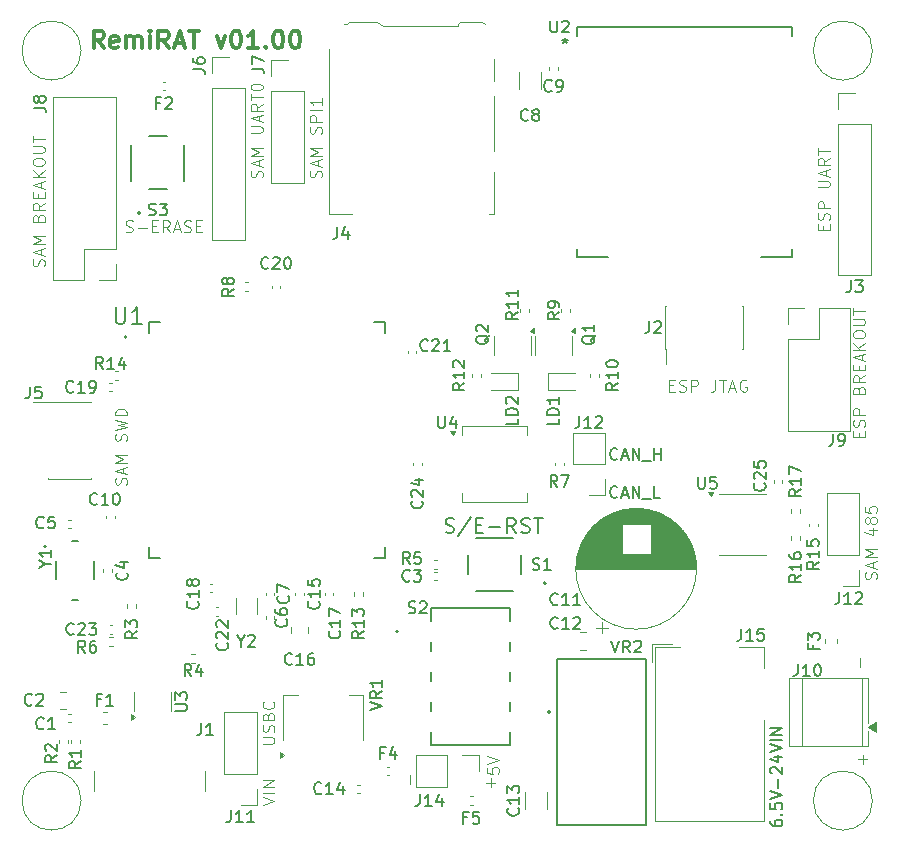
<source format=gbr>
%TF.GenerationSoftware,KiCad,Pcbnew,9.0.3*%
%TF.CreationDate,2025-07-13T20:53:51+12:00*%
%TF.ProjectId,RemiRAT,52656d69-5241-4542-9e6b-696361645f70,rev?*%
%TF.SameCoordinates,Original*%
%TF.FileFunction,Legend,Top*%
%TF.FilePolarity,Positive*%
%FSLAX46Y46*%
G04 Gerber Fmt 4.6, Leading zero omitted, Abs format (unit mm)*
G04 Created by KiCad (PCBNEW 9.0.3) date 2025-07-13 20:53:51*
%MOMM*%
%LPD*%
G01*
G04 APERTURE LIST*
%ADD10C,0.100000*%
%ADD11C,0.187500*%
%ADD12C,0.200000*%
%ADD13C,0.150000*%
%ADD14C,0.300000*%
%ADD15C,0.120000*%
%ADD16C,0.127000*%
%ADD17C,0.152400*%
G04 APERTURE END LIST*
D10*
X150346466Y-116576115D02*
X150346466Y-115814211D01*
X188303884Y-114491466D02*
X189065789Y-114491466D01*
X188684836Y-114872419D02*
X188684836Y-114110514D01*
X156872419Y-115219925D02*
X156872419Y-115696115D01*
X156872419Y-115696115D02*
X157348609Y-115743734D01*
X157348609Y-115743734D02*
X157300990Y-115696115D01*
X157300990Y-115696115D02*
X157253371Y-115600877D01*
X157253371Y-115600877D02*
X157253371Y-115362782D01*
X157253371Y-115362782D02*
X157300990Y-115267544D01*
X157300990Y-115267544D02*
X157348609Y-115219925D01*
X157348609Y-115219925D02*
X157443847Y-115172306D01*
X157443847Y-115172306D02*
X157681942Y-115172306D01*
X157681942Y-115172306D02*
X157777180Y-115219925D01*
X157777180Y-115219925D02*
X157824800Y-115267544D01*
X157824800Y-115267544D02*
X157872419Y-115362782D01*
X157872419Y-115362782D02*
X157872419Y-115600877D01*
X157872419Y-115600877D02*
X157824800Y-115696115D01*
X157824800Y-115696115D02*
X157777180Y-115743734D01*
X156872419Y-114886591D02*
X157872419Y-114553258D01*
X157872419Y-114553258D02*
X156872419Y-114219925D01*
X156803884Y-116491466D02*
X157565789Y-116491466D01*
X157184836Y-116872419D02*
X157184836Y-116110514D01*
X189500000Y-54500000D02*
G75*
G02*
X184500000Y-54500000I-2500000J0D01*
G01*
X184500000Y-54500000D02*
G75*
G02*
X189500000Y-54500000I2500000J0D01*
G01*
X122500000Y-118000000D02*
G75*
G02*
X117500000Y-118000000I-2500000J0D01*
G01*
X117500000Y-118000000D02*
G75*
G02*
X122500000Y-118000000I2500000J0D01*
G01*
X189500000Y-118000000D02*
G75*
G02*
X184500000Y-118000000I-2500000J0D01*
G01*
X184500000Y-118000000D02*
G75*
G02*
X189500000Y-118000000I2500000J0D01*
G01*
X122500000Y-54500000D02*
G75*
G02*
X117500000Y-54500000I-2500000J0D01*
G01*
X117500000Y-54500000D02*
G75*
G02*
X122500000Y-54500000I2500000J0D01*
G01*
X172303884Y-82848609D02*
X172637217Y-82848609D01*
X172780074Y-83372419D02*
X172303884Y-83372419D01*
X172303884Y-83372419D02*
X172303884Y-82372419D01*
X172303884Y-82372419D02*
X172780074Y-82372419D01*
X173161027Y-83324800D02*
X173303884Y-83372419D01*
X173303884Y-83372419D02*
X173541979Y-83372419D01*
X173541979Y-83372419D02*
X173637217Y-83324800D01*
X173637217Y-83324800D02*
X173684836Y-83277180D01*
X173684836Y-83277180D02*
X173732455Y-83181942D01*
X173732455Y-83181942D02*
X173732455Y-83086704D01*
X173732455Y-83086704D02*
X173684836Y-82991466D01*
X173684836Y-82991466D02*
X173637217Y-82943847D01*
X173637217Y-82943847D02*
X173541979Y-82896228D01*
X173541979Y-82896228D02*
X173351503Y-82848609D01*
X173351503Y-82848609D02*
X173256265Y-82800990D01*
X173256265Y-82800990D02*
X173208646Y-82753371D01*
X173208646Y-82753371D02*
X173161027Y-82658133D01*
X173161027Y-82658133D02*
X173161027Y-82562895D01*
X173161027Y-82562895D02*
X173208646Y-82467657D01*
X173208646Y-82467657D02*
X173256265Y-82420038D01*
X173256265Y-82420038D02*
X173351503Y-82372419D01*
X173351503Y-82372419D02*
X173589598Y-82372419D01*
X173589598Y-82372419D02*
X173732455Y-82420038D01*
X174161027Y-83372419D02*
X174161027Y-82372419D01*
X174161027Y-82372419D02*
X174541979Y-82372419D01*
X174541979Y-82372419D02*
X174637217Y-82420038D01*
X174637217Y-82420038D02*
X174684836Y-82467657D01*
X174684836Y-82467657D02*
X174732455Y-82562895D01*
X174732455Y-82562895D02*
X174732455Y-82705752D01*
X174732455Y-82705752D02*
X174684836Y-82800990D01*
X174684836Y-82800990D02*
X174637217Y-82848609D01*
X174637217Y-82848609D02*
X174541979Y-82896228D01*
X174541979Y-82896228D02*
X174161027Y-82896228D01*
X176208646Y-82372419D02*
X176208646Y-83086704D01*
X176208646Y-83086704D02*
X176161027Y-83229561D01*
X176161027Y-83229561D02*
X176065789Y-83324800D01*
X176065789Y-83324800D02*
X175922932Y-83372419D01*
X175922932Y-83372419D02*
X175827694Y-83372419D01*
X176541980Y-82372419D02*
X177113408Y-82372419D01*
X176827694Y-83372419D02*
X176827694Y-82372419D01*
X177399123Y-83086704D02*
X177875313Y-83086704D01*
X177303885Y-83372419D02*
X177637218Y-82372419D01*
X177637218Y-82372419D02*
X177970551Y-83372419D01*
X178827694Y-82420038D02*
X178732456Y-82372419D01*
X178732456Y-82372419D02*
X178589599Y-82372419D01*
X178589599Y-82372419D02*
X178446742Y-82420038D01*
X178446742Y-82420038D02*
X178351504Y-82515276D01*
X178351504Y-82515276D02*
X178303885Y-82610514D01*
X178303885Y-82610514D02*
X178256266Y-82800990D01*
X178256266Y-82800990D02*
X178256266Y-82943847D01*
X178256266Y-82943847D02*
X178303885Y-83134323D01*
X178303885Y-83134323D02*
X178351504Y-83229561D01*
X178351504Y-83229561D02*
X178446742Y-83324800D01*
X178446742Y-83324800D02*
X178589599Y-83372419D01*
X178589599Y-83372419D02*
X178684837Y-83372419D01*
X178684837Y-83372419D02*
X178827694Y-83324800D01*
X178827694Y-83324800D02*
X178875313Y-83277180D01*
X178875313Y-83277180D02*
X178875313Y-82943847D01*
X178875313Y-82943847D02*
X178684837Y-82943847D01*
X137872419Y-113196115D02*
X138681942Y-113196115D01*
X138681942Y-113196115D02*
X138777180Y-113148496D01*
X138777180Y-113148496D02*
X138824800Y-113100877D01*
X138824800Y-113100877D02*
X138872419Y-113005639D01*
X138872419Y-113005639D02*
X138872419Y-112815163D01*
X138872419Y-112815163D02*
X138824800Y-112719925D01*
X138824800Y-112719925D02*
X138777180Y-112672306D01*
X138777180Y-112672306D02*
X138681942Y-112624687D01*
X138681942Y-112624687D02*
X137872419Y-112624687D01*
X138824800Y-112196115D02*
X138872419Y-112053258D01*
X138872419Y-112053258D02*
X138872419Y-111815163D01*
X138872419Y-111815163D02*
X138824800Y-111719925D01*
X138824800Y-111719925D02*
X138777180Y-111672306D01*
X138777180Y-111672306D02*
X138681942Y-111624687D01*
X138681942Y-111624687D02*
X138586704Y-111624687D01*
X138586704Y-111624687D02*
X138491466Y-111672306D01*
X138491466Y-111672306D02*
X138443847Y-111719925D01*
X138443847Y-111719925D02*
X138396228Y-111815163D01*
X138396228Y-111815163D02*
X138348609Y-112005639D01*
X138348609Y-112005639D02*
X138300990Y-112100877D01*
X138300990Y-112100877D02*
X138253371Y-112148496D01*
X138253371Y-112148496D02*
X138158133Y-112196115D01*
X138158133Y-112196115D02*
X138062895Y-112196115D01*
X138062895Y-112196115D02*
X137967657Y-112148496D01*
X137967657Y-112148496D02*
X137920038Y-112100877D01*
X137920038Y-112100877D02*
X137872419Y-112005639D01*
X137872419Y-112005639D02*
X137872419Y-111767544D01*
X137872419Y-111767544D02*
X137920038Y-111624687D01*
X138348609Y-110862782D02*
X138396228Y-110719925D01*
X138396228Y-110719925D02*
X138443847Y-110672306D01*
X138443847Y-110672306D02*
X138539085Y-110624687D01*
X138539085Y-110624687D02*
X138681942Y-110624687D01*
X138681942Y-110624687D02*
X138777180Y-110672306D01*
X138777180Y-110672306D02*
X138824800Y-110719925D01*
X138824800Y-110719925D02*
X138872419Y-110815163D01*
X138872419Y-110815163D02*
X138872419Y-111196115D01*
X138872419Y-111196115D02*
X137872419Y-111196115D01*
X137872419Y-111196115D02*
X137872419Y-110862782D01*
X137872419Y-110862782D02*
X137920038Y-110767544D01*
X137920038Y-110767544D02*
X137967657Y-110719925D01*
X137967657Y-110719925D02*
X138062895Y-110672306D01*
X138062895Y-110672306D02*
X138158133Y-110672306D01*
X138158133Y-110672306D02*
X138253371Y-110719925D01*
X138253371Y-110719925D02*
X138300990Y-110767544D01*
X138300990Y-110767544D02*
X138348609Y-110862782D01*
X138348609Y-110862782D02*
X138348609Y-111196115D01*
X138777180Y-109624687D02*
X138824800Y-109672306D01*
X138824800Y-109672306D02*
X138872419Y-109815163D01*
X138872419Y-109815163D02*
X138872419Y-109910401D01*
X138872419Y-109910401D02*
X138824800Y-110053258D01*
X138824800Y-110053258D02*
X138729561Y-110148496D01*
X138729561Y-110148496D02*
X138634323Y-110196115D01*
X138634323Y-110196115D02*
X138443847Y-110243734D01*
X138443847Y-110243734D02*
X138300990Y-110243734D01*
X138300990Y-110243734D02*
X138110514Y-110196115D01*
X138110514Y-110196115D02*
X138015276Y-110148496D01*
X138015276Y-110148496D02*
X137920038Y-110053258D01*
X137920038Y-110053258D02*
X137872419Y-109910401D01*
X137872419Y-109910401D02*
X137872419Y-109815163D01*
X137872419Y-109815163D02*
X137920038Y-109672306D01*
X137920038Y-109672306D02*
X137967657Y-109624687D01*
X126285714Y-69824800D02*
X126428571Y-69872419D01*
X126428571Y-69872419D02*
X126666666Y-69872419D01*
X126666666Y-69872419D02*
X126761904Y-69824800D01*
X126761904Y-69824800D02*
X126809523Y-69777180D01*
X126809523Y-69777180D02*
X126857142Y-69681942D01*
X126857142Y-69681942D02*
X126857142Y-69586704D01*
X126857142Y-69586704D02*
X126809523Y-69491466D01*
X126809523Y-69491466D02*
X126761904Y-69443847D01*
X126761904Y-69443847D02*
X126666666Y-69396228D01*
X126666666Y-69396228D02*
X126476190Y-69348609D01*
X126476190Y-69348609D02*
X126380952Y-69300990D01*
X126380952Y-69300990D02*
X126333333Y-69253371D01*
X126333333Y-69253371D02*
X126285714Y-69158133D01*
X126285714Y-69158133D02*
X126285714Y-69062895D01*
X126285714Y-69062895D02*
X126333333Y-68967657D01*
X126333333Y-68967657D02*
X126380952Y-68920038D01*
X126380952Y-68920038D02*
X126476190Y-68872419D01*
X126476190Y-68872419D02*
X126714285Y-68872419D01*
X126714285Y-68872419D02*
X126857142Y-68920038D01*
X127285714Y-69491466D02*
X128047619Y-69491466D01*
X128523809Y-69348609D02*
X128857142Y-69348609D01*
X128999999Y-69872419D02*
X128523809Y-69872419D01*
X128523809Y-69872419D02*
X128523809Y-68872419D01*
X128523809Y-68872419D02*
X128999999Y-68872419D01*
X129999999Y-69872419D02*
X129666666Y-69396228D01*
X129428571Y-69872419D02*
X129428571Y-68872419D01*
X129428571Y-68872419D02*
X129809523Y-68872419D01*
X129809523Y-68872419D02*
X129904761Y-68920038D01*
X129904761Y-68920038D02*
X129952380Y-68967657D01*
X129952380Y-68967657D02*
X129999999Y-69062895D01*
X129999999Y-69062895D02*
X129999999Y-69205752D01*
X129999999Y-69205752D02*
X129952380Y-69300990D01*
X129952380Y-69300990D02*
X129904761Y-69348609D01*
X129904761Y-69348609D02*
X129809523Y-69396228D01*
X129809523Y-69396228D02*
X129428571Y-69396228D01*
X130380952Y-69586704D02*
X130857142Y-69586704D01*
X130285714Y-69872419D02*
X130619047Y-68872419D01*
X130619047Y-68872419D02*
X130952380Y-69872419D01*
X131238095Y-69824800D02*
X131380952Y-69872419D01*
X131380952Y-69872419D02*
X131619047Y-69872419D01*
X131619047Y-69872419D02*
X131714285Y-69824800D01*
X131714285Y-69824800D02*
X131761904Y-69777180D01*
X131761904Y-69777180D02*
X131809523Y-69681942D01*
X131809523Y-69681942D02*
X131809523Y-69586704D01*
X131809523Y-69586704D02*
X131761904Y-69491466D01*
X131761904Y-69491466D02*
X131714285Y-69443847D01*
X131714285Y-69443847D02*
X131619047Y-69396228D01*
X131619047Y-69396228D02*
X131428571Y-69348609D01*
X131428571Y-69348609D02*
X131333333Y-69300990D01*
X131333333Y-69300990D02*
X131285714Y-69253371D01*
X131285714Y-69253371D02*
X131238095Y-69158133D01*
X131238095Y-69158133D02*
X131238095Y-69062895D01*
X131238095Y-69062895D02*
X131285714Y-68967657D01*
X131285714Y-68967657D02*
X131333333Y-68920038D01*
X131333333Y-68920038D02*
X131428571Y-68872419D01*
X131428571Y-68872419D02*
X131666666Y-68872419D01*
X131666666Y-68872419D02*
X131809523Y-68920038D01*
X132238095Y-69348609D02*
X132571428Y-69348609D01*
X132714285Y-69872419D02*
X132238095Y-69872419D01*
X132238095Y-69872419D02*
X132238095Y-68872419D01*
X132238095Y-68872419D02*
X132714285Y-68872419D01*
X189824800Y-99243734D02*
X189872419Y-99100877D01*
X189872419Y-99100877D02*
X189872419Y-98862782D01*
X189872419Y-98862782D02*
X189824800Y-98767544D01*
X189824800Y-98767544D02*
X189777180Y-98719925D01*
X189777180Y-98719925D02*
X189681942Y-98672306D01*
X189681942Y-98672306D02*
X189586704Y-98672306D01*
X189586704Y-98672306D02*
X189491466Y-98719925D01*
X189491466Y-98719925D02*
X189443847Y-98767544D01*
X189443847Y-98767544D02*
X189396228Y-98862782D01*
X189396228Y-98862782D02*
X189348609Y-99053258D01*
X189348609Y-99053258D02*
X189300990Y-99148496D01*
X189300990Y-99148496D02*
X189253371Y-99196115D01*
X189253371Y-99196115D02*
X189158133Y-99243734D01*
X189158133Y-99243734D02*
X189062895Y-99243734D01*
X189062895Y-99243734D02*
X188967657Y-99196115D01*
X188967657Y-99196115D02*
X188920038Y-99148496D01*
X188920038Y-99148496D02*
X188872419Y-99053258D01*
X188872419Y-99053258D02*
X188872419Y-98815163D01*
X188872419Y-98815163D02*
X188920038Y-98672306D01*
X189586704Y-98291353D02*
X189586704Y-97815163D01*
X189872419Y-98386591D02*
X188872419Y-98053258D01*
X188872419Y-98053258D02*
X189872419Y-97719925D01*
X189872419Y-97386591D02*
X188872419Y-97386591D01*
X188872419Y-97386591D02*
X189586704Y-97053258D01*
X189586704Y-97053258D02*
X188872419Y-96719925D01*
X188872419Y-96719925D02*
X189872419Y-96719925D01*
X189205752Y-95053258D02*
X189872419Y-95053258D01*
X188824800Y-95291353D02*
X189539085Y-95529448D01*
X189539085Y-95529448D02*
X189539085Y-94910401D01*
X189300990Y-94386591D02*
X189253371Y-94481829D01*
X189253371Y-94481829D02*
X189205752Y-94529448D01*
X189205752Y-94529448D02*
X189110514Y-94577067D01*
X189110514Y-94577067D02*
X189062895Y-94577067D01*
X189062895Y-94577067D02*
X188967657Y-94529448D01*
X188967657Y-94529448D02*
X188920038Y-94481829D01*
X188920038Y-94481829D02*
X188872419Y-94386591D01*
X188872419Y-94386591D02*
X188872419Y-94196115D01*
X188872419Y-94196115D02*
X188920038Y-94100877D01*
X188920038Y-94100877D02*
X188967657Y-94053258D01*
X188967657Y-94053258D02*
X189062895Y-94005639D01*
X189062895Y-94005639D02*
X189110514Y-94005639D01*
X189110514Y-94005639D02*
X189205752Y-94053258D01*
X189205752Y-94053258D02*
X189253371Y-94100877D01*
X189253371Y-94100877D02*
X189300990Y-94196115D01*
X189300990Y-94196115D02*
X189300990Y-94386591D01*
X189300990Y-94386591D02*
X189348609Y-94481829D01*
X189348609Y-94481829D02*
X189396228Y-94529448D01*
X189396228Y-94529448D02*
X189491466Y-94577067D01*
X189491466Y-94577067D02*
X189681942Y-94577067D01*
X189681942Y-94577067D02*
X189777180Y-94529448D01*
X189777180Y-94529448D02*
X189824800Y-94481829D01*
X189824800Y-94481829D02*
X189872419Y-94386591D01*
X189872419Y-94386591D02*
X189872419Y-94196115D01*
X189872419Y-94196115D02*
X189824800Y-94100877D01*
X189824800Y-94100877D02*
X189777180Y-94053258D01*
X189777180Y-94053258D02*
X189681942Y-94005639D01*
X189681942Y-94005639D02*
X189491466Y-94005639D01*
X189491466Y-94005639D02*
X189396228Y-94053258D01*
X189396228Y-94053258D02*
X189348609Y-94100877D01*
X189348609Y-94100877D02*
X189300990Y-94196115D01*
X188872419Y-93100877D02*
X188872419Y-93577067D01*
X188872419Y-93577067D02*
X189348609Y-93624686D01*
X189348609Y-93624686D02*
X189300990Y-93577067D01*
X189300990Y-93577067D02*
X189253371Y-93481829D01*
X189253371Y-93481829D02*
X189253371Y-93243734D01*
X189253371Y-93243734D02*
X189300990Y-93148496D01*
X189300990Y-93148496D02*
X189348609Y-93100877D01*
X189348609Y-93100877D02*
X189443847Y-93053258D01*
X189443847Y-93053258D02*
X189681942Y-93053258D01*
X189681942Y-93053258D02*
X189777180Y-93100877D01*
X189777180Y-93100877D02*
X189824800Y-93148496D01*
X189824800Y-93148496D02*
X189872419Y-93243734D01*
X189872419Y-93243734D02*
X189872419Y-93481829D01*
X189872419Y-93481829D02*
X189824800Y-93577067D01*
X189824800Y-93577067D02*
X189777180Y-93624686D01*
X188348609Y-87196115D02*
X188348609Y-86862782D01*
X188872419Y-86719925D02*
X188872419Y-87196115D01*
X188872419Y-87196115D02*
X187872419Y-87196115D01*
X187872419Y-87196115D02*
X187872419Y-86719925D01*
X188824800Y-86338972D02*
X188872419Y-86196115D01*
X188872419Y-86196115D02*
X188872419Y-85958020D01*
X188872419Y-85958020D02*
X188824800Y-85862782D01*
X188824800Y-85862782D02*
X188777180Y-85815163D01*
X188777180Y-85815163D02*
X188681942Y-85767544D01*
X188681942Y-85767544D02*
X188586704Y-85767544D01*
X188586704Y-85767544D02*
X188491466Y-85815163D01*
X188491466Y-85815163D02*
X188443847Y-85862782D01*
X188443847Y-85862782D02*
X188396228Y-85958020D01*
X188396228Y-85958020D02*
X188348609Y-86148496D01*
X188348609Y-86148496D02*
X188300990Y-86243734D01*
X188300990Y-86243734D02*
X188253371Y-86291353D01*
X188253371Y-86291353D02*
X188158133Y-86338972D01*
X188158133Y-86338972D02*
X188062895Y-86338972D01*
X188062895Y-86338972D02*
X187967657Y-86291353D01*
X187967657Y-86291353D02*
X187920038Y-86243734D01*
X187920038Y-86243734D02*
X187872419Y-86148496D01*
X187872419Y-86148496D02*
X187872419Y-85910401D01*
X187872419Y-85910401D02*
X187920038Y-85767544D01*
X188872419Y-85338972D02*
X187872419Y-85338972D01*
X187872419Y-85338972D02*
X187872419Y-84958020D01*
X187872419Y-84958020D02*
X187920038Y-84862782D01*
X187920038Y-84862782D02*
X187967657Y-84815163D01*
X187967657Y-84815163D02*
X188062895Y-84767544D01*
X188062895Y-84767544D02*
X188205752Y-84767544D01*
X188205752Y-84767544D02*
X188300990Y-84815163D01*
X188300990Y-84815163D02*
X188348609Y-84862782D01*
X188348609Y-84862782D02*
X188396228Y-84958020D01*
X188396228Y-84958020D02*
X188396228Y-85338972D01*
X188348609Y-83243734D02*
X188396228Y-83100877D01*
X188396228Y-83100877D02*
X188443847Y-83053258D01*
X188443847Y-83053258D02*
X188539085Y-83005639D01*
X188539085Y-83005639D02*
X188681942Y-83005639D01*
X188681942Y-83005639D02*
X188777180Y-83053258D01*
X188777180Y-83053258D02*
X188824800Y-83100877D01*
X188824800Y-83100877D02*
X188872419Y-83196115D01*
X188872419Y-83196115D02*
X188872419Y-83577067D01*
X188872419Y-83577067D02*
X187872419Y-83577067D01*
X187872419Y-83577067D02*
X187872419Y-83243734D01*
X187872419Y-83243734D02*
X187920038Y-83148496D01*
X187920038Y-83148496D02*
X187967657Y-83100877D01*
X187967657Y-83100877D02*
X188062895Y-83053258D01*
X188062895Y-83053258D02*
X188158133Y-83053258D01*
X188158133Y-83053258D02*
X188253371Y-83100877D01*
X188253371Y-83100877D02*
X188300990Y-83148496D01*
X188300990Y-83148496D02*
X188348609Y-83243734D01*
X188348609Y-83243734D02*
X188348609Y-83577067D01*
X188872419Y-82005639D02*
X188396228Y-82338972D01*
X188872419Y-82577067D02*
X187872419Y-82577067D01*
X187872419Y-82577067D02*
X187872419Y-82196115D01*
X187872419Y-82196115D02*
X187920038Y-82100877D01*
X187920038Y-82100877D02*
X187967657Y-82053258D01*
X187967657Y-82053258D02*
X188062895Y-82005639D01*
X188062895Y-82005639D02*
X188205752Y-82005639D01*
X188205752Y-82005639D02*
X188300990Y-82053258D01*
X188300990Y-82053258D02*
X188348609Y-82100877D01*
X188348609Y-82100877D02*
X188396228Y-82196115D01*
X188396228Y-82196115D02*
X188396228Y-82577067D01*
X188348609Y-81577067D02*
X188348609Y-81243734D01*
X188872419Y-81100877D02*
X188872419Y-81577067D01*
X188872419Y-81577067D02*
X187872419Y-81577067D01*
X187872419Y-81577067D02*
X187872419Y-81100877D01*
X188586704Y-80719924D02*
X188586704Y-80243734D01*
X188872419Y-80815162D02*
X187872419Y-80481829D01*
X187872419Y-80481829D02*
X188872419Y-80148496D01*
X188872419Y-79815162D02*
X187872419Y-79815162D01*
X188872419Y-79243734D02*
X188300990Y-79672305D01*
X187872419Y-79243734D02*
X188443847Y-79815162D01*
X187872419Y-78624686D02*
X187872419Y-78434210D01*
X187872419Y-78434210D02*
X187920038Y-78338972D01*
X187920038Y-78338972D02*
X188015276Y-78243734D01*
X188015276Y-78243734D02*
X188205752Y-78196115D01*
X188205752Y-78196115D02*
X188539085Y-78196115D01*
X188539085Y-78196115D02*
X188729561Y-78243734D01*
X188729561Y-78243734D02*
X188824800Y-78338972D01*
X188824800Y-78338972D02*
X188872419Y-78434210D01*
X188872419Y-78434210D02*
X188872419Y-78624686D01*
X188872419Y-78624686D02*
X188824800Y-78719924D01*
X188824800Y-78719924D02*
X188729561Y-78815162D01*
X188729561Y-78815162D02*
X188539085Y-78862781D01*
X188539085Y-78862781D02*
X188205752Y-78862781D01*
X188205752Y-78862781D02*
X188015276Y-78815162D01*
X188015276Y-78815162D02*
X187920038Y-78719924D01*
X187920038Y-78719924D02*
X187872419Y-78624686D01*
X187872419Y-77767543D02*
X188681942Y-77767543D01*
X188681942Y-77767543D02*
X188777180Y-77719924D01*
X188777180Y-77719924D02*
X188824800Y-77672305D01*
X188824800Y-77672305D02*
X188872419Y-77577067D01*
X188872419Y-77577067D02*
X188872419Y-77386591D01*
X188872419Y-77386591D02*
X188824800Y-77291353D01*
X188824800Y-77291353D02*
X188777180Y-77243734D01*
X188777180Y-77243734D02*
X188681942Y-77196115D01*
X188681942Y-77196115D02*
X187872419Y-77196115D01*
X187872419Y-76862781D02*
X187872419Y-76291353D01*
X188872419Y-76577067D02*
X187872419Y-76577067D01*
D11*
X153361450Y-95277750D02*
X153540021Y-95337273D01*
X153540021Y-95337273D02*
X153837640Y-95337273D01*
X153837640Y-95337273D02*
X153956688Y-95277750D01*
X153956688Y-95277750D02*
X154016212Y-95218226D01*
X154016212Y-95218226D02*
X154075735Y-95099178D01*
X154075735Y-95099178D02*
X154075735Y-94980130D01*
X154075735Y-94980130D02*
X154016212Y-94861083D01*
X154016212Y-94861083D02*
X153956688Y-94801559D01*
X153956688Y-94801559D02*
X153837640Y-94742035D01*
X153837640Y-94742035D02*
X153599545Y-94682511D01*
X153599545Y-94682511D02*
X153480497Y-94622988D01*
X153480497Y-94622988D02*
X153420974Y-94563464D01*
X153420974Y-94563464D02*
X153361450Y-94444416D01*
X153361450Y-94444416D02*
X153361450Y-94325369D01*
X153361450Y-94325369D02*
X153420974Y-94206321D01*
X153420974Y-94206321D02*
X153480497Y-94146797D01*
X153480497Y-94146797D02*
X153599545Y-94087273D01*
X153599545Y-94087273D02*
X153897164Y-94087273D01*
X153897164Y-94087273D02*
X154075735Y-94146797D01*
X155504307Y-94027750D02*
X154432878Y-95634892D01*
X155920974Y-94682511D02*
X156337640Y-94682511D01*
X156516212Y-95337273D02*
X155920974Y-95337273D01*
X155920974Y-95337273D02*
X155920974Y-94087273D01*
X155920974Y-94087273D02*
X156516212Y-94087273D01*
X157051926Y-94861083D02*
X158004307Y-94861083D01*
X159313830Y-95337273D02*
X158897164Y-94742035D01*
X158599545Y-95337273D02*
X158599545Y-94087273D01*
X158599545Y-94087273D02*
X159075735Y-94087273D01*
X159075735Y-94087273D02*
X159194783Y-94146797D01*
X159194783Y-94146797D02*
X159254306Y-94206321D01*
X159254306Y-94206321D02*
X159313830Y-94325369D01*
X159313830Y-94325369D02*
X159313830Y-94503940D01*
X159313830Y-94503940D02*
X159254306Y-94622988D01*
X159254306Y-94622988D02*
X159194783Y-94682511D01*
X159194783Y-94682511D02*
X159075735Y-94742035D01*
X159075735Y-94742035D02*
X158599545Y-94742035D01*
X159790021Y-95277750D02*
X159968592Y-95337273D01*
X159968592Y-95337273D02*
X160266211Y-95337273D01*
X160266211Y-95337273D02*
X160385259Y-95277750D01*
X160385259Y-95277750D02*
X160444783Y-95218226D01*
X160444783Y-95218226D02*
X160504306Y-95099178D01*
X160504306Y-95099178D02*
X160504306Y-94980130D01*
X160504306Y-94980130D02*
X160444783Y-94861083D01*
X160444783Y-94861083D02*
X160385259Y-94801559D01*
X160385259Y-94801559D02*
X160266211Y-94742035D01*
X160266211Y-94742035D02*
X160028116Y-94682511D01*
X160028116Y-94682511D02*
X159909068Y-94622988D01*
X159909068Y-94622988D02*
X159849545Y-94563464D01*
X159849545Y-94563464D02*
X159790021Y-94444416D01*
X159790021Y-94444416D02*
X159790021Y-94325369D01*
X159790021Y-94325369D02*
X159849545Y-94206321D01*
X159849545Y-94206321D02*
X159909068Y-94146797D01*
X159909068Y-94146797D02*
X160028116Y-94087273D01*
X160028116Y-94087273D02*
X160325735Y-94087273D01*
X160325735Y-94087273D02*
X160504306Y-94146797D01*
X160861449Y-94087273D02*
X161575735Y-94087273D01*
X161218592Y-95337273D02*
X161218592Y-94087273D01*
D12*
X180867219Y-119701755D02*
X180867219Y-119892231D01*
X180867219Y-119892231D02*
X180914838Y-119987469D01*
X180914838Y-119987469D02*
X180962457Y-120035088D01*
X180962457Y-120035088D02*
X181105314Y-120130326D01*
X181105314Y-120130326D02*
X181295790Y-120177945D01*
X181295790Y-120177945D02*
X181676742Y-120177945D01*
X181676742Y-120177945D02*
X181771980Y-120130326D01*
X181771980Y-120130326D02*
X181819600Y-120082707D01*
X181819600Y-120082707D02*
X181867219Y-119987469D01*
X181867219Y-119987469D02*
X181867219Y-119796993D01*
X181867219Y-119796993D02*
X181819600Y-119701755D01*
X181819600Y-119701755D02*
X181771980Y-119654136D01*
X181771980Y-119654136D02*
X181676742Y-119606517D01*
X181676742Y-119606517D02*
X181438647Y-119606517D01*
X181438647Y-119606517D02*
X181343409Y-119654136D01*
X181343409Y-119654136D02*
X181295790Y-119701755D01*
X181295790Y-119701755D02*
X181248171Y-119796993D01*
X181248171Y-119796993D02*
X181248171Y-119987469D01*
X181248171Y-119987469D02*
X181295790Y-120082707D01*
X181295790Y-120082707D02*
X181343409Y-120130326D01*
X181343409Y-120130326D02*
X181438647Y-120177945D01*
X181771980Y-119177945D02*
X181819600Y-119130326D01*
X181819600Y-119130326D02*
X181867219Y-119177945D01*
X181867219Y-119177945D02*
X181819600Y-119225564D01*
X181819600Y-119225564D02*
X181771980Y-119177945D01*
X181771980Y-119177945D02*
X181867219Y-119177945D01*
X180867219Y-118225565D02*
X180867219Y-118701755D01*
X180867219Y-118701755D02*
X181343409Y-118749374D01*
X181343409Y-118749374D02*
X181295790Y-118701755D01*
X181295790Y-118701755D02*
X181248171Y-118606517D01*
X181248171Y-118606517D02*
X181248171Y-118368422D01*
X181248171Y-118368422D02*
X181295790Y-118273184D01*
X181295790Y-118273184D02*
X181343409Y-118225565D01*
X181343409Y-118225565D02*
X181438647Y-118177946D01*
X181438647Y-118177946D02*
X181676742Y-118177946D01*
X181676742Y-118177946D02*
X181771980Y-118225565D01*
X181771980Y-118225565D02*
X181819600Y-118273184D01*
X181819600Y-118273184D02*
X181867219Y-118368422D01*
X181867219Y-118368422D02*
X181867219Y-118606517D01*
X181867219Y-118606517D02*
X181819600Y-118701755D01*
X181819600Y-118701755D02*
X181771980Y-118749374D01*
X180867219Y-117892231D02*
X181867219Y-117558898D01*
X181867219Y-117558898D02*
X180867219Y-117225565D01*
X181486266Y-116892231D02*
X181486266Y-116130327D01*
X180962457Y-115701755D02*
X180914838Y-115654136D01*
X180914838Y-115654136D02*
X180867219Y-115558898D01*
X180867219Y-115558898D02*
X180867219Y-115320803D01*
X180867219Y-115320803D02*
X180914838Y-115225565D01*
X180914838Y-115225565D02*
X180962457Y-115177946D01*
X180962457Y-115177946D02*
X181057695Y-115130327D01*
X181057695Y-115130327D02*
X181152933Y-115130327D01*
X181152933Y-115130327D02*
X181295790Y-115177946D01*
X181295790Y-115177946D02*
X181867219Y-115749374D01*
X181867219Y-115749374D02*
X181867219Y-115130327D01*
X181200552Y-114273184D02*
X181867219Y-114273184D01*
X180819600Y-114511279D02*
X181533885Y-114749374D01*
X181533885Y-114749374D02*
X181533885Y-114130327D01*
X180867219Y-113892231D02*
X181867219Y-113558898D01*
X181867219Y-113558898D02*
X180867219Y-113225565D01*
X181867219Y-112892231D02*
X180867219Y-112892231D01*
X181867219Y-112416041D02*
X180867219Y-112416041D01*
X180867219Y-112416041D02*
X181867219Y-111844613D01*
X181867219Y-111844613D02*
X180867219Y-111844613D01*
D10*
X137824800Y-65243734D02*
X137872419Y-65100877D01*
X137872419Y-65100877D02*
X137872419Y-64862782D01*
X137872419Y-64862782D02*
X137824800Y-64767544D01*
X137824800Y-64767544D02*
X137777180Y-64719925D01*
X137777180Y-64719925D02*
X137681942Y-64672306D01*
X137681942Y-64672306D02*
X137586704Y-64672306D01*
X137586704Y-64672306D02*
X137491466Y-64719925D01*
X137491466Y-64719925D02*
X137443847Y-64767544D01*
X137443847Y-64767544D02*
X137396228Y-64862782D01*
X137396228Y-64862782D02*
X137348609Y-65053258D01*
X137348609Y-65053258D02*
X137300990Y-65148496D01*
X137300990Y-65148496D02*
X137253371Y-65196115D01*
X137253371Y-65196115D02*
X137158133Y-65243734D01*
X137158133Y-65243734D02*
X137062895Y-65243734D01*
X137062895Y-65243734D02*
X136967657Y-65196115D01*
X136967657Y-65196115D02*
X136920038Y-65148496D01*
X136920038Y-65148496D02*
X136872419Y-65053258D01*
X136872419Y-65053258D02*
X136872419Y-64815163D01*
X136872419Y-64815163D02*
X136920038Y-64672306D01*
X137586704Y-64291353D02*
X137586704Y-63815163D01*
X137872419Y-64386591D02*
X136872419Y-64053258D01*
X136872419Y-64053258D02*
X137872419Y-63719925D01*
X137872419Y-63386591D02*
X136872419Y-63386591D01*
X136872419Y-63386591D02*
X137586704Y-63053258D01*
X137586704Y-63053258D02*
X136872419Y-62719925D01*
X136872419Y-62719925D02*
X137872419Y-62719925D01*
X136872419Y-61481829D02*
X137681942Y-61481829D01*
X137681942Y-61481829D02*
X137777180Y-61434210D01*
X137777180Y-61434210D02*
X137824800Y-61386591D01*
X137824800Y-61386591D02*
X137872419Y-61291353D01*
X137872419Y-61291353D02*
X137872419Y-61100877D01*
X137872419Y-61100877D02*
X137824800Y-61005639D01*
X137824800Y-61005639D02*
X137777180Y-60958020D01*
X137777180Y-60958020D02*
X137681942Y-60910401D01*
X137681942Y-60910401D02*
X136872419Y-60910401D01*
X137586704Y-60481829D02*
X137586704Y-60005639D01*
X137872419Y-60577067D02*
X136872419Y-60243734D01*
X136872419Y-60243734D02*
X137872419Y-59910401D01*
X137872419Y-59005639D02*
X137396228Y-59338972D01*
X137872419Y-59577067D02*
X136872419Y-59577067D01*
X136872419Y-59577067D02*
X136872419Y-59196115D01*
X136872419Y-59196115D02*
X136920038Y-59100877D01*
X136920038Y-59100877D02*
X136967657Y-59053258D01*
X136967657Y-59053258D02*
X137062895Y-59005639D01*
X137062895Y-59005639D02*
X137205752Y-59005639D01*
X137205752Y-59005639D02*
X137300990Y-59053258D01*
X137300990Y-59053258D02*
X137348609Y-59100877D01*
X137348609Y-59100877D02*
X137396228Y-59196115D01*
X137396228Y-59196115D02*
X137396228Y-59577067D01*
X136872419Y-58719924D02*
X136872419Y-58148496D01*
X137872419Y-58434210D02*
X136872419Y-58434210D01*
X136872419Y-57624686D02*
X136872419Y-57529448D01*
X136872419Y-57529448D02*
X136920038Y-57434210D01*
X136920038Y-57434210D02*
X136967657Y-57386591D01*
X136967657Y-57386591D02*
X137062895Y-57338972D01*
X137062895Y-57338972D02*
X137253371Y-57291353D01*
X137253371Y-57291353D02*
X137491466Y-57291353D01*
X137491466Y-57291353D02*
X137681942Y-57338972D01*
X137681942Y-57338972D02*
X137777180Y-57386591D01*
X137777180Y-57386591D02*
X137824800Y-57434210D01*
X137824800Y-57434210D02*
X137872419Y-57529448D01*
X137872419Y-57529448D02*
X137872419Y-57624686D01*
X137872419Y-57624686D02*
X137824800Y-57719924D01*
X137824800Y-57719924D02*
X137777180Y-57767543D01*
X137777180Y-57767543D02*
X137681942Y-57815162D01*
X137681942Y-57815162D02*
X137491466Y-57862781D01*
X137491466Y-57862781D02*
X137253371Y-57862781D01*
X137253371Y-57862781D02*
X137062895Y-57815162D01*
X137062895Y-57815162D02*
X136967657Y-57767543D01*
X136967657Y-57767543D02*
X136920038Y-57719924D01*
X136920038Y-57719924D02*
X136872419Y-57624686D01*
X126324800Y-91243734D02*
X126372419Y-91100877D01*
X126372419Y-91100877D02*
X126372419Y-90862782D01*
X126372419Y-90862782D02*
X126324800Y-90767544D01*
X126324800Y-90767544D02*
X126277180Y-90719925D01*
X126277180Y-90719925D02*
X126181942Y-90672306D01*
X126181942Y-90672306D02*
X126086704Y-90672306D01*
X126086704Y-90672306D02*
X125991466Y-90719925D01*
X125991466Y-90719925D02*
X125943847Y-90767544D01*
X125943847Y-90767544D02*
X125896228Y-90862782D01*
X125896228Y-90862782D02*
X125848609Y-91053258D01*
X125848609Y-91053258D02*
X125800990Y-91148496D01*
X125800990Y-91148496D02*
X125753371Y-91196115D01*
X125753371Y-91196115D02*
X125658133Y-91243734D01*
X125658133Y-91243734D02*
X125562895Y-91243734D01*
X125562895Y-91243734D02*
X125467657Y-91196115D01*
X125467657Y-91196115D02*
X125420038Y-91148496D01*
X125420038Y-91148496D02*
X125372419Y-91053258D01*
X125372419Y-91053258D02*
X125372419Y-90815163D01*
X125372419Y-90815163D02*
X125420038Y-90672306D01*
X126086704Y-90291353D02*
X126086704Y-89815163D01*
X126372419Y-90386591D02*
X125372419Y-90053258D01*
X125372419Y-90053258D02*
X126372419Y-89719925D01*
X126372419Y-89386591D02*
X125372419Y-89386591D01*
X125372419Y-89386591D02*
X126086704Y-89053258D01*
X126086704Y-89053258D02*
X125372419Y-88719925D01*
X125372419Y-88719925D02*
X126372419Y-88719925D01*
X126324800Y-87529448D02*
X126372419Y-87386591D01*
X126372419Y-87386591D02*
X126372419Y-87148496D01*
X126372419Y-87148496D02*
X126324800Y-87053258D01*
X126324800Y-87053258D02*
X126277180Y-87005639D01*
X126277180Y-87005639D02*
X126181942Y-86958020D01*
X126181942Y-86958020D02*
X126086704Y-86958020D01*
X126086704Y-86958020D02*
X125991466Y-87005639D01*
X125991466Y-87005639D02*
X125943847Y-87053258D01*
X125943847Y-87053258D02*
X125896228Y-87148496D01*
X125896228Y-87148496D02*
X125848609Y-87338972D01*
X125848609Y-87338972D02*
X125800990Y-87434210D01*
X125800990Y-87434210D02*
X125753371Y-87481829D01*
X125753371Y-87481829D02*
X125658133Y-87529448D01*
X125658133Y-87529448D02*
X125562895Y-87529448D01*
X125562895Y-87529448D02*
X125467657Y-87481829D01*
X125467657Y-87481829D02*
X125420038Y-87434210D01*
X125420038Y-87434210D02*
X125372419Y-87338972D01*
X125372419Y-87338972D02*
X125372419Y-87100877D01*
X125372419Y-87100877D02*
X125420038Y-86958020D01*
X125372419Y-86624686D02*
X126372419Y-86386591D01*
X126372419Y-86386591D02*
X125658133Y-86196115D01*
X125658133Y-86196115D02*
X126372419Y-86005639D01*
X126372419Y-86005639D02*
X125372419Y-85767544D01*
X126372419Y-85386591D02*
X125372419Y-85386591D01*
X125372419Y-85386591D02*
X125372419Y-85148496D01*
X125372419Y-85148496D02*
X125420038Y-85005639D01*
X125420038Y-85005639D02*
X125515276Y-84910401D01*
X125515276Y-84910401D02*
X125610514Y-84862782D01*
X125610514Y-84862782D02*
X125800990Y-84815163D01*
X125800990Y-84815163D02*
X125943847Y-84815163D01*
X125943847Y-84815163D02*
X126134323Y-84862782D01*
X126134323Y-84862782D02*
X126229561Y-84910401D01*
X126229561Y-84910401D02*
X126324800Y-85005639D01*
X126324800Y-85005639D02*
X126372419Y-85148496D01*
X126372419Y-85148496D02*
X126372419Y-85386591D01*
X119364800Y-72743734D02*
X119412419Y-72600877D01*
X119412419Y-72600877D02*
X119412419Y-72362782D01*
X119412419Y-72362782D02*
X119364800Y-72267544D01*
X119364800Y-72267544D02*
X119317180Y-72219925D01*
X119317180Y-72219925D02*
X119221942Y-72172306D01*
X119221942Y-72172306D02*
X119126704Y-72172306D01*
X119126704Y-72172306D02*
X119031466Y-72219925D01*
X119031466Y-72219925D02*
X118983847Y-72267544D01*
X118983847Y-72267544D02*
X118936228Y-72362782D01*
X118936228Y-72362782D02*
X118888609Y-72553258D01*
X118888609Y-72553258D02*
X118840990Y-72648496D01*
X118840990Y-72648496D02*
X118793371Y-72696115D01*
X118793371Y-72696115D02*
X118698133Y-72743734D01*
X118698133Y-72743734D02*
X118602895Y-72743734D01*
X118602895Y-72743734D02*
X118507657Y-72696115D01*
X118507657Y-72696115D02*
X118460038Y-72648496D01*
X118460038Y-72648496D02*
X118412419Y-72553258D01*
X118412419Y-72553258D02*
X118412419Y-72315163D01*
X118412419Y-72315163D02*
X118460038Y-72172306D01*
X119126704Y-71791353D02*
X119126704Y-71315163D01*
X119412419Y-71886591D02*
X118412419Y-71553258D01*
X118412419Y-71553258D02*
X119412419Y-71219925D01*
X119412419Y-70886591D02*
X118412419Y-70886591D01*
X118412419Y-70886591D02*
X119126704Y-70553258D01*
X119126704Y-70553258D02*
X118412419Y-70219925D01*
X118412419Y-70219925D02*
X119412419Y-70219925D01*
X118888609Y-68648496D02*
X118936228Y-68505639D01*
X118936228Y-68505639D02*
X118983847Y-68458020D01*
X118983847Y-68458020D02*
X119079085Y-68410401D01*
X119079085Y-68410401D02*
X119221942Y-68410401D01*
X119221942Y-68410401D02*
X119317180Y-68458020D01*
X119317180Y-68458020D02*
X119364800Y-68505639D01*
X119364800Y-68505639D02*
X119412419Y-68600877D01*
X119412419Y-68600877D02*
X119412419Y-68981829D01*
X119412419Y-68981829D02*
X118412419Y-68981829D01*
X118412419Y-68981829D02*
X118412419Y-68648496D01*
X118412419Y-68648496D02*
X118460038Y-68553258D01*
X118460038Y-68553258D02*
X118507657Y-68505639D01*
X118507657Y-68505639D02*
X118602895Y-68458020D01*
X118602895Y-68458020D02*
X118698133Y-68458020D01*
X118698133Y-68458020D02*
X118793371Y-68505639D01*
X118793371Y-68505639D02*
X118840990Y-68553258D01*
X118840990Y-68553258D02*
X118888609Y-68648496D01*
X118888609Y-68648496D02*
X118888609Y-68981829D01*
X119412419Y-67410401D02*
X118936228Y-67743734D01*
X119412419Y-67981829D02*
X118412419Y-67981829D01*
X118412419Y-67981829D02*
X118412419Y-67600877D01*
X118412419Y-67600877D02*
X118460038Y-67505639D01*
X118460038Y-67505639D02*
X118507657Y-67458020D01*
X118507657Y-67458020D02*
X118602895Y-67410401D01*
X118602895Y-67410401D02*
X118745752Y-67410401D01*
X118745752Y-67410401D02*
X118840990Y-67458020D01*
X118840990Y-67458020D02*
X118888609Y-67505639D01*
X118888609Y-67505639D02*
X118936228Y-67600877D01*
X118936228Y-67600877D02*
X118936228Y-67981829D01*
X118888609Y-66981829D02*
X118888609Y-66648496D01*
X119412419Y-66505639D02*
X119412419Y-66981829D01*
X119412419Y-66981829D02*
X118412419Y-66981829D01*
X118412419Y-66981829D02*
X118412419Y-66505639D01*
X119126704Y-66124686D02*
X119126704Y-65648496D01*
X119412419Y-66219924D02*
X118412419Y-65886591D01*
X118412419Y-65886591D02*
X119412419Y-65553258D01*
X119412419Y-65219924D02*
X118412419Y-65219924D01*
X119412419Y-64648496D02*
X118840990Y-65077067D01*
X118412419Y-64648496D02*
X118983847Y-65219924D01*
X118412419Y-64029448D02*
X118412419Y-63838972D01*
X118412419Y-63838972D02*
X118460038Y-63743734D01*
X118460038Y-63743734D02*
X118555276Y-63648496D01*
X118555276Y-63648496D02*
X118745752Y-63600877D01*
X118745752Y-63600877D02*
X119079085Y-63600877D01*
X119079085Y-63600877D02*
X119269561Y-63648496D01*
X119269561Y-63648496D02*
X119364800Y-63743734D01*
X119364800Y-63743734D02*
X119412419Y-63838972D01*
X119412419Y-63838972D02*
X119412419Y-64029448D01*
X119412419Y-64029448D02*
X119364800Y-64124686D01*
X119364800Y-64124686D02*
X119269561Y-64219924D01*
X119269561Y-64219924D02*
X119079085Y-64267543D01*
X119079085Y-64267543D02*
X118745752Y-64267543D01*
X118745752Y-64267543D02*
X118555276Y-64219924D01*
X118555276Y-64219924D02*
X118460038Y-64124686D01*
X118460038Y-64124686D02*
X118412419Y-64029448D01*
X118412419Y-63172305D02*
X119221942Y-63172305D01*
X119221942Y-63172305D02*
X119317180Y-63124686D01*
X119317180Y-63124686D02*
X119364800Y-63077067D01*
X119364800Y-63077067D02*
X119412419Y-62981829D01*
X119412419Y-62981829D02*
X119412419Y-62791353D01*
X119412419Y-62791353D02*
X119364800Y-62696115D01*
X119364800Y-62696115D02*
X119317180Y-62648496D01*
X119317180Y-62648496D02*
X119221942Y-62600877D01*
X119221942Y-62600877D02*
X118412419Y-62600877D01*
X118412419Y-62267543D02*
X118412419Y-61696115D01*
X119412419Y-61981829D02*
X118412419Y-61981829D01*
D13*
X167908207Y-89054692D02*
X167860588Y-89102312D01*
X167860588Y-89102312D02*
X167717731Y-89149931D01*
X167717731Y-89149931D02*
X167622493Y-89149931D01*
X167622493Y-89149931D02*
X167479636Y-89102312D01*
X167479636Y-89102312D02*
X167384398Y-89007073D01*
X167384398Y-89007073D02*
X167336779Y-88911835D01*
X167336779Y-88911835D02*
X167289160Y-88721359D01*
X167289160Y-88721359D02*
X167289160Y-88578502D01*
X167289160Y-88578502D02*
X167336779Y-88388026D01*
X167336779Y-88388026D02*
X167384398Y-88292788D01*
X167384398Y-88292788D02*
X167479636Y-88197550D01*
X167479636Y-88197550D02*
X167622493Y-88149931D01*
X167622493Y-88149931D02*
X167717731Y-88149931D01*
X167717731Y-88149931D02*
X167860588Y-88197550D01*
X167860588Y-88197550D02*
X167908207Y-88245169D01*
X168289160Y-88864216D02*
X168765350Y-88864216D01*
X168193922Y-89149931D02*
X168527255Y-88149931D01*
X168527255Y-88149931D02*
X168860588Y-89149931D01*
X169193922Y-89149931D02*
X169193922Y-88149931D01*
X169193922Y-88149931D02*
X169765350Y-89149931D01*
X169765350Y-89149931D02*
X169765350Y-88149931D01*
X170003446Y-89245169D02*
X170765350Y-89245169D01*
X171003446Y-89149931D02*
X171003446Y-88149931D01*
X171003446Y-88626121D02*
X171574874Y-88626121D01*
X171574874Y-89149931D02*
X171574874Y-88149931D01*
X167908207Y-92274580D02*
X167860588Y-92322200D01*
X167860588Y-92322200D02*
X167717731Y-92369819D01*
X167717731Y-92369819D02*
X167622493Y-92369819D01*
X167622493Y-92369819D02*
X167479636Y-92322200D01*
X167479636Y-92322200D02*
X167384398Y-92226961D01*
X167384398Y-92226961D02*
X167336779Y-92131723D01*
X167336779Y-92131723D02*
X167289160Y-91941247D01*
X167289160Y-91941247D02*
X167289160Y-91798390D01*
X167289160Y-91798390D02*
X167336779Y-91607914D01*
X167336779Y-91607914D02*
X167384398Y-91512676D01*
X167384398Y-91512676D02*
X167479636Y-91417438D01*
X167479636Y-91417438D02*
X167622493Y-91369819D01*
X167622493Y-91369819D02*
X167717731Y-91369819D01*
X167717731Y-91369819D02*
X167860588Y-91417438D01*
X167860588Y-91417438D02*
X167908207Y-91465057D01*
X168289160Y-92084104D02*
X168765350Y-92084104D01*
X168193922Y-92369819D02*
X168527255Y-91369819D01*
X168527255Y-91369819D02*
X168860588Y-92369819D01*
X169193922Y-92369819D02*
X169193922Y-91369819D01*
X169193922Y-91369819D02*
X169765350Y-92369819D01*
X169765350Y-92369819D02*
X169765350Y-91369819D01*
X170003446Y-92465057D02*
X170765350Y-92465057D01*
X171479636Y-92369819D02*
X171003446Y-92369819D01*
X171003446Y-92369819D02*
X171003446Y-91369819D01*
D10*
X185348609Y-69696115D02*
X185348609Y-69362782D01*
X185872419Y-69219925D02*
X185872419Y-69696115D01*
X185872419Y-69696115D02*
X184872419Y-69696115D01*
X184872419Y-69696115D02*
X184872419Y-69219925D01*
X185824800Y-68838972D02*
X185872419Y-68696115D01*
X185872419Y-68696115D02*
X185872419Y-68458020D01*
X185872419Y-68458020D02*
X185824800Y-68362782D01*
X185824800Y-68362782D02*
X185777180Y-68315163D01*
X185777180Y-68315163D02*
X185681942Y-68267544D01*
X185681942Y-68267544D02*
X185586704Y-68267544D01*
X185586704Y-68267544D02*
X185491466Y-68315163D01*
X185491466Y-68315163D02*
X185443847Y-68362782D01*
X185443847Y-68362782D02*
X185396228Y-68458020D01*
X185396228Y-68458020D02*
X185348609Y-68648496D01*
X185348609Y-68648496D02*
X185300990Y-68743734D01*
X185300990Y-68743734D02*
X185253371Y-68791353D01*
X185253371Y-68791353D02*
X185158133Y-68838972D01*
X185158133Y-68838972D02*
X185062895Y-68838972D01*
X185062895Y-68838972D02*
X184967657Y-68791353D01*
X184967657Y-68791353D02*
X184920038Y-68743734D01*
X184920038Y-68743734D02*
X184872419Y-68648496D01*
X184872419Y-68648496D02*
X184872419Y-68410401D01*
X184872419Y-68410401D02*
X184920038Y-68267544D01*
X185872419Y-67838972D02*
X184872419Y-67838972D01*
X184872419Y-67838972D02*
X184872419Y-67458020D01*
X184872419Y-67458020D02*
X184920038Y-67362782D01*
X184920038Y-67362782D02*
X184967657Y-67315163D01*
X184967657Y-67315163D02*
X185062895Y-67267544D01*
X185062895Y-67267544D02*
X185205752Y-67267544D01*
X185205752Y-67267544D02*
X185300990Y-67315163D01*
X185300990Y-67315163D02*
X185348609Y-67362782D01*
X185348609Y-67362782D02*
X185396228Y-67458020D01*
X185396228Y-67458020D02*
X185396228Y-67838972D01*
X184872419Y-66077067D02*
X185681942Y-66077067D01*
X185681942Y-66077067D02*
X185777180Y-66029448D01*
X185777180Y-66029448D02*
X185824800Y-65981829D01*
X185824800Y-65981829D02*
X185872419Y-65886591D01*
X185872419Y-65886591D02*
X185872419Y-65696115D01*
X185872419Y-65696115D02*
X185824800Y-65600877D01*
X185824800Y-65600877D02*
X185777180Y-65553258D01*
X185777180Y-65553258D02*
X185681942Y-65505639D01*
X185681942Y-65505639D02*
X184872419Y-65505639D01*
X185586704Y-65077067D02*
X185586704Y-64600877D01*
X185872419Y-65172305D02*
X184872419Y-64838972D01*
X184872419Y-64838972D02*
X185872419Y-64505639D01*
X185872419Y-63600877D02*
X185396228Y-63934210D01*
X185872419Y-64172305D02*
X184872419Y-64172305D01*
X184872419Y-64172305D02*
X184872419Y-63791353D01*
X184872419Y-63791353D02*
X184920038Y-63696115D01*
X184920038Y-63696115D02*
X184967657Y-63648496D01*
X184967657Y-63648496D02*
X185062895Y-63600877D01*
X185062895Y-63600877D02*
X185205752Y-63600877D01*
X185205752Y-63600877D02*
X185300990Y-63648496D01*
X185300990Y-63648496D02*
X185348609Y-63696115D01*
X185348609Y-63696115D02*
X185396228Y-63791353D01*
X185396228Y-63791353D02*
X185396228Y-64172305D01*
X184872419Y-63315162D02*
X184872419Y-62743734D01*
X185872419Y-63029448D02*
X184872419Y-63029448D01*
D14*
X124411653Y-54300828D02*
X123911653Y-53586542D01*
X123554510Y-54300828D02*
X123554510Y-52800828D01*
X123554510Y-52800828D02*
X124125939Y-52800828D01*
X124125939Y-52800828D02*
X124268796Y-52872257D01*
X124268796Y-52872257D02*
X124340225Y-52943685D01*
X124340225Y-52943685D02*
X124411653Y-53086542D01*
X124411653Y-53086542D02*
X124411653Y-53300828D01*
X124411653Y-53300828D02*
X124340225Y-53443685D01*
X124340225Y-53443685D02*
X124268796Y-53515114D01*
X124268796Y-53515114D02*
X124125939Y-53586542D01*
X124125939Y-53586542D02*
X123554510Y-53586542D01*
X125625939Y-54229400D02*
X125483082Y-54300828D01*
X125483082Y-54300828D02*
X125197368Y-54300828D01*
X125197368Y-54300828D02*
X125054510Y-54229400D01*
X125054510Y-54229400D02*
X124983082Y-54086542D01*
X124983082Y-54086542D02*
X124983082Y-53515114D01*
X124983082Y-53515114D02*
X125054510Y-53372257D01*
X125054510Y-53372257D02*
X125197368Y-53300828D01*
X125197368Y-53300828D02*
X125483082Y-53300828D01*
X125483082Y-53300828D02*
X125625939Y-53372257D01*
X125625939Y-53372257D02*
X125697368Y-53515114D01*
X125697368Y-53515114D02*
X125697368Y-53657971D01*
X125697368Y-53657971D02*
X124983082Y-53800828D01*
X126340224Y-54300828D02*
X126340224Y-53300828D01*
X126340224Y-53443685D02*
X126411653Y-53372257D01*
X126411653Y-53372257D02*
X126554510Y-53300828D01*
X126554510Y-53300828D02*
X126768796Y-53300828D01*
X126768796Y-53300828D02*
X126911653Y-53372257D01*
X126911653Y-53372257D02*
X126983082Y-53515114D01*
X126983082Y-53515114D02*
X126983082Y-54300828D01*
X126983082Y-53515114D02*
X127054510Y-53372257D01*
X127054510Y-53372257D02*
X127197367Y-53300828D01*
X127197367Y-53300828D02*
X127411653Y-53300828D01*
X127411653Y-53300828D02*
X127554510Y-53372257D01*
X127554510Y-53372257D02*
X127625939Y-53515114D01*
X127625939Y-53515114D02*
X127625939Y-54300828D01*
X128340224Y-54300828D02*
X128340224Y-53300828D01*
X128340224Y-52800828D02*
X128268796Y-52872257D01*
X128268796Y-52872257D02*
X128340224Y-52943685D01*
X128340224Y-52943685D02*
X128411653Y-52872257D01*
X128411653Y-52872257D02*
X128340224Y-52800828D01*
X128340224Y-52800828D02*
X128340224Y-52943685D01*
X129911653Y-54300828D02*
X129411653Y-53586542D01*
X129054510Y-54300828D02*
X129054510Y-52800828D01*
X129054510Y-52800828D02*
X129625939Y-52800828D01*
X129625939Y-52800828D02*
X129768796Y-52872257D01*
X129768796Y-52872257D02*
X129840225Y-52943685D01*
X129840225Y-52943685D02*
X129911653Y-53086542D01*
X129911653Y-53086542D02*
X129911653Y-53300828D01*
X129911653Y-53300828D02*
X129840225Y-53443685D01*
X129840225Y-53443685D02*
X129768796Y-53515114D01*
X129768796Y-53515114D02*
X129625939Y-53586542D01*
X129625939Y-53586542D02*
X129054510Y-53586542D01*
X130483082Y-53872257D02*
X131197368Y-53872257D01*
X130340225Y-54300828D02*
X130840225Y-52800828D01*
X130840225Y-52800828D02*
X131340225Y-54300828D01*
X131625939Y-52800828D02*
X132483082Y-52800828D01*
X132054510Y-54300828D02*
X132054510Y-52800828D01*
X133983081Y-53300828D02*
X134340224Y-54300828D01*
X134340224Y-54300828D02*
X134697367Y-53300828D01*
X135554510Y-52800828D02*
X135697367Y-52800828D01*
X135697367Y-52800828D02*
X135840224Y-52872257D01*
X135840224Y-52872257D02*
X135911653Y-52943685D01*
X135911653Y-52943685D02*
X135983081Y-53086542D01*
X135983081Y-53086542D02*
X136054510Y-53372257D01*
X136054510Y-53372257D02*
X136054510Y-53729400D01*
X136054510Y-53729400D02*
X135983081Y-54015114D01*
X135983081Y-54015114D02*
X135911653Y-54157971D01*
X135911653Y-54157971D02*
X135840224Y-54229400D01*
X135840224Y-54229400D02*
X135697367Y-54300828D01*
X135697367Y-54300828D02*
X135554510Y-54300828D01*
X135554510Y-54300828D02*
X135411653Y-54229400D01*
X135411653Y-54229400D02*
X135340224Y-54157971D01*
X135340224Y-54157971D02*
X135268795Y-54015114D01*
X135268795Y-54015114D02*
X135197367Y-53729400D01*
X135197367Y-53729400D02*
X135197367Y-53372257D01*
X135197367Y-53372257D02*
X135268795Y-53086542D01*
X135268795Y-53086542D02*
X135340224Y-52943685D01*
X135340224Y-52943685D02*
X135411653Y-52872257D01*
X135411653Y-52872257D02*
X135554510Y-52800828D01*
X137483081Y-54300828D02*
X136625938Y-54300828D01*
X137054509Y-54300828D02*
X137054509Y-52800828D01*
X137054509Y-52800828D02*
X136911652Y-53015114D01*
X136911652Y-53015114D02*
X136768795Y-53157971D01*
X136768795Y-53157971D02*
X136625938Y-53229400D01*
X138125937Y-54157971D02*
X138197366Y-54229400D01*
X138197366Y-54229400D02*
X138125937Y-54300828D01*
X138125937Y-54300828D02*
X138054509Y-54229400D01*
X138054509Y-54229400D02*
X138125937Y-54157971D01*
X138125937Y-54157971D02*
X138125937Y-54300828D01*
X139125938Y-52800828D02*
X139268795Y-52800828D01*
X139268795Y-52800828D02*
X139411652Y-52872257D01*
X139411652Y-52872257D02*
X139483081Y-52943685D01*
X139483081Y-52943685D02*
X139554509Y-53086542D01*
X139554509Y-53086542D02*
X139625938Y-53372257D01*
X139625938Y-53372257D02*
X139625938Y-53729400D01*
X139625938Y-53729400D02*
X139554509Y-54015114D01*
X139554509Y-54015114D02*
X139483081Y-54157971D01*
X139483081Y-54157971D02*
X139411652Y-54229400D01*
X139411652Y-54229400D02*
X139268795Y-54300828D01*
X139268795Y-54300828D02*
X139125938Y-54300828D01*
X139125938Y-54300828D02*
X138983081Y-54229400D01*
X138983081Y-54229400D02*
X138911652Y-54157971D01*
X138911652Y-54157971D02*
X138840223Y-54015114D01*
X138840223Y-54015114D02*
X138768795Y-53729400D01*
X138768795Y-53729400D02*
X138768795Y-53372257D01*
X138768795Y-53372257D02*
X138840223Y-53086542D01*
X138840223Y-53086542D02*
X138911652Y-52943685D01*
X138911652Y-52943685D02*
X138983081Y-52872257D01*
X138983081Y-52872257D02*
X139125938Y-52800828D01*
X140554509Y-52800828D02*
X140697366Y-52800828D01*
X140697366Y-52800828D02*
X140840223Y-52872257D01*
X140840223Y-52872257D02*
X140911652Y-52943685D01*
X140911652Y-52943685D02*
X140983080Y-53086542D01*
X140983080Y-53086542D02*
X141054509Y-53372257D01*
X141054509Y-53372257D02*
X141054509Y-53729400D01*
X141054509Y-53729400D02*
X140983080Y-54015114D01*
X140983080Y-54015114D02*
X140911652Y-54157971D01*
X140911652Y-54157971D02*
X140840223Y-54229400D01*
X140840223Y-54229400D02*
X140697366Y-54300828D01*
X140697366Y-54300828D02*
X140554509Y-54300828D01*
X140554509Y-54300828D02*
X140411652Y-54229400D01*
X140411652Y-54229400D02*
X140340223Y-54157971D01*
X140340223Y-54157971D02*
X140268794Y-54015114D01*
X140268794Y-54015114D02*
X140197366Y-53729400D01*
X140197366Y-53729400D02*
X140197366Y-53372257D01*
X140197366Y-53372257D02*
X140268794Y-53086542D01*
X140268794Y-53086542D02*
X140340223Y-52943685D01*
X140340223Y-52943685D02*
X140411652Y-52872257D01*
X140411652Y-52872257D02*
X140554509Y-52800828D01*
D10*
X142824800Y-65243734D02*
X142872419Y-65100877D01*
X142872419Y-65100877D02*
X142872419Y-64862782D01*
X142872419Y-64862782D02*
X142824800Y-64767544D01*
X142824800Y-64767544D02*
X142777180Y-64719925D01*
X142777180Y-64719925D02*
X142681942Y-64672306D01*
X142681942Y-64672306D02*
X142586704Y-64672306D01*
X142586704Y-64672306D02*
X142491466Y-64719925D01*
X142491466Y-64719925D02*
X142443847Y-64767544D01*
X142443847Y-64767544D02*
X142396228Y-64862782D01*
X142396228Y-64862782D02*
X142348609Y-65053258D01*
X142348609Y-65053258D02*
X142300990Y-65148496D01*
X142300990Y-65148496D02*
X142253371Y-65196115D01*
X142253371Y-65196115D02*
X142158133Y-65243734D01*
X142158133Y-65243734D02*
X142062895Y-65243734D01*
X142062895Y-65243734D02*
X141967657Y-65196115D01*
X141967657Y-65196115D02*
X141920038Y-65148496D01*
X141920038Y-65148496D02*
X141872419Y-65053258D01*
X141872419Y-65053258D02*
X141872419Y-64815163D01*
X141872419Y-64815163D02*
X141920038Y-64672306D01*
X142586704Y-64291353D02*
X142586704Y-63815163D01*
X142872419Y-64386591D02*
X141872419Y-64053258D01*
X141872419Y-64053258D02*
X142872419Y-63719925D01*
X142872419Y-63386591D02*
X141872419Y-63386591D01*
X141872419Y-63386591D02*
X142586704Y-63053258D01*
X142586704Y-63053258D02*
X141872419Y-62719925D01*
X141872419Y-62719925D02*
X142872419Y-62719925D01*
X142824800Y-61529448D02*
X142872419Y-61386591D01*
X142872419Y-61386591D02*
X142872419Y-61148496D01*
X142872419Y-61148496D02*
X142824800Y-61053258D01*
X142824800Y-61053258D02*
X142777180Y-61005639D01*
X142777180Y-61005639D02*
X142681942Y-60958020D01*
X142681942Y-60958020D02*
X142586704Y-60958020D01*
X142586704Y-60958020D02*
X142491466Y-61005639D01*
X142491466Y-61005639D02*
X142443847Y-61053258D01*
X142443847Y-61053258D02*
X142396228Y-61148496D01*
X142396228Y-61148496D02*
X142348609Y-61338972D01*
X142348609Y-61338972D02*
X142300990Y-61434210D01*
X142300990Y-61434210D02*
X142253371Y-61481829D01*
X142253371Y-61481829D02*
X142158133Y-61529448D01*
X142158133Y-61529448D02*
X142062895Y-61529448D01*
X142062895Y-61529448D02*
X141967657Y-61481829D01*
X141967657Y-61481829D02*
X141920038Y-61434210D01*
X141920038Y-61434210D02*
X141872419Y-61338972D01*
X141872419Y-61338972D02*
X141872419Y-61100877D01*
X141872419Y-61100877D02*
X141920038Y-60958020D01*
X142872419Y-60529448D02*
X141872419Y-60529448D01*
X141872419Y-60529448D02*
X141872419Y-60148496D01*
X141872419Y-60148496D02*
X141920038Y-60053258D01*
X141920038Y-60053258D02*
X141967657Y-60005639D01*
X141967657Y-60005639D02*
X142062895Y-59958020D01*
X142062895Y-59958020D02*
X142205752Y-59958020D01*
X142205752Y-59958020D02*
X142300990Y-60005639D01*
X142300990Y-60005639D02*
X142348609Y-60053258D01*
X142348609Y-60053258D02*
X142396228Y-60148496D01*
X142396228Y-60148496D02*
X142396228Y-60529448D01*
X142872419Y-59529448D02*
X141872419Y-59529448D01*
X142872419Y-58529449D02*
X142872419Y-59100877D01*
X142872419Y-58815163D02*
X141872419Y-58815163D01*
X141872419Y-58815163D02*
X142015276Y-58910401D01*
X142015276Y-58910401D02*
X142110514Y-59005639D01*
X142110514Y-59005639D02*
X142158133Y-59100877D01*
X137872419Y-118338972D02*
X138872419Y-118005639D01*
X138872419Y-118005639D02*
X137872419Y-117672306D01*
X138872419Y-117338972D02*
X137872419Y-117338972D01*
X138872419Y-116862782D02*
X137872419Y-116862782D01*
X137872419Y-116862782D02*
X138872419Y-116291354D01*
X138872419Y-116291354D02*
X137872419Y-116291354D01*
X188491466Y-106696115D02*
X188491466Y-105934211D01*
D13*
X178390476Y-103454819D02*
X178390476Y-104169104D01*
X178390476Y-104169104D02*
X178342857Y-104311961D01*
X178342857Y-104311961D02*
X178247619Y-104407200D01*
X178247619Y-104407200D02*
X178104762Y-104454819D01*
X178104762Y-104454819D02*
X178009524Y-104454819D01*
X179390476Y-104454819D02*
X178819048Y-104454819D01*
X179104762Y-104454819D02*
X179104762Y-103454819D01*
X179104762Y-103454819D02*
X179009524Y-103597676D01*
X179009524Y-103597676D02*
X178914286Y-103692914D01*
X178914286Y-103692914D02*
X178819048Y-103740533D01*
X180295238Y-103454819D02*
X179819048Y-103454819D01*
X179819048Y-103454819D02*
X179771429Y-103931009D01*
X179771429Y-103931009D02*
X179819048Y-103883390D01*
X179819048Y-103883390D02*
X179914286Y-103835771D01*
X179914286Y-103835771D02*
X180152381Y-103835771D01*
X180152381Y-103835771D02*
X180247619Y-103883390D01*
X180247619Y-103883390D02*
X180295238Y-103931009D01*
X180295238Y-103931009D02*
X180342857Y-104026247D01*
X180342857Y-104026247D02*
X180342857Y-104264342D01*
X180342857Y-104264342D02*
X180295238Y-104359580D01*
X180295238Y-104359580D02*
X180247619Y-104407200D01*
X180247619Y-104407200D02*
X180152381Y-104454819D01*
X180152381Y-104454819D02*
X179914286Y-104454819D01*
X179914286Y-104454819D02*
X179819048Y-104407200D01*
X179819048Y-104407200D02*
X179771429Y-104359580D01*
X151190476Y-117454819D02*
X151190476Y-118169104D01*
X151190476Y-118169104D02*
X151142857Y-118311961D01*
X151142857Y-118311961D02*
X151047619Y-118407200D01*
X151047619Y-118407200D02*
X150904762Y-118454819D01*
X150904762Y-118454819D02*
X150809524Y-118454819D01*
X152190476Y-118454819D02*
X151619048Y-118454819D01*
X151904762Y-118454819D02*
X151904762Y-117454819D01*
X151904762Y-117454819D02*
X151809524Y-117597676D01*
X151809524Y-117597676D02*
X151714286Y-117692914D01*
X151714286Y-117692914D02*
X151619048Y-117740533D01*
X153047619Y-117788152D02*
X153047619Y-118454819D01*
X152809524Y-117407200D02*
X152571429Y-118121485D01*
X152571429Y-118121485D02*
X153190476Y-118121485D01*
X162857142Y-103359580D02*
X162809523Y-103407200D01*
X162809523Y-103407200D02*
X162666666Y-103454819D01*
X162666666Y-103454819D02*
X162571428Y-103454819D01*
X162571428Y-103454819D02*
X162428571Y-103407200D01*
X162428571Y-103407200D02*
X162333333Y-103311961D01*
X162333333Y-103311961D02*
X162285714Y-103216723D01*
X162285714Y-103216723D02*
X162238095Y-103026247D01*
X162238095Y-103026247D02*
X162238095Y-102883390D01*
X162238095Y-102883390D02*
X162285714Y-102692914D01*
X162285714Y-102692914D02*
X162333333Y-102597676D01*
X162333333Y-102597676D02*
X162428571Y-102502438D01*
X162428571Y-102502438D02*
X162571428Y-102454819D01*
X162571428Y-102454819D02*
X162666666Y-102454819D01*
X162666666Y-102454819D02*
X162809523Y-102502438D01*
X162809523Y-102502438D02*
X162857142Y-102550057D01*
X163809523Y-103454819D02*
X163238095Y-103454819D01*
X163523809Y-103454819D02*
X163523809Y-102454819D01*
X163523809Y-102454819D02*
X163428571Y-102597676D01*
X163428571Y-102597676D02*
X163333333Y-102692914D01*
X163333333Y-102692914D02*
X163238095Y-102740533D01*
X164190476Y-102550057D02*
X164238095Y-102502438D01*
X164238095Y-102502438D02*
X164333333Y-102454819D01*
X164333333Y-102454819D02*
X164571428Y-102454819D01*
X164571428Y-102454819D02*
X164666666Y-102502438D01*
X164666666Y-102502438D02*
X164714285Y-102550057D01*
X164714285Y-102550057D02*
X164761904Y-102645295D01*
X164761904Y-102645295D02*
X164761904Y-102740533D01*
X164761904Y-102740533D02*
X164714285Y-102883390D01*
X164714285Y-102883390D02*
X164142857Y-103454819D01*
X164142857Y-103454819D02*
X164761904Y-103454819D01*
X183190476Y-106454819D02*
X183190476Y-107169104D01*
X183190476Y-107169104D02*
X183142857Y-107311961D01*
X183142857Y-107311961D02*
X183047619Y-107407200D01*
X183047619Y-107407200D02*
X182904762Y-107454819D01*
X182904762Y-107454819D02*
X182809524Y-107454819D01*
X184190476Y-107454819D02*
X183619048Y-107454819D01*
X183904762Y-107454819D02*
X183904762Y-106454819D01*
X183904762Y-106454819D02*
X183809524Y-106597676D01*
X183809524Y-106597676D02*
X183714286Y-106692914D01*
X183714286Y-106692914D02*
X183619048Y-106740533D01*
X184809524Y-106454819D02*
X184904762Y-106454819D01*
X184904762Y-106454819D02*
X185000000Y-106502438D01*
X185000000Y-106502438D02*
X185047619Y-106550057D01*
X185047619Y-106550057D02*
X185095238Y-106645295D01*
X185095238Y-106645295D02*
X185142857Y-106835771D01*
X185142857Y-106835771D02*
X185142857Y-107073866D01*
X185142857Y-107073866D02*
X185095238Y-107264342D01*
X185095238Y-107264342D02*
X185047619Y-107359580D01*
X185047619Y-107359580D02*
X185000000Y-107407200D01*
X185000000Y-107407200D02*
X184904762Y-107454819D01*
X184904762Y-107454819D02*
X184809524Y-107454819D01*
X184809524Y-107454819D02*
X184714286Y-107407200D01*
X184714286Y-107407200D02*
X184666667Y-107359580D01*
X184666667Y-107359580D02*
X184619048Y-107264342D01*
X184619048Y-107264342D02*
X184571429Y-107073866D01*
X184571429Y-107073866D02*
X184571429Y-106835771D01*
X184571429Y-106835771D02*
X184619048Y-106645295D01*
X184619048Y-106645295D02*
X184666667Y-106550057D01*
X184666667Y-106550057D02*
X184714286Y-106502438D01*
X184714286Y-106502438D02*
X184809524Y-106454819D01*
X155166666Y-119431009D02*
X154833333Y-119431009D01*
X154833333Y-119954819D02*
X154833333Y-118954819D01*
X154833333Y-118954819D02*
X155309523Y-118954819D01*
X156166666Y-118954819D02*
X155690476Y-118954819D01*
X155690476Y-118954819D02*
X155642857Y-119431009D01*
X155642857Y-119431009D02*
X155690476Y-119383390D01*
X155690476Y-119383390D02*
X155785714Y-119335771D01*
X155785714Y-119335771D02*
X156023809Y-119335771D01*
X156023809Y-119335771D02*
X156119047Y-119383390D01*
X156119047Y-119383390D02*
X156166666Y-119431009D01*
X156166666Y-119431009D02*
X156214285Y-119526247D01*
X156214285Y-119526247D02*
X156214285Y-119764342D01*
X156214285Y-119764342D02*
X156166666Y-119859580D01*
X156166666Y-119859580D02*
X156119047Y-119907200D01*
X156119047Y-119907200D02*
X156023809Y-119954819D01*
X156023809Y-119954819D02*
X155785714Y-119954819D01*
X155785714Y-119954819D02*
X155690476Y-119907200D01*
X155690476Y-119907200D02*
X155642857Y-119859580D01*
X180359580Y-91142857D02*
X180407200Y-91190476D01*
X180407200Y-91190476D02*
X180454819Y-91333333D01*
X180454819Y-91333333D02*
X180454819Y-91428571D01*
X180454819Y-91428571D02*
X180407200Y-91571428D01*
X180407200Y-91571428D02*
X180311961Y-91666666D01*
X180311961Y-91666666D02*
X180216723Y-91714285D01*
X180216723Y-91714285D02*
X180026247Y-91761904D01*
X180026247Y-91761904D02*
X179883390Y-91761904D01*
X179883390Y-91761904D02*
X179692914Y-91714285D01*
X179692914Y-91714285D02*
X179597676Y-91666666D01*
X179597676Y-91666666D02*
X179502438Y-91571428D01*
X179502438Y-91571428D02*
X179454819Y-91428571D01*
X179454819Y-91428571D02*
X179454819Y-91333333D01*
X179454819Y-91333333D02*
X179502438Y-91190476D01*
X179502438Y-91190476D02*
X179550057Y-91142857D01*
X179550057Y-90761904D02*
X179502438Y-90714285D01*
X179502438Y-90714285D02*
X179454819Y-90619047D01*
X179454819Y-90619047D02*
X179454819Y-90380952D01*
X179454819Y-90380952D02*
X179502438Y-90285714D01*
X179502438Y-90285714D02*
X179550057Y-90238095D01*
X179550057Y-90238095D02*
X179645295Y-90190476D01*
X179645295Y-90190476D02*
X179740533Y-90190476D01*
X179740533Y-90190476D02*
X179883390Y-90238095D01*
X179883390Y-90238095D02*
X180454819Y-90809523D01*
X180454819Y-90809523D02*
X180454819Y-90190476D01*
X179454819Y-89285714D02*
X179454819Y-89761904D01*
X179454819Y-89761904D02*
X179931009Y-89809523D01*
X179931009Y-89809523D02*
X179883390Y-89761904D01*
X179883390Y-89761904D02*
X179835771Y-89666666D01*
X179835771Y-89666666D02*
X179835771Y-89428571D01*
X179835771Y-89428571D02*
X179883390Y-89333333D01*
X179883390Y-89333333D02*
X179931009Y-89285714D01*
X179931009Y-89285714D02*
X180026247Y-89238095D01*
X180026247Y-89238095D02*
X180264342Y-89238095D01*
X180264342Y-89238095D02*
X180359580Y-89285714D01*
X180359580Y-89285714D02*
X180407200Y-89333333D01*
X180407200Y-89333333D02*
X180454819Y-89428571D01*
X180454819Y-89428571D02*
X180454819Y-89666666D01*
X180454819Y-89666666D02*
X180407200Y-89761904D01*
X180407200Y-89761904D02*
X180359580Y-89809523D01*
X124166666Y-109431009D02*
X123833333Y-109431009D01*
X123833333Y-109954819D02*
X123833333Y-108954819D01*
X123833333Y-108954819D02*
X124309523Y-108954819D01*
X125214285Y-109954819D02*
X124642857Y-109954819D01*
X124928571Y-109954819D02*
X124928571Y-108954819D01*
X124928571Y-108954819D02*
X124833333Y-109097676D01*
X124833333Y-109097676D02*
X124738095Y-109192914D01*
X124738095Y-109192914D02*
X124642857Y-109240533D01*
X174738095Y-90589819D02*
X174738095Y-91399342D01*
X174738095Y-91399342D02*
X174785714Y-91494580D01*
X174785714Y-91494580D02*
X174833333Y-91542200D01*
X174833333Y-91542200D02*
X174928571Y-91589819D01*
X174928571Y-91589819D02*
X175119047Y-91589819D01*
X175119047Y-91589819D02*
X175214285Y-91542200D01*
X175214285Y-91542200D02*
X175261904Y-91494580D01*
X175261904Y-91494580D02*
X175309523Y-91399342D01*
X175309523Y-91399342D02*
X175309523Y-90589819D01*
X176261904Y-90589819D02*
X175785714Y-90589819D01*
X175785714Y-90589819D02*
X175738095Y-91066009D01*
X175738095Y-91066009D02*
X175785714Y-91018390D01*
X175785714Y-91018390D02*
X175880952Y-90970771D01*
X175880952Y-90970771D02*
X176119047Y-90970771D01*
X176119047Y-90970771D02*
X176214285Y-91018390D01*
X176214285Y-91018390D02*
X176261904Y-91066009D01*
X176261904Y-91066009D02*
X176309523Y-91161247D01*
X176309523Y-91161247D02*
X176309523Y-91399342D01*
X176309523Y-91399342D02*
X176261904Y-91494580D01*
X176261904Y-91494580D02*
X176214285Y-91542200D01*
X176214285Y-91542200D02*
X176119047Y-91589819D01*
X176119047Y-91589819D02*
X175880952Y-91589819D01*
X175880952Y-91589819D02*
X175785714Y-91542200D01*
X175785714Y-91542200D02*
X175738095Y-91494580D01*
X119333333Y-94859580D02*
X119285714Y-94907200D01*
X119285714Y-94907200D02*
X119142857Y-94954819D01*
X119142857Y-94954819D02*
X119047619Y-94954819D01*
X119047619Y-94954819D02*
X118904762Y-94907200D01*
X118904762Y-94907200D02*
X118809524Y-94811961D01*
X118809524Y-94811961D02*
X118761905Y-94716723D01*
X118761905Y-94716723D02*
X118714286Y-94526247D01*
X118714286Y-94526247D02*
X118714286Y-94383390D01*
X118714286Y-94383390D02*
X118761905Y-94192914D01*
X118761905Y-94192914D02*
X118809524Y-94097676D01*
X118809524Y-94097676D02*
X118904762Y-94002438D01*
X118904762Y-94002438D02*
X119047619Y-93954819D01*
X119047619Y-93954819D02*
X119142857Y-93954819D01*
X119142857Y-93954819D02*
X119285714Y-94002438D01*
X119285714Y-94002438D02*
X119333333Y-94050057D01*
X120238095Y-93954819D02*
X119761905Y-93954819D01*
X119761905Y-93954819D02*
X119714286Y-94431009D01*
X119714286Y-94431009D02*
X119761905Y-94383390D01*
X119761905Y-94383390D02*
X119857143Y-94335771D01*
X119857143Y-94335771D02*
X120095238Y-94335771D01*
X120095238Y-94335771D02*
X120190476Y-94383390D01*
X120190476Y-94383390D02*
X120238095Y-94431009D01*
X120238095Y-94431009D02*
X120285714Y-94526247D01*
X120285714Y-94526247D02*
X120285714Y-94764342D01*
X120285714Y-94764342D02*
X120238095Y-94859580D01*
X120238095Y-94859580D02*
X120190476Y-94907200D01*
X120190476Y-94907200D02*
X120095238Y-94954819D01*
X120095238Y-94954819D02*
X119857143Y-94954819D01*
X119857143Y-94954819D02*
X119761905Y-94907200D01*
X119761905Y-94907200D02*
X119714286Y-94859580D01*
X159454819Y-76642857D02*
X158978628Y-76976190D01*
X159454819Y-77214285D02*
X158454819Y-77214285D01*
X158454819Y-77214285D02*
X158454819Y-76833333D01*
X158454819Y-76833333D02*
X158502438Y-76738095D01*
X158502438Y-76738095D02*
X158550057Y-76690476D01*
X158550057Y-76690476D02*
X158645295Y-76642857D01*
X158645295Y-76642857D02*
X158788152Y-76642857D01*
X158788152Y-76642857D02*
X158883390Y-76690476D01*
X158883390Y-76690476D02*
X158931009Y-76738095D01*
X158931009Y-76738095D02*
X158978628Y-76833333D01*
X158978628Y-76833333D02*
X158978628Y-77214285D01*
X159454819Y-75690476D02*
X159454819Y-76261904D01*
X159454819Y-75976190D02*
X158454819Y-75976190D01*
X158454819Y-75976190D02*
X158597676Y-76071428D01*
X158597676Y-76071428D02*
X158692914Y-76166666D01*
X158692914Y-76166666D02*
X158740533Y-76261904D01*
X159454819Y-74738095D02*
X159454819Y-75309523D01*
X159454819Y-75023809D02*
X158454819Y-75023809D01*
X158454819Y-75023809D02*
X158597676Y-75119047D01*
X158597676Y-75119047D02*
X158692914Y-75214285D01*
X158692914Y-75214285D02*
X158740533Y-75309523D01*
X139859580Y-102666666D02*
X139907200Y-102714285D01*
X139907200Y-102714285D02*
X139954819Y-102857142D01*
X139954819Y-102857142D02*
X139954819Y-102952380D01*
X139954819Y-102952380D02*
X139907200Y-103095237D01*
X139907200Y-103095237D02*
X139811961Y-103190475D01*
X139811961Y-103190475D02*
X139716723Y-103238094D01*
X139716723Y-103238094D02*
X139526247Y-103285713D01*
X139526247Y-103285713D02*
X139383390Y-103285713D01*
X139383390Y-103285713D02*
X139192914Y-103238094D01*
X139192914Y-103238094D02*
X139097676Y-103190475D01*
X139097676Y-103190475D02*
X139002438Y-103095237D01*
X139002438Y-103095237D02*
X138954819Y-102952380D01*
X138954819Y-102952380D02*
X138954819Y-102857142D01*
X138954819Y-102857142D02*
X139002438Y-102714285D01*
X139002438Y-102714285D02*
X139050057Y-102666666D01*
X138954819Y-101809523D02*
X138954819Y-101999999D01*
X138954819Y-101999999D02*
X139002438Y-102095237D01*
X139002438Y-102095237D02*
X139050057Y-102142856D01*
X139050057Y-102142856D02*
X139192914Y-102238094D01*
X139192914Y-102238094D02*
X139383390Y-102285713D01*
X139383390Y-102285713D02*
X139764342Y-102285713D01*
X139764342Y-102285713D02*
X139859580Y-102238094D01*
X139859580Y-102238094D02*
X139907200Y-102190475D01*
X139907200Y-102190475D02*
X139954819Y-102095237D01*
X139954819Y-102095237D02*
X139954819Y-101904761D01*
X139954819Y-101904761D02*
X139907200Y-101809523D01*
X139907200Y-101809523D02*
X139859580Y-101761904D01*
X139859580Y-101761904D02*
X139764342Y-101714285D01*
X139764342Y-101714285D02*
X139526247Y-101714285D01*
X139526247Y-101714285D02*
X139431009Y-101761904D01*
X139431009Y-101761904D02*
X139383390Y-101809523D01*
X139383390Y-101809523D02*
X139335771Y-101904761D01*
X139335771Y-101904761D02*
X139335771Y-102095237D01*
X139335771Y-102095237D02*
X139383390Y-102190475D01*
X139383390Y-102190475D02*
X139431009Y-102238094D01*
X139431009Y-102238094D02*
X139526247Y-102285713D01*
X128238095Y-68407200D02*
X128380952Y-68454819D01*
X128380952Y-68454819D02*
X128619047Y-68454819D01*
X128619047Y-68454819D02*
X128714285Y-68407200D01*
X128714285Y-68407200D02*
X128761904Y-68359580D01*
X128761904Y-68359580D02*
X128809523Y-68264342D01*
X128809523Y-68264342D02*
X128809523Y-68169104D01*
X128809523Y-68169104D02*
X128761904Y-68073866D01*
X128761904Y-68073866D02*
X128714285Y-68026247D01*
X128714285Y-68026247D02*
X128619047Y-67978628D01*
X128619047Y-67978628D02*
X128428571Y-67931009D01*
X128428571Y-67931009D02*
X128333333Y-67883390D01*
X128333333Y-67883390D02*
X128285714Y-67835771D01*
X128285714Y-67835771D02*
X128238095Y-67740533D01*
X128238095Y-67740533D02*
X128238095Y-67645295D01*
X128238095Y-67645295D02*
X128285714Y-67550057D01*
X128285714Y-67550057D02*
X128333333Y-67502438D01*
X128333333Y-67502438D02*
X128428571Y-67454819D01*
X128428571Y-67454819D02*
X128666666Y-67454819D01*
X128666666Y-67454819D02*
X128809523Y-67502438D01*
X129142857Y-67454819D02*
X129761904Y-67454819D01*
X129761904Y-67454819D02*
X129428571Y-67835771D01*
X129428571Y-67835771D02*
X129571428Y-67835771D01*
X129571428Y-67835771D02*
X129666666Y-67883390D01*
X129666666Y-67883390D02*
X129714285Y-67931009D01*
X129714285Y-67931009D02*
X129761904Y-68026247D01*
X129761904Y-68026247D02*
X129761904Y-68264342D01*
X129761904Y-68264342D02*
X129714285Y-68359580D01*
X129714285Y-68359580D02*
X129666666Y-68407200D01*
X129666666Y-68407200D02*
X129571428Y-68454819D01*
X129571428Y-68454819D02*
X129285714Y-68454819D01*
X129285714Y-68454819D02*
X129190476Y-68407200D01*
X129190476Y-68407200D02*
X129142857Y-68359580D01*
X120454819Y-114166666D02*
X119978628Y-114499999D01*
X120454819Y-114738094D02*
X119454819Y-114738094D01*
X119454819Y-114738094D02*
X119454819Y-114357142D01*
X119454819Y-114357142D02*
X119502438Y-114261904D01*
X119502438Y-114261904D02*
X119550057Y-114214285D01*
X119550057Y-114214285D02*
X119645295Y-114166666D01*
X119645295Y-114166666D02*
X119788152Y-114166666D01*
X119788152Y-114166666D02*
X119883390Y-114214285D01*
X119883390Y-114214285D02*
X119931009Y-114261904D01*
X119931009Y-114261904D02*
X119978628Y-114357142D01*
X119978628Y-114357142D02*
X119978628Y-114738094D01*
X119550057Y-113785713D02*
X119502438Y-113738094D01*
X119502438Y-113738094D02*
X119454819Y-113642856D01*
X119454819Y-113642856D02*
X119454819Y-113404761D01*
X119454819Y-113404761D02*
X119502438Y-113309523D01*
X119502438Y-113309523D02*
X119550057Y-113261904D01*
X119550057Y-113261904D02*
X119645295Y-113214285D01*
X119645295Y-113214285D02*
X119740533Y-113214285D01*
X119740533Y-113214285D02*
X119883390Y-113261904D01*
X119883390Y-113261904D02*
X120454819Y-113833332D01*
X120454819Y-113833332D02*
X120454819Y-113214285D01*
X157050057Y-78595238D02*
X157002438Y-78690476D01*
X157002438Y-78690476D02*
X156907200Y-78785714D01*
X156907200Y-78785714D02*
X156764342Y-78928571D01*
X156764342Y-78928571D02*
X156716723Y-79023809D01*
X156716723Y-79023809D02*
X156716723Y-79119047D01*
X156954819Y-79071428D02*
X156907200Y-79166666D01*
X156907200Y-79166666D02*
X156811961Y-79261904D01*
X156811961Y-79261904D02*
X156621485Y-79309523D01*
X156621485Y-79309523D02*
X156288152Y-79309523D01*
X156288152Y-79309523D02*
X156097676Y-79261904D01*
X156097676Y-79261904D02*
X156002438Y-79166666D01*
X156002438Y-79166666D02*
X155954819Y-79071428D01*
X155954819Y-79071428D02*
X155954819Y-78880952D01*
X155954819Y-78880952D02*
X156002438Y-78785714D01*
X156002438Y-78785714D02*
X156097676Y-78690476D01*
X156097676Y-78690476D02*
X156288152Y-78642857D01*
X156288152Y-78642857D02*
X156621485Y-78642857D01*
X156621485Y-78642857D02*
X156811961Y-78690476D01*
X156811961Y-78690476D02*
X156907200Y-78785714D01*
X156907200Y-78785714D02*
X156954819Y-78880952D01*
X156954819Y-78880952D02*
X156954819Y-79071428D01*
X156050057Y-78261904D02*
X156002438Y-78214285D01*
X156002438Y-78214285D02*
X155954819Y-78119047D01*
X155954819Y-78119047D02*
X155954819Y-77880952D01*
X155954819Y-77880952D02*
X156002438Y-77785714D01*
X156002438Y-77785714D02*
X156050057Y-77738095D01*
X156050057Y-77738095D02*
X156145295Y-77690476D01*
X156145295Y-77690476D02*
X156240533Y-77690476D01*
X156240533Y-77690476D02*
X156383390Y-77738095D01*
X156383390Y-77738095D02*
X156954819Y-78309523D01*
X156954819Y-78309523D02*
X156954819Y-77690476D01*
X183454819Y-91642857D02*
X182978628Y-91976190D01*
X183454819Y-92214285D02*
X182454819Y-92214285D01*
X182454819Y-92214285D02*
X182454819Y-91833333D01*
X182454819Y-91833333D02*
X182502438Y-91738095D01*
X182502438Y-91738095D02*
X182550057Y-91690476D01*
X182550057Y-91690476D02*
X182645295Y-91642857D01*
X182645295Y-91642857D02*
X182788152Y-91642857D01*
X182788152Y-91642857D02*
X182883390Y-91690476D01*
X182883390Y-91690476D02*
X182931009Y-91738095D01*
X182931009Y-91738095D02*
X182978628Y-91833333D01*
X182978628Y-91833333D02*
X182978628Y-92214285D01*
X183454819Y-90690476D02*
X183454819Y-91261904D01*
X183454819Y-90976190D02*
X182454819Y-90976190D01*
X182454819Y-90976190D02*
X182597676Y-91071428D01*
X182597676Y-91071428D02*
X182692914Y-91166666D01*
X182692914Y-91166666D02*
X182740533Y-91261904D01*
X182454819Y-90357142D02*
X182454819Y-89690476D01*
X182454819Y-89690476D02*
X183454819Y-90119047D01*
X150333333Y-97954819D02*
X150000000Y-97478628D01*
X149761905Y-97954819D02*
X149761905Y-96954819D01*
X149761905Y-96954819D02*
X150142857Y-96954819D01*
X150142857Y-96954819D02*
X150238095Y-97002438D01*
X150238095Y-97002438D02*
X150285714Y-97050057D01*
X150285714Y-97050057D02*
X150333333Y-97145295D01*
X150333333Y-97145295D02*
X150333333Y-97288152D01*
X150333333Y-97288152D02*
X150285714Y-97383390D01*
X150285714Y-97383390D02*
X150238095Y-97431009D01*
X150238095Y-97431009D02*
X150142857Y-97478628D01*
X150142857Y-97478628D02*
X149761905Y-97478628D01*
X151238095Y-96954819D02*
X150761905Y-96954819D01*
X150761905Y-96954819D02*
X150714286Y-97431009D01*
X150714286Y-97431009D02*
X150761905Y-97383390D01*
X150761905Y-97383390D02*
X150857143Y-97335771D01*
X150857143Y-97335771D02*
X151095238Y-97335771D01*
X151095238Y-97335771D02*
X151190476Y-97383390D01*
X151190476Y-97383390D02*
X151238095Y-97431009D01*
X151238095Y-97431009D02*
X151285714Y-97526247D01*
X151285714Y-97526247D02*
X151285714Y-97764342D01*
X151285714Y-97764342D02*
X151238095Y-97859580D01*
X151238095Y-97859580D02*
X151190476Y-97907200D01*
X151190476Y-97907200D02*
X151095238Y-97954819D01*
X151095238Y-97954819D02*
X150857143Y-97954819D01*
X150857143Y-97954819D02*
X150761905Y-97907200D01*
X150761905Y-97907200D02*
X150714286Y-97859580D01*
X151857142Y-79859580D02*
X151809523Y-79907200D01*
X151809523Y-79907200D02*
X151666666Y-79954819D01*
X151666666Y-79954819D02*
X151571428Y-79954819D01*
X151571428Y-79954819D02*
X151428571Y-79907200D01*
X151428571Y-79907200D02*
X151333333Y-79811961D01*
X151333333Y-79811961D02*
X151285714Y-79716723D01*
X151285714Y-79716723D02*
X151238095Y-79526247D01*
X151238095Y-79526247D02*
X151238095Y-79383390D01*
X151238095Y-79383390D02*
X151285714Y-79192914D01*
X151285714Y-79192914D02*
X151333333Y-79097676D01*
X151333333Y-79097676D02*
X151428571Y-79002438D01*
X151428571Y-79002438D02*
X151571428Y-78954819D01*
X151571428Y-78954819D02*
X151666666Y-78954819D01*
X151666666Y-78954819D02*
X151809523Y-79002438D01*
X151809523Y-79002438D02*
X151857142Y-79050057D01*
X152238095Y-79050057D02*
X152285714Y-79002438D01*
X152285714Y-79002438D02*
X152380952Y-78954819D01*
X152380952Y-78954819D02*
X152619047Y-78954819D01*
X152619047Y-78954819D02*
X152714285Y-79002438D01*
X152714285Y-79002438D02*
X152761904Y-79050057D01*
X152761904Y-79050057D02*
X152809523Y-79145295D01*
X152809523Y-79145295D02*
X152809523Y-79240533D01*
X152809523Y-79240533D02*
X152761904Y-79383390D01*
X152761904Y-79383390D02*
X152190476Y-79954819D01*
X152190476Y-79954819D02*
X152809523Y-79954819D01*
X153761904Y-79954819D02*
X153190476Y-79954819D01*
X153476190Y-79954819D02*
X153476190Y-78954819D01*
X153476190Y-78954819D02*
X153380952Y-79097676D01*
X153380952Y-79097676D02*
X153285714Y-79192914D01*
X153285714Y-79192914D02*
X153190476Y-79240533D01*
X160333333Y-60359580D02*
X160285714Y-60407200D01*
X160285714Y-60407200D02*
X160142857Y-60454819D01*
X160142857Y-60454819D02*
X160047619Y-60454819D01*
X160047619Y-60454819D02*
X159904762Y-60407200D01*
X159904762Y-60407200D02*
X159809524Y-60311961D01*
X159809524Y-60311961D02*
X159761905Y-60216723D01*
X159761905Y-60216723D02*
X159714286Y-60026247D01*
X159714286Y-60026247D02*
X159714286Y-59883390D01*
X159714286Y-59883390D02*
X159761905Y-59692914D01*
X159761905Y-59692914D02*
X159809524Y-59597676D01*
X159809524Y-59597676D02*
X159904762Y-59502438D01*
X159904762Y-59502438D02*
X160047619Y-59454819D01*
X160047619Y-59454819D02*
X160142857Y-59454819D01*
X160142857Y-59454819D02*
X160285714Y-59502438D01*
X160285714Y-59502438D02*
X160333333Y-59550057D01*
X160904762Y-59883390D02*
X160809524Y-59835771D01*
X160809524Y-59835771D02*
X160761905Y-59788152D01*
X160761905Y-59788152D02*
X160714286Y-59692914D01*
X160714286Y-59692914D02*
X160714286Y-59645295D01*
X160714286Y-59645295D02*
X160761905Y-59550057D01*
X160761905Y-59550057D02*
X160809524Y-59502438D01*
X160809524Y-59502438D02*
X160904762Y-59454819D01*
X160904762Y-59454819D02*
X161095238Y-59454819D01*
X161095238Y-59454819D02*
X161190476Y-59502438D01*
X161190476Y-59502438D02*
X161238095Y-59550057D01*
X161238095Y-59550057D02*
X161285714Y-59645295D01*
X161285714Y-59645295D02*
X161285714Y-59692914D01*
X161285714Y-59692914D02*
X161238095Y-59788152D01*
X161238095Y-59788152D02*
X161190476Y-59835771D01*
X161190476Y-59835771D02*
X161095238Y-59883390D01*
X161095238Y-59883390D02*
X160904762Y-59883390D01*
X160904762Y-59883390D02*
X160809524Y-59931009D01*
X160809524Y-59931009D02*
X160761905Y-59978628D01*
X160761905Y-59978628D02*
X160714286Y-60073866D01*
X160714286Y-60073866D02*
X160714286Y-60264342D01*
X160714286Y-60264342D02*
X160761905Y-60359580D01*
X160761905Y-60359580D02*
X160809524Y-60407200D01*
X160809524Y-60407200D02*
X160904762Y-60454819D01*
X160904762Y-60454819D02*
X161095238Y-60454819D01*
X161095238Y-60454819D02*
X161190476Y-60407200D01*
X161190476Y-60407200D02*
X161238095Y-60359580D01*
X161238095Y-60359580D02*
X161285714Y-60264342D01*
X161285714Y-60264342D02*
X161285714Y-60073866D01*
X161285714Y-60073866D02*
X161238095Y-59978628D01*
X161238095Y-59978628D02*
X161190476Y-59931009D01*
X161190476Y-59931009D02*
X161095238Y-59883390D01*
X121877142Y-103874580D02*
X121829523Y-103922200D01*
X121829523Y-103922200D02*
X121686666Y-103969819D01*
X121686666Y-103969819D02*
X121591428Y-103969819D01*
X121591428Y-103969819D02*
X121448571Y-103922200D01*
X121448571Y-103922200D02*
X121353333Y-103826961D01*
X121353333Y-103826961D02*
X121305714Y-103731723D01*
X121305714Y-103731723D02*
X121258095Y-103541247D01*
X121258095Y-103541247D02*
X121258095Y-103398390D01*
X121258095Y-103398390D02*
X121305714Y-103207914D01*
X121305714Y-103207914D02*
X121353333Y-103112676D01*
X121353333Y-103112676D02*
X121448571Y-103017438D01*
X121448571Y-103017438D02*
X121591428Y-102969819D01*
X121591428Y-102969819D02*
X121686666Y-102969819D01*
X121686666Y-102969819D02*
X121829523Y-103017438D01*
X121829523Y-103017438D02*
X121877142Y-103065057D01*
X122258095Y-103065057D02*
X122305714Y-103017438D01*
X122305714Y-103017438D02*
X122400952Y-102969819D01*
X122400952Y-102969819D02*
X122639047Y-102969819D01*
X122639047Y-102969819D02*
X122734285Y-103017438D01*
X122734285Y-103017438D02*
X122781904Y-103065057D01*
X122781904Y-103065057D02*
X122829523Y-103160295D01*
X122829523Y-103160295D02*
X122829523Y-103255533D01*
X122829523Y-103255533D02*
X122781904Y-103398390D01*
X122781904Y-103398390D02*
X122210476Y-103969819D01*
X122210476Y-103969819D02*
X122829523Y-103969819D01*
X123162857Y-102969819D02*
X123781904Y-102969819D01*
X123781904Y-102969819D02*
X123448571Y-103350771D01*
X123448571Y-103350771D02*
X123591428Y-103350771D01*
X123591428Y-103350771D02*
X123686666Y-103398390D01*
X123686666Y-103398390D02*
X123734285Y-103446009D01*
X123734285Y-103446009D02*
X123781904Y-103541247D01*
X123781904Y-103541247D02*
X123781904Y-103779342D01*
X123781904Y-103779342D02*
X123734285Y-103874580D01*
X123734285Y-103874580D02*
X123686666Y-103922200D01*
X123686666Y-103922200D02*
X123591428Y-103969819D01*
X123591428Y-103969819D02*
X123305714Y-103969819D01*
X123305714Y-103969819D02*
X123210476Y-103922200D01*
X123210476Y-103922200D02*
X123162857Y-103874580D01*
X125432187Y-76239059D02*
X125432187Y-77373610D01*
X125432187Y-77373610D02*
X125498925Y-77507086D01*
X125498925Y-77507086D02*
X125565664Y-77573825D01*
X125565664Y-77573825D02*
X125699140Y-77640563D01*
X125699140Y-77640563D02*
X125966093Y-77640563D01*
X125966093Y-77640563D02*
X126099570Y-77573825D01*
X126099570Y-77573825D02*
X126166308Y-77507086D01*
X126166308Y-77507086D02*
X126233046Y-77373610D01*
X126233046Y-77373610D02*
X126233046Y-76239059D01*
X127634550Y-77640563D02*
X126833691Y-77640563D01*
X127234120Y-77640563D02*
X127234120Y-76239059D01*
X127234120Y-76239059D02*
X127100644Y-76439274D01*
X127100644Y-76439274D02*
X126967167Y-76572750D01*
X126967167Y-76572750D02*
X126833691Y-76639489D01*
X162857142Y-101359580D02*
X162809523Y-101407200D01*
X162809523Y-101407200D02*
X162666666Y-101454819D01*
X162666666Y-101454819D02*
X162571428Y-101454819D01*
X162571428Y-101454819D02*
X162428571Y-101407200D01*
X162428571Y-101407200D02*
X162333333Y-101311961D01*
X162333333Y-101311961D02*
X162285714Y-101216723D01*
X162285714Y-101216723D02*
X162238095Y-101026247D01*
X162238095Y-101026247D02*
X162238095Y-100883390D01*
X162238095Y-100883390D02*
X162285714Y-100692914D01*
X162285714Y-100692914D02*
X162333333Y-100597676D01*
X162333333Y-100597676D02*
X162428571Y-100502438D01*
X162428571Y-100502438D02*
X162571428Y-100454819D01*
X162571428Y-100454819D02*
X162666666Y-100454819D01*
X162666666Y-100454819D02*
X162809523Y-100502438D01*
X162809523Y-100502438D02*
X162857142Y-100550057D01*
X163809523Y-101454819D02*
X163238095Y-101454819D01*
X163523809Y-101454819D02*
X163523809Y-100454819D01*
X163523809Y-100454819D02*
X163428571Y-100597676D01*
X163428571Y-100597676D02*
X163333333Y-100692914D01*
X163333333Y-100692914D02*
X163238095Y-100740533D01*
X164761904Y-101454819D02*
X164190476Y-101454819D01*
X164476190Y-101454819D02*
X164476190Y-100454819D01*
X164476190Y-100454819D02*
X164380952Y-100597676D01*
X164380952Y-100597676D02*
X164285714Y-100692914D01*
X164285714Y-100692914D02*
X164190476Y-100740533D01*
X162954819Y-85666666D02*
X162954819Y-86142856D01*
X162954819Y-86142856D02*
X161954819Y-86142856D01*
X162954819Y-85333332D02*
X161954819Y-85333332D01*
X161954819Y-85333332D02*
X161954819Y-85095237D01*
X161954819Y-85095237D02*
X162002438Y-84952380D01*
X162002438Y-84952380D02*
X162097676Y-84857142D01*
X162097676Y-84857142D02*
X162192914Y-84809523D01*
X162192914Y-84809523D02*
X162383390Y-84761904D01*
X162383390Y-84761904D02*
X162526247Y-84761904D01*
X162526247Y-84761904D02*
X162716723Y-84809523D01*
X162716723Y-84809523D02*
X162811961Y-84857142D01*
X162811961Y-84857142D02*
X162907200Y-84952380D01*
X162907200Y-84952380D02*
X162954819Y-85095237D01*
X162954819Y-85095237D02*
X162954819Y-85333332D01*
X162954819Y-83809523D02*
X162954819Y-84380951D01*
X162954819Y-84095237D02*
X161954819Y-84095237D01*
X161954819Y-84095237D02*
X162097676Y-84190475D01*
X162097676Y-84190475D02*
X162192914Y-84285713D01*
X162192914Y-84285713D02*
X162240533Y-84380951D01*
X144196666Y-69419819D02*
X144196666Y-70134104D01*
X144196666Y-70134104D02*
X144149047Y-70276961D01*
X144149047Y-70276961D02*
X144053809Y-70372200D01*
X144053809Y-70372200D02*
X143910952Y-70419819D01*
X143910952Y-70419819D02*
X143815714Y-70419819D01*
X145101428Y-69753152D02*
X145101428Y-70419819D01*
X144863333Y-69372200D02*
X144625238Y-70086485D01*
X144625238Y-70086485D02*
X145244285Y-70086485D01*
X140019580Y-100666666D02*
X140067200Y-100714285D01*
X140067200Y-100714285D02*
X140114819Y-100857142D01*
X140114819Y-100857142D02*
X140114819Y-100952380D01*
X140114819Y-100952380D02*
X140067200Y-101095237D01*
X140067200Y-101095237D02*
X139971961Y-101190475D01*
X139971961Y-101190475D02*
X139876723Y-101238094D01*
X139876723Y-101238094D02*
X139686247Y-101285713D01*
X139686247Y-101285713D02*
X139543390Y-101285713D01*
X139543390Y-101285713D02*
X139352914Y-101238094D01*
X139352914Y-101238094D02*
X139257676Y-101190475D01*
X139257676Y-101190475D02*
X139162438Y-101095237D01*
X139162438Y-101095237D02*
X139114819Y-100952380D01*
X139114819Y-100952380D02*
X139114819Y-100857142D01*
X139114819Y-100857142D02*
X139162438Y-100714285D01*
X139162438Y-100714285D02*
X139210057Y-100666666D01*
X139114819Y-100333332D02*
X139114819Y-99666666D01*
X139114819Y-99666666D02*
X140114819Y-100095237D01*
X146954819Y-110309523D02*
X147954819Y-109976190D01*
X147954819Y-109976190D02*
X146954819Y-109642857D01*
X147954819Y-108738095D02*
X147478628Y-109071428D01*
X147954819Y-109309523D02*
X146954819Y-109309523D01*
X146954819Y-109309523D02*
X146954819Y-108928571D01*
X146954819Y-108928571D02*
X147002438Y-108833333D01*
X147002438Y-108833333D02*
X147050057Y-108785714D01*
X147050057Y-108785714D02*
X147145295Y-108738095D01*
X147145295Y-108738095D02*
X147288152Y-108738095D01*
X147288152Y-108738095D02*
X147383390Y-108785714D01*
X147383390Y-108785714D02*
X147431009Y-108833333D01*
X147431009Y-108833333D02*
X147478628Y-108928571D01*
X147478628Y-108928571D02*
X147478628Y-109309523D01*
X147954819Y-107785714D02*
X147954819Y-108357142D01*
X147954819Y-108071428D02*
X146954819Y-108071428D01*
X146954819Y-108071428D02*
X147097676Y-108166666D01*
X147097676Y-108166666D02*
X147192914Y-108261904D01*
X147192914Y-108261904D02*
X147240533Y-108357142D01*
X131833333Y-107454819D02*
X131500000Y-106978628D01*
X131261905Y-107454819D02*
X131261905Y-106454819D01*
X131261905Y-106454819D02*
X131642857Y-106454819D01*
X131642857Y-106454819D02*
X131738095Y-106502438D01*
X131738095Y-106502438D02*
X131785714Y-106550057D01*
X131785714Y-106550057D02*
X131833333Y-106645295D01*
X131833333Y-106645295D02*
X131833333Y-106788152D01*
X131833333Y-106788152D02*
X131785714Y-106883390D01*
X131785714Y-106883390D02*
X131738095Y-106931009D01*
X131738095Y-106931009D02*
X131642857Y-106978628D01*
X131642857Y-106978628D02*
X131261905Y-106978628D01*
X132690476Y-106788152D02*
X132690476Y-107454819D01*
X132452381Y-106407200D02*
X132214286Y-107121485D01*
X132214286Y-107121485D02*
X132833333Y-107121485D01*
X123857142Y-92859580D02*
X123809523Y-92907200D01*
X123809523Y-92907200D02*
X123666666Y-92954819D01*
X123666666Y-92954819D02*
X123571428Y-92954819D01*
X123571428Y-92954819D02*
X123428571Y-92907200D01*
X123428571Y-92907200D02*
X123333333Y-92811961D01*
X123333333Y-92811961D02*
X123285714Y-92716723D01*
X123285714Y-92716723D02*
X123238095Y-92526247D01*
X123238095Y-92526247D02*
X123238095Y-92383390D01*
X123238095Y-92383390D02*
X123285714Y-92192914D01*
X123285714Y-92192914D02*
X123333333Y-92097676D01*
X123333333Y-92097676D02*
X123428571Y-92002438D01*
X123428571Y-92002438D02*
X123571428Y-91954819D01*
X123571428Y-91954819D02*
X123666666Y-91954819D01*
X123666666Y-91954819D02*
X123809523Y-92002438D01*
X123809523Y-92002438D02*
X123857142Y-92050057D01*
X124809523Y-92954819D02*
X124238095Y-92954819D01*
X124523809Y-92954819D02*
X124523809Y-91954819D01*
X124523809Y-91954819D02*
X124428571Y-92097676D01*
X124428571Y-92097676D02*
X124333333Y-92192914D01*
X124333333Y-92192914D02*
X124238095Y-92240533D01*
X125428571Y-91954819D02*
X125523809Y-91954819D01*
X125523809Y-91954819D02*
X125619047Y-92002438D01*
X125619047Y-92002438D02*
X125666666Y-92050057D01*
X125666666Y-92050057D02*
X125714285Y-92145295D01*
X125714285Y-92145295D02*
X125761904Y-92335771D01*
X125761904Y-92335771D02*
X125761904Y-92573866D01*
X125761904Y-92573866D02*
X125714285Y-92764342D01*
X125714285Y-92764342D02*
X125666666Y-92859580D01*
X125666666Y-92859580D02*
X125619047Y-92907200D01*
X125619047Y-92907200D02*
X125523809Y-92954819D01*
X125523809Y-92954819D02*
X125428571Y-92954819D01*
X125428571Y-92954819D02*
X125333333Y-92907200D01*
X125333333Y-92907200D02*
X125285714Y-92859580D01*
X125285714Y-92859580D02*
X125238095Y-92764342D01*
X125238095Y-92764342D02*
X125190476Y-92573866D01*
X125190476Y-92573866D02*
X125190476Y-92335771D01*
X125190476Y-92335771D02*
X125238095Y-92145295D01*
X125238095Y-92145295D02*
X125285714Y-92050057D01*
X125285714Y-92050057D02*
X125333333Y-92002438D01*
X125333333Y-92002438D02*
X125428571Y-91954819D01*
X184501009Y-104833333D02*
X184501009Y-105166666D01*
X185024819Y-105166666D02*
X184024819Y-105166666D01*
X184024819Y-105166666D02*
X184024819Y-104690476D01*
X184024819Y-104404761D02*
X184024819Y-103785714D01*
X184024819Y-103785714D02*
X184405771Y-104119047D01*
X184405771Y-104119047D02*
X184405771Y-103976190D01*
X184405771Y-103976190D02*
X184453390Y-103880952D01*
X184453390Y-103880952D02*
X184501009Y-103833333D01*
X184501009Y-103833333D02*
X184596247Y-103785714D01*
X184596247Y-103785714D02*
X184834342Y-103785714D01*
X184834342Y-103785714D02*
X184929580Y-103833333D01*
X184929580Y-103833333D02*
X184977200Y-103880952D01*
X184977200Y-103880952D02*
X185024819Y-103976190D01*
X185024819Y-103976190D02*
X185024819Y-104261904D01*
X185024819Y-104261904D02*
X184977200Y-104357142D01*
X184977200Y-104357142D02*
X184929580Y-104404761D01*
X150333333Y-99359580D02*
X150285714Y-99407200D01*
X150285714Y-99407200D02*
X150142857Y-99454819D01*
X150142857Y-99454819D02*
X150047619Y-99454819D01*
X150047619Y-99454819D02*
X149904762Y-99407200D01*
X149904762Y-99407200D02*
X149809524Y-99311961D01*
X149809524Y-99311961D02*
X149761905Y-99216723D01*
X149761905Y-99216723D02*
X149714286Y-99026247D01*
X149714286Y-99026247D02*
X149714286Y-98883390D01*
X149714286Y-98883390D02*
X149761905Y-98692914D01*
X149761905Y-98692914D02*
X149809524Y-98597676D01*
X149809524Y-98597676D02*
X149904762Y-98502438D01*
X149904762Y-98502438D02*
X150047619Y-98454819D01*
X150047619Y-98454819D02*
X150142857Y-98454819D01*
X150142857Y-98454819D02*
X150285714Y-98502438D01*
X150285714Y-98502438D02*
X150333333Y-98550057D01*
X150666667Y-98454819D02*
X151285714Y-98454819D01*
X151285714Y-98454819D02*
X150952381Y-98835771D01*
X150952381Y-98835771D02*
X151095238Y-98835771D01*
X151095238Y-98835771D02*
X151190476Y-98883390D01*
X151190476Y-98883390D02*
X151238095Y-98931009D01*
X151238095Y-98931009D02*
X151285714Y-99026247D01*
X151285714Y-99026247D02*
X151285714Y-99264342D01*
X151285714Y-99264342D02*
X151238095Y-99359580D01*
X151238095Y-99359580D02*
X151190476Y-99407200D01*
X151190476Y-99407200D02*
X151095238Y-99454819D01*
X151095238Y-99454819D02*
X150809524Y-99454819D01*
X150809524Y-99454819D02*
X150714286Y-99407200D01*
X150714286Y-99407200D02*
X150666667Y-99359580D01*
X159509580Y-118642857D02*
X159557200Y-118690476D01*
X159557200Y-118690476D02*
X159604819Y-118833333D01*
X159604819Y-118833333D02*
X159604819Y-118928571D01*
X159604819Y-118928571D02*
X159557200Y-119071428D01*
X159557200Y-119071428D02*
X159461961Y-119166666D01*
X159461961Y-119166666D02*
X159366723Y-119214285D01*
X159366723Y-119214285D02*
X159176247Y-119261904D01*
X159176247Y-119261904D02*
X159033390Y-119261904D01*
X159033390Y-119261904D02*
X158842914Y-119214285D01*
X158842914Y-119214285D02*
X158747676Y-119166666D01*
X158747676Y-119166666D02*
X158652438Y-119071428D01*
X158652438Y-119071428D02*
X158604819Y-118928571D01*
X158604819Y-118928571D02*
X158604819Y-118833333D01*
X158604819Y-118833333D02*
X158652438Y-118690476D01*
X158652438Y-118690476D02*
X158700057Y-118642857D01*
X159604819Y-117690476D02*
X159604819Y-118261904D01*
X159604819Y-117976190D02*
X158604819Y-117976190D01*
X158604819Y-117976190D02*
X158747676Y-118071428D01*
X158747676Y-118071428D02*
X158842914Y-118166666D01*
X158842914Y-118166666D02*
X158890533Y-118261904D01*
X158604819Y-117357142D02*
X158604819Y-116738095D01*
X158604819Y-116738095D02*
X158985771Y-117071428D01*
X158985771Y-117071428D02*
X158985771Y-116928571D01*
X158985771Y-116928571D02*
X159033390Y-116833333D01*
X159033390Y-116833333D02*
X159081009Y-116785714D01*
X159081009Y-116785714D02*
X159176247Y-116738095D01*
X159176247Y-116738095D02*
X159414342Y-116738095D01*
X159414342Y-116738095D02*
X159509580Y-116785714D01*
X159509580Y-116785714D02*
X159557200Y-116833333D01*
X159557200Y-116833333D02*
X159604819Y-116928571D01*
X159604819Y-116928571D02*
X159604819Y-117214285D01*
X159604819Y-117214285D02*
X159557200Y-117309523D01*
X159557200Y-117309523D02*
X159509580Y-117357142D01*
X122853333Y-105469819D02*
X122520000Y-104993628D01*
X122281905Y-105469819D02*
X122281905Y-104469819D01*
X122281905Y-104469819D02*
X122662857Y-104469819D01*
X122662857Y-104469819D02*
X122758095Y-104517438D01*
X122758095Y-104517438D02*
X122805714Y-104565057D01*
X122805714Y-104565057D02*
X122853333Y-104660295D01*
X122853333Y-104660295D02*
X122853333Y-104803152D01*
X122853333Y-104803152D02*
X122805714Y-104898390D01*
X122805714Y-104898390D02*
X122758095Y-104946009D01*
X122758095Y-104946009D02*
X122662857Y-104993628D01*
X122662857Y-104993628D02*
X122281905Y-104993628D01*
X123710476Y-104469819D02*
X123520000Y-104469819D01*
X123520000Y-104469819D02*
X123424762Y-104517438D01*
X123424762Y-104517438D02*
X123377143Y-104565057D01*
X123377143Y-104565057D02*
X123281905Y-104707914D01*
X123281905Y-104707914D02*
X123234286Y-104898390D01*
X123234286Y-104898390D02*
X123234286Y-105279342D01*
X123234286Y-105279342D02*
X123281905Y-105374580D01*
X123281905Y-105374580D02*
X123329524Y-105422200D01*
X123329524Y-105422200D02*
X123424762Y-105469819D01*
X123424762Y-105469819D02*
X123615238Y-105469819D01*
X123615238Y-105469819D02*
X123710476Y-105422200D01*
X123710476Y-105422200D02*
X123758095Y-105374580D01*
X123758095Y-105374580D02*
X123805714Y-105279342D01*
X123805714Y-105279342D02*
X123805714Y-105041247D01*
X123805714Y-105041247D02*
X123758095Y-104946009D01*
X123758095Y-104946009D02*
X123710476Y-104898390D01*
X123710476Y-104898390D02*
X123615238Y-104850771D01*
X123615238Y-104850771D02*
X123424762Y-104850771D01*
X123424762Y-104850771D02*
X123329524Y-104898390D01*
X123329524Y-104898390D02*
X123281905Y-104946009D01*
X123281905Y-104946009D02*
X123234286Y-105041247D01*
X184954819Y-97792857D02*
X184478628Y-98126190D01*
X184954819Y-98364285D02*
X183954819Y-98364285D01*
X183954819Y-98364285D02*
X183954819Y-97983333D01*
X183954819Y-97983333D02*
X184002438Y-97888095D01*
X184002438Y-97888095D02*
X184050057Y-97840476D01*
X184050057Y-97840476D02*
X184145295Y-97792857D01*
X184145295Y-97792857D02*
X184288152Y-97792857D01*
X184288152Y-97792857D02*
X184383390Y-97840476D01*
X184383390Y-97840476D02*
X184431009Y-97888095D01*
X184431009Y-97888095D02*
X184478628Y-97983333D01*
X184478628Y-97983333D02*
X184478628Y-98364285D01*
X184954819Y-96840476D02*
X184954819Y-97411904D01*
X184954819Y-97126190D02*
X183954819Y-97126190D01*
X183954819Y-97126190D02*
X184097676Y-97221428D01*
X184097676Y-97221428D02*
X184192914Y-97316666D01*
X184192914Y-97316666D02*
X184240533Y-97411904D01*
X183954819Y-95935714D02*
X183954819Y-96411904D01*
X183954819Y-96411904D02*
X184431009Y-96459523D01*
X184431009Y-96459523D02*
X184383390Y-96411904D01*
X184383390Y-96411904D02*
X184335771Y-96316666D01*
X184335771Y-96316666D02*
X184335771Y-96078571D01*
X184335771Y-96078571D02*
X184383390Y-95983333D01*
X184383390Y-95983333D02*
X184431009Y-95935714D01*
X184431009Y-95935714D02*
X184526247Y-95888095D01*
X184526247Y-95888095D02*
X184764342Y-95888095D01*
X184764342Y-95888095D02*
X184859580Y-95935714D01*
X184859580Y-95935714D02*
X184907200Y-95983333D01*
X184907200Y-95983333D02*
X184954819Y-96078571D01*
X184954819Y-96078571D02*
X184954819Y-96316666D01*
X184954819Y-96316666D02*
X184907200Y-96411904D01*
X184907200Y-96411904D02*
X184859580Y-96459523D01*
X162833333Y-91454819D02*
X162500000Y-90978628D01*
X162261905Y-91454819D02*
X162261905Y-90454819D01*
X162261905Y-90454819D02*
X162642857Y-90454819D01*
X162642857Y-90454819D02*
X162738095Y-90502438D01*
X162738095Y-90502438D02*
X162785714Y-90550057D01*
X162785714Y-90550057D02*
X162833333Y-90645295D01*
X162833333Y-90645295D02*
X162833333Y-90788152D01*
X162833333Y-90788152D02*
X162785714Y-90883390D01*
X162785714Y-90883390D02*
X162738095Y-90931009D01*
X162738095Y-90931009D02*
X162642857Y-90978628D01*
X162642857Y-90978628D02*
X162261905Y-90978628D01*
X163166667Y-90454819D02*
X163833333Y-90454819D01*
X163833333Y-90454819D02*
X163404762Y-91454819D01*
X122454819Y-114666666D02*
X121978628Y-114999999D01*
X122454819Y-115238094D02*
X121454819Y-115238094D01*
X121454819Y-115238094D02*
X121454819Y-114857142D01*
X121454819Y-114857142D02*
X121502438Y-114761904D01*
X121502438Y-114761904D02*
X121550057Y-114714285D01*
X121550057Y-114714285D02*
X121645295Y-114666666D01*
X121645295Y-114666666D02*
X121788152Y-114666666D01*
X121788152Y-114666666D02*
X121883390Y-114714285D01*
X121883390Y-114714285D02*
X121931009Y-114761904D01*
X121931009Y-114761904D02*
X121978628Y-114857142D01*
X121978628Y-114857142D02*
X121978628Y-115238094D01*
X122454819Y-113714285D02*
X122454819Y-114285713D01*
X122454819Y-113999999D02*
X121454819Y-113999999D01*
X121454819Y-113999999D02*
X121597676Y-114095237D01*
X121597676Y-114095237D02*
X121692914Y-114190475D01*
X121692914Y-114190475D02*
X121740533Y-114285713D01*
X159454819Y-85666666D02*
X159454819Y-86142856D01*
X159454819Y-86142856D02*
X158454819Y-86142856D01*
X159454819Y-85333332D02*
X158454819Y-85333332D01*
X158454819Y-85333332D02*
X158454819Y-85095237D01*
X158454819Y-85095237D02*
X158502438Y-84952380D01*
X158502438Y-84952380D02*
X158597676Y-84857142D01*
X158597676Y-84857142D02*
X158692914Y-84809523D01*
X158692914Y-84809523D02*
X158883390Y-84761904D01*
X158883390Y-84761904D02*
X159026247Y-84761904D01*
X159026247Y-84761904D02*
X159216723Y-84809523D01*
X159216723Y-84809523D02*
X159311961Y-84857142D01*
X159311961Y-84857142D02*
X159407200Y-84952380D01*
X159407200Y-84952380D02*
X159454819Y-85095237D01*
X159454819Y-85095237D02*
X159454819Y-85333332D01*
X158550057Y-84380951D02*
X158502438Y-84333332D01*
X158502438Y-84333332D02*
X158454819Y-84238094D01*
X158454819Y-84238094D02*
X158454819Y-83999999D01*
X158454819Y-83999999D02*
X158502438Y-83904761D01*
X158502438Y-83904761D02*
X158550057Y-83857142D01*
X158550057Y-83857142D02*
X158645295Y-83809523D01*
X158645295Y-83809523D02*
X158740533Y-83809523D01*
X158740533Y-83809523D02*
X158883390Y-83857142D01*
X158883390Y-83857142D02*
X159454819Y-84428570D01*
X159454819Y-84428570D02*
X159454819Y-83809523D01*
X135190476Y-118834819D02*
X135190476Y-119549104D01*
X135190476Y-119549104D02*
X135142857Y-119691961D01*
X135142857Y-119691961D02*
X135047619Y-119787200D01*
X135047619Y-119787200D02*
X134904762Y-119834819D01*
X134904762Y-119834819D02*
X134809524Y-119834819D01*
X136190476Y-119834819D02*
X135619048Y-119834819D01*
X135904762Y-119834819D02*
X135904762Y-118834819D01*
X135904762Y-118834819D02*
X135809524Y-118977676D01*
X135809524Y-118977676D02*
X135714286Y-119072914D01*
X135714286Y-119072914D02*
X135619048Y-119120533D01*
X137142857Y-119834819D02*
X136571429Y-119834819D01*
X136857143Y-119834819D02*
X136857143Y-118834819D01*
X136857143Y-118834819D02*
X136761905Y-118977676D01*
X136761905Y-118977676D02*
X136666667Y-119072914D01*
X136666667Y-119072914D02*
X136571429Y-119120533D01*
X124357142Y-81454819D02*
X124023809Y-80978628D01*
X123785714Y-81454819D02*
X123785714Y-80454819D01*
X123785714Y-80454819D02*
X124166666Y-80454819D01*
X124166666Y-80454819D02*
X124261904Y-80502438D01*
X124261904Y-80502438D02*
X124309523Y-80550057D01*
X124309523Y-80550057D02*
X124357142Y-80645295D01*
X124357142Y-80645295D02*
X124357142Y-80788152D01*
X124357142Y-80788152D02*
X124309523Y-80883390D01*
X124309523Y-80883390D02*
X124261904Y-80931009D01*
X124261904Y-80931009D02*
X124166666Y-80978628D01*
X124166666Y-80978628D02*
X123785714Y-80978628D01*
X125309523Y-81454819D02*
X124738095Y-81454819D01*
X125023809Y-81454819D02*
X125023809Y-80454819D01*
X125023809Y-80454819D02*
X124928571Y-80597676D01*
X124928571Y-80597676D02*
X124833333Y-80692914D01*
X124833333Y-80692914D02*
X124738095Y-80740533D01*
X126166666Y-80788152D02*
X126166666Y-81454819D01*
X125928571Y-80407200D02*
X125690476Y-81121485D01*
X125690476Y-81121485D02*
X126309523Y-81121485D01*
X119478628Y-97976190D02*
X119954819Y-97976190D01*
X118954819Y-98309523D02*
X119478628Y-97976190D01*
X119478628Y-97976190D02*
X118954819Y-97642857D01*
X119954819Y-96785714D02*
X119954819Y-97357142D01*
X119954819Y-97071428D02*
X118954819Y-97071428D01*
X118954819Y-97071428D02*
X119097676Y-97166666D01*
X119097676Y-97166666D02*
X119192914Y-97261904D01*
X119192914Y-97261904D02*
X119240533Y-97357142D01*
X187666666Y-73954819D02*
X187666666Y-74669104D01*
X187666666Y-74669104D02*
X187619047Y-74811961D01*
X187619047Y-74811961D02*
X187523809Y-74907200D01*
X187523809Y-74907200D02*
X187380952Y-74954819D01*
X187380952Y-74954819D02*
X187285714Y-74954819D01*
X188047619Y-73954819D02*
X188666666Y-73954819D01*
X188666666Y-73954819D02*
X188333333Y-74335771D01*
X188333333Y-74335771D02*
X188476190Y-74335771D01*
X188476190Y-74335771D02*
X188571428Y-74383390D01*
X188571428Y-74383390D02*
X188619047Y-74431009D01*
X188619047Y-74431009D02*
X188666666Y-74526247D01*
X188666666Y-74526247D02*
X188666666Y-74764342D01*
X188666666Y-74764342D02*
X188619047Y-74859580D01*
X188619047Y-74859580D02*
X188571428Y-74907200D01*
X188571428Y-74907200D02*
X188476190Y-74954819D01*
X188476190Y-74954819D02*
X188190476Y-74954819D01*
X188190476Y-74954819D02*
X188095238Y-74907200D01*
X188095238Y-74907200D02*
X188047619Y-74859580D01*
X186166666Y-86954819D02*
X186166666Y-87669104D01*
X186166666Y-87669104D02*
X186119047Y-87811961D01*
X186119047Y-87811961D02*
X186023809Y-87907200D01*
X186023809Y-87907200D02*
X185880952Y-87954819D01*
X185880952Y-87954819D02*
X185785714Y-87954819D01*
X186690476Y-87954819D02*
X186880952Y-87954819D01*
X186880952Y-87954819D02*
X186976190Y-87907200D01*
X186976190Y-87907200D02*
X187023809Y-87859580D01*
X187023809Y-87859580D02*
X187119047Y-87716723D01*
X187119047Y-87716723D02*
X187166666Y-87526247D01*
X187166666Y-87526247D02*
X187166666Y-87145295D01*
X187166666Y-87145295D02*
X187119047Y-87050057D01*
X187119047Y-87050057D02*
X187071428Y-87002438D01*
X187071428Y-87002438D02*
X186976190Y-86954819D01*
X186976190Y-86954819D02*
X186785714Y-86954819D01*
X186785714Y-86954819D02*
X186690476Y-87002438D01*
X186690476Y-87002438D02*
X186642857Y-87050057D01*
X186642857Y-87050057D02*
X186595238Y-87145295D01*
X186595238Y-87145295D02*
X186595238Y-87383390D01*
X186595238Y-87383390D02*
X186642857Y-87478628D01*
X186642857Y-87478628D02*
X186690476Y-87526247D01*
X186690476Y-87526247D02*
X186785714Y-87573866D01*
X186785714Y-87573866D02*
X186976190Y-87573866D01*
X186976190Y-87573866D02*
X187071428Y-87526247D01*
X187071428Y-87526247D02*
X187119047Y-87478628D01*
X187119047Y-87478628D02*
X187166666Y-87383390D01*
X126359580Y-98696666D02*
X126407200Y-98744285D01*
X126407200Y-98744285D02*
X126454819Y-98887142D01*
X126454819Y-98887142D02*
X126454819Y-98982380D01*
X126454819Y-98982380D02*
X126407200Y-99125237D01*
X126407200Y-99125237D02*
X126311961Y-99220475D01*
X126311961Y-99220475D02*
X126216723Y-99268094D01*
X126216723Y-99268094D02*
X126026247Y-99315713D01*
X126026247Y-99315713D02*
X125883390Y-99315713D01*
X125883390Y-99315713D02*
X125692914Y-99268094D01*
X125692914Y-99268094D02*
X125597676Y-99220475D01*
X125597676Y-99220475D02*
X125502438Y-99125237D01*
X125502438Y-99125237D02*
X125454819Y-98982380D01*
X125454819Y-98982380D02*
X125454819Y-98887142D01*
X125454819Y-98887142D02*
X125502438Y-98744285D01*
X125502438Y-98744285D02*
X125550057Y-98696666D01*
X125788152Y-97839523D02*
X126454819Y-97839523D01*
X125407200Y-98077618D02*
X126121485Y-98315713D01*
X126121485Y-98315713D02*
X126121485Y-97696666D01*
X136954819Y-56023333D02*
X137669104Y-56023333D01*
X137669104Y-56023333D02*
X137811961Y-56070952D01*
X137811961Y-56070952D02*
X137907200Y-56166190D01*
X137907200Y-56166190D02*
X137954819Y-56309047D01*
X137954819Y-56309047D02*
X137954819Y-56404285D01*
X136954819Y-55642380D02*
X136954819Y-54975714D01*
X136954819Y-54975714D02*
X137954819Y-55404285D01*
X164690476Y-85454819D02*
X164690476Y-86169104D01*
X164690476Y-86169104D02*
X164642857Y-86311961D01*
X164642857Y-86311961D02*
X164547619Y-86407200D01*
X164547619Y-86407200D02*
X164404762Y-86454819D01*
X164404762Y-86454819D02*
X164309524Y-86454819D01*
X165690476Y-86454819D02*
X165119048Y-86454819D01*
X165404762Y-86454819D02*
X165404762Y-85454819D01*
X165404762Y-85454819D02*
X165309524Y-85597676D01*
X165309524Y-85597676D02*
X165214286Y-85692914D01*
X165214286Y-85692914D02*
X165119048Y-85740533D01*
X166071429Y-85550057D02*
X166119048Y-85502438D01*
X166119048Y-85502438D02*
X166214286Y-85454819D01*
X166214286Y-85454819D02*
X166452381Y-85454819D01*
X166452381Y-85454819D02*
X166547619Y-85502438D01*
X166547619Y-85502438D02*
X166595238Y-85550057D01*
X166595238Y-85550057D02*
X166642857Y-85645295D01*
X166642857Y-85645295D02*
X166642857Y-85740533D01*
X166642857Y-85740533D02*
X166595238Y-85883390D01*
X166595238Y-85883390D02*
X166023810Y-86454819D01*
X166023810Y-86454819D02*
X166642857Y-86454819D01*
X132359580Y-101142857D02*
X132407200Y-101190476D01*
X132407200Y-101190476D02*
X132454819Y-101333333D01*
X132454819Y-101333333D02*
X132454819Y-101428571D01*
X132454819Y-101428571D02*
X132407200Y-101571428D01*
X132407200Y-101571428D02*
X132311961Y-101666666D01*
X132311961Y-101666666D02*
X132216723Y-101714285D01*
X132216723Y-101714285D02*
X132026247Y-101761904D01*
X132026247Y-101761904D02*
X131883390Y-101761904D01*
X131883390Y-101761904D02*
X131692914Y-101714285D01*
X131692914Y-101714285D02*
X131597676Y-101666666D01*
X131597676Y-101666666D02*
X131502438Y-101571428D01*
X131502438Y-101571428D02*
X131454819Y-101428571D01*
X131454819Y-101428571D02*
X131454819Y-101333333D01*
X131454819Y-101333333D02*
X131502438Y-101190476D01*
X131502438Y-101190476D02*
X131550057Y-101142857D01*
X132454819Y-100190476D02*
X132454819Y-100761904D01*
X132454819Y-100476190D02*
X131454819Y-100476190D01*
X131454819Y-100476190D02*
X131597676Y-100571428D01*
X131597676Y-100571428D02*
X131692914Y-100666666D01*
X131692914Y-100666666D02*
X131740533Y-100761904D01*
X131883390Y-99619047D02*
X131835771Y-99714285D01*
X131835771Y-99714285D02*
X131788152Y-99761904D01*
X131788152Y-99761904D02*
X131692914Y-99809523D01*
X131692914Y-99809523D02*
X131645295Y-99809523D01*
X131645295Y-99809523D02*
X131550057Y-99761904D01*
X131550057Y-99761904D02*
X131502438Y-99714285D01*
X131502438Y-99714285D02*
X131454819Y-99619047D01*
X131454819Y-99619047D02*
X131454819Y-99428571D01*
X131454819Y-99428571D02*
X131502438Y-99333333D01*
X131502438Y-99333333D02*
X131550057Y-99285714D01*
X131550057Y-99285714D02*
X131645295Y-99238095D01*
X131645295Y-99238095D02*
X131692914Y-99238095D01*
X131692914Y-99238095D02*
X131788152Y-99285714D01*
X131788152Y-99285714D02*
X131835771Y-99333333D01*
X131835771Y-99333333D02*
X131883390Y-99428571D01*
X131883390Y-99428571D02*
X131883390Y-99619047D01*
X131883390Y-99619047D02*
X131931009Y-99714285D01*
X131931009Y-99714285D02*
X131978628Y-99761904D01*
X131978628Y-99761904D02*
X132073866Y-99809523D01*
X132073866Y-99809523D02*
X132264342Y-99809523D01*
X132264342Y-99809523D02*
X132359580Y-99761904D01*
X132359580Y-99761904D02*
X132407200Y-99714285D01*
X132407200Y-99714285D02*
X132454819Y-99619047D01*
X132454819Y-99619047D02*
X132454819Y-99428571D01*
X132454819Y-99428571D02*
X132407200Y-99333333D01*
X132407200Y-99333333D02*
X132359580Y-99285714D01*
X132359580Y-99285714D02*
X132264342Y-99238095D01*
X132264342Y-99238095D02*
X132073866Y-99238095D01*
X132073866Y-99238095D02*
X131978628Y-99285714D01*
X131978628Y-99285714D02*
X131931009Y-99333333D01*
X131931009Y-99333333D02*
X131883390Y-99428571D01*
X151359580Y-92642857D02*
X151407200Y-92690476D01*
X151407200Y-92690476D02*
X151454819Y-92833333D01*
X151454819Y-92833333D02*
X151454819Y-92928571D01*
X151454819Y-92928571D02*
X151407200Y-93071428D01*
X151407200Y-93071428D02*
X151311961Y-93166666D01*
X151311961Y-93166666D02*
X151216723Y-93214285D01*
X151216723Y-93214285D02*
X151026247Y-93261904D01*
X151026247Y-93261904D02*
X150883390Y-93261904D01*
X150883390Y-93261904D02*
X150692914Y-93214285D01*
X150692914Y-93214285D02*
X150597676Y-93166666D01*
X150597676Y-93166666D02*
X150502438Y-93071428D01*
X150502438Y-93071428D02*
X150454819Y-92928571D01*
X150454819Y-92928571D02*
X150454819Y-92833333D01*
X150454819Y-92833333D02*
X150502438Y-92690476D01*
X150502438Y-92690476D02*
X150550057Y-92642857D01*
X150550057Y-92261904D02*
X150502438Y-92214285D01*
X150502438Y-92214285D02*
X150454819Y-92119047D01*
X150454819Y-92119047D02*
X150454819Y-91880952D01*
X150454819Y-91880952D02*
X150502438Y-91785714D01*
X150502438Y-91785714D02*
X150550057Y-91738095D01*
X150550057Y-91738095D02*
X150645295Y-91690476D01*
X150645295Y-91690476D02*
X150740533Y-91690476D01*
X150740533Y-91690476D02*
X150883390Y-91738095D01*
X150883390Y-91738095D02*
X151454819Y-92309523D01*
X151454819Y-92309523D02*
X151454819Y-91690476D01*
X150788152Y-90833333D02*
X151454819Y-90833333D01*
X150407200Y-91071428D02*
X151121485Y-91309523D01*
X151121485Y-91309523D02*
X151121485Y-90690476D01*
X154954819Y-82642857D02*
X154478628Y-82976190D01*
X154954819Y-83214285D02*
X153954819Y-83214285D01*
X153954819Y-83214285D02*
X153954819Y-82833333D01*
X153954819Y-82833333D02*
X154002438Y-82738095D01*
X154002438Y-82738095D02*
X154050057Y-82690476D01*
X154050057Y-82690476D02*
X154145295Y-82642857D01*
X154145295Y-82642857D02*
X154288152Y-82642857D01*
X154288152Y-82642857D02*
X154383390Y-82690476D01*
X154383390Y-82690476D02*
X154431009Y-82738095D01*
X154431009Y-82738095D02*
X154478628Y-82833333D01*
X154478628Y-82833333D02*
X154478628Y-83214285D01*
X154954819Y-81690476D02*
X154954819Y-82261904D01*
X154954819Y-81976190D02*
X153954819Y-81976190D01*
X153954819Y-81976190D02*
X154097676Y-82071428D01*
X154097676Y-82071428D02*
X154192914Y-82166666D01*
X154192914Y-82166666D02*
X154240533Y-82261904D01*
X154050057Y-81309523D02*
X154002438Y-81261904D01*
X154002438Y-81261904D02*
X153954819Y-81166666D01*
X153954819Y-81166666D02*
X153954819Y-80928571D01*
X153954819Y-80928571D02*
X154002438Y-80833333D01*
X154002438Y-80833333D02*
X154050057Y-80785714D01*
X154050057Y-80785714D02*
X154145295Y-80738095D01*
X154145295Y-80738095D02*
X154240533Y-80738095D01*
X154240533Y-80738095D02*
X154383390Y-80785714D01*
X154383390Y-80785714D02*
X154954819Y-81357142D01*
X154954819Y-81357142D02*
X154954819Y-80738095D01*
X121857142Y-83359580D02*
X121809523Y-83407200D01*
X121809523Y-83407200D02*
X121666666Y-83454819D01*
X121666666Y-83454819D02*
X121571428Y-83454819D01*
X121571428Y-83454819D02*
X121428571Y-83407200D01*
X121428571Y-83407200D02*
X121333333Y-83311961D01*
X121333333Y-83311961D02*
X121285714Y-83216723D01*
X121285714Y-83216723D02*
X121238095Y-83026247D01*
X121238095Y-83026247D02*
X121238095Y-82883390D01*
X121238095Y-82883390D02*
X121285714Y-82692914D01*
X121285714Y-82692914D02*
X121333333Y-82597676D01*
X121333333Y-82597676D02*
X121428571Y-82502438D01*
X121428571Y-82502438D02*
X121571428Y-82454819D01*
X121571428Y-82454819D02*
X121666666Y-82454819D01*
X121666666Y-82454819D02*
X121809523Y-82502438D01*
X121809523Y-82502438D02*
X121857142Y-82550057D01*
X122809523Y-83454819D02*
X122238095Y-83454819D01*
X122523809Y-83454819D02*
X122523809Y-82454819D01*
X122523809Y-82454819D02*
X122428571Y-82597676D01*
X122428571Y-82597676D02*
X122333333Y-82692914D01*
X122333333Y-82692914D02*
X122238095Y-82740533D01*
X123285714Y-83454819D02*
X123476190Y-83454819D01*
X123476190Y-83454819D02*
X123571428Y-83407200D01*
X123571428Y-83407200D02*
X123619047Y-83359580D01*
X123619047Y-83359580D02*
X123714285Y-83216723D01*
X123714285Y-83216723D02*
X123761904Y-83026247D01*
X123761904Y-83026247D02*
X123761904Y-82645295D01*
X123761904Y-82645295D02*
X123714285Y-82550057D01*
X123714285Y-82550057D02*
X123666666Y-82502438D01*
X123666666Y-82502438D02*
X123571428Y-82454819D01*
X123571428Y-82454819D02*
X123380952Y-82454819D01*
X123380952Y-82454819D02*
X123285714Y-82502438D01*
X123285714Y-82502438D02*
X123238095Y-82550057D01*
X123238095Y-82550057D02*
X123190476Y-82645295D01*
X123190476Y-82645295D02*
X123190476Y-82883390D01*
X123190476Y-82883390D02*
X123238095Y-82978628D01*
X123238095Y-82978628D02*
X123285714Y-83026247D01*
X123285714Y-83026247D02*
X123380952Y-83073866D01*
X123380952Y-83073866D02*
X123571428Y-83073866D01*
X123571428Y-83073866D02*
X123666666Y-83026247D01*
X123666666Y-83026247D02*
X123714285Y-82978628D01*
X123714285Y-82978628D02*
X123761904Y-82883390D01*
X142857142Y-117359580D02*
X142809523Y-117407200D01*
X142809523Y-117407200D02*
X142666666Y-117454819D01*
X142666666Y-117454819D02*
X142571428Y-117454819D01*
X142571428Y-117454819D02*
X142428571Y-117407200D01*
X142428571Y-117407200D02*
X142333333Y-117311961D01*
X142333333Y-117311961D02*
X142285714Y-117216723D01*
X142285714Y-117216723D02*
X142238095Y-117026247D01*
X142238095Y-117026247D02*
X142238095Y-116883390D01*
X142238095Y-116883390D02*
X142285714Y-116692914D01*
X142285714Y-116692914D02*
X142333333Y-116597676D01*
X142333333Y-116597676D02*
X142428571Y-116502438D01*
X142428571Y-116502438D02*
X142571428Y-116454819D01*
X142571428Y-116454819D02*
X142666666Y-116454819D01*
X142666666Y-116454819D02*
X142809523Y-116502438D01*
X142809523Y-116502438D02*
X142857142Y-116550057D01*
X143809523Y-117454819D02*
X143238095Y-117454819D01*
X143523809Y-117454819D02*
X143523809Y-116454819D01*
X143523809Y-116454819D02*
X143428571Y-116597676D01*
X143428571Y-116597676D02*
X143333333Y-116692914D01*
X143333333Y-116692914D02*
X143238095Y-116740533D01*
X144666666Y-116788152D02*
X144666666Y-117454819D01*
X144428571Y-116407200D02*
X144190476Y-117121485D01*
X144190476Y-117121485D02*
X144809523Y-117121485D01*
X142609580Y-101142857D02*
X142657200Y-101190476D01*
X142657200Y-101190476D02*
X142704819Y-101333333D01*
X142704819Y-101333333D02*
X142704819Y-101428571D01*
X142704819Y-101428571D02*
X142657200Y-101571428D01*
X142657200Y-101571428D02*
X142561961Y-101666666D01*
X142561961Y-101666666D02*
X142466723Y-101714285D01*
X142466723Y-101714285D02*
X142276247Y-101761904D01*
X142276247Y-101761904D02*
X142133390Y-101761904D01*
X142133390Y-101761904D02*
X141942914Y-101714285D01*
X141942914Y-101714285D02*
X141847676Y-101666666D01*
X141847676Y-101666666D02*
X141752438Y-101571428D01*
X141752438Y-101571428D02*
X141704819Y-101428571D01*
X141704819Y-101428571D02*
X141704819Y-101333333D01*
X141704819Y-101333333D02*
X141752438Y-101190476D01*
X141752438Y-101190476D02*
X141800057Y-101142857D01*
X142704819Y-100190476D02*
X142704819Y-100761904D01*
X142704819Y-100476190D02*
X141704819Y-100476190D01*
X141704819Y-100476190D02*
X141847676Y-100571428D01*
X141847676Y-100571428D02*
X141942914Y-100666666D01*
X141942914Y-100666666D02*
X141990533Y-100761904D01*
X141704819Y-99285714D02*
X141704819Y-99761904D01*
X141704819Y-99761904D02*
X142181009Y-99809523D01*
X142181009Y-99809523D02*
X142133390Y-99761904D01*
X142133390Y-99761904D02*
X142085771Y-99666666D01*
X142085771Y-99666666D02*
X142085771Y-99428571D01*
X142085771Y-99428571D02*
X142133390Y-99333333D01*
X142133390Y-99333333D02*
X142181009Y-99285714D01*
X142181009Y-99285714D02*
X142276247Y-99238095D01*
X142276247Y-99238095D02*
X142514342Y-99238095D01*
X142514342Y-99238095D02*
X142609580Y-99285714D01*
X142609580Y-99285714D02*
X142657200Y-99333333D01*
X142657200Y-99333333D02*
X142704819Y-99428571D01*
X142704819Y-99428571D02*
X142704819Y-99666666D01*
X142704819Y-99666666D02*
X142657200Y-99761904D01*
X142657200Y-99761904D02*
X142609580Y-99809523D01*
X163004819Y-76666666D02*
X162528628Y-76999999D01*
X163004819Y-77238094D02*
X162004819Y-77238094D01*
X162004819Y-77238094D02*
X162004819Y-76857142D01*
X162004819Y-76857142D02*
X162052438Y-76761904D01*
X162052438Y-76761904D02*
X162100057Y-76714285D01*
X162100057Y-76714285D02*
X162195295Y-76666666D01*
X162195295Y-76666666D02*
X162338152Y-76666666D01*
X162338152Y-76666666D02*
X162433390Y-76714285D01*
X162433390Y-76714285D02*
X162481009Y-76761904D01*
X162481009Y-76761904D02*
X162528628Y-76857142D01*
X162528628Y-76857142D02*
X162528628Y-77238094D01*
X163004819Y-76190475D02*
X163004819Y-75999999D01*
X163004819Y-75999999D02*
X162957200Y-75904761D01*
X162957200Y-75904761D02*
X162909580Y-75857142D01*
X162909580Y-75857142D02*
X162766723Y-75761904D01*
X162766723Y-75761904D02*
X162576247Y-75714285D01*
X162576247Y-75714285D02*
X162195295Y-75714285D01*
X162195295Y-75714285D02*
X162100057Y-75761904D01*
X162100057Y-75761904D02*
X162052438Y-75809523D01*
X162052438Y-75809523D02*
X162004819Y-75904761D01*
X162004819Y-75904761D02*
X162004819Y-76095237D01*
X162004819Y-76095237D02*
X162052438Y-76190475D01*
X162052438Y-76190475D02*
X162100057Y-76238094D01*
X162100057Y-76238094D02*
X162195295Y-76285713D01*
X162195295Y-76285713D02*
X162433390Y-76285713D01*
X162433390Y-76285713D02*
X162528628Y-76238094D01*
X162528628Y-76238094D02*
X162576247Y-76190475D01*
X162576247Y-76190475D02*
X162623866Y-76095237D01*
X162623866Y-76095237D02*
X162623866Y-75904761D01*
X162623866Y-75904761D02*
X162576247Y-75809523D01*
X162576247Y-75809523D02*
X162528628Y-75761904D01*
X162528628Y-75761904D02*
X162433390Y-75714285D01*
X118333333Y-109859580D02*
X118285714Y-109907200D01*
X118285714Y-109907200D02*
X118142857Y-109954819D01*
X118142857Y-109954819D02*
X118047619Y-109954819D01*
X118047619Y-109954819D02*
X117904762Y-109907200D01*
X117904762Y-109907200D02*
X117809524Y-109811961D01*
X117809524Y-109811961D02*
X117761905Y-109716723D01*
X117761905Y-109716723D02*
X117714286Y-109526247D01*
X117714286Y-109526247D02*
X117714286Y-109383390D01*
X117714286Y-109383390D02*
X117761905Y-109192914D01*
X117761905Y-109192914D02*
X117809524Y-109097676D01*
X117809524Y-109097676D02*
X117904762Y-109002438D01*
X117904762Y-109002438D02*
X118047619Y-108954819D01*
X118047619Y-108954819D02*
X118142857Y-108954819D01*
X118142857Y-108954819D02*
X118285714Y-109002438D01*
X118285714Y-109002438D02*
X118333333Y-109050057D01*
X118714286Y-109050057D02*
X118761905Y-109002438D01*
X118761905Y-109002438D02*
X118857143Y-108954819D01*
X118857143Y-108954819D02*
X119095238Y-108954819D01*
X119095238Y-108954819D02*
X119190476Y-109002438D01*
X119190476Y-109002438D02*
X119238095Y-109050057D01*
X119238095Y-109050057D02*
X119285714Y-109145295D01*
X119285714Y-109145295D02*
X119285714Y-109240533D01*
X119285714Y-109240533D02*
X119238095Y-109383390D01*
X119238095Y-109383390D02*
X118666667Y-109954819D01*
X118666667Y-109954819D02*
X119285714Y-109954819D01*
X132666666Y-111454819D02*
X132666666Y-112169104D01*
X132666666Y-112169104D02*
X132619047Y-112311961D01*
X132619047Y-112311961D02*
X132523809Y-112407200D01*
X132523809Y-112407200D02*
X132380952Y-112454819D01*
X132380952Y-112454819D02*
X132285714Y-112454819D01*
X133666666Y-112454819D02*
X133095238Y-112454819D01*
X133380952Y-112454819D02*
X133380952Y-111454819D01*
X133380952Y-111454819D02*
X133285714Y-111597676D01*
X133285714Y-111597676D02*
X133190476Y-111692914D01*
X133190476Y-111692914D02*
X133095238Y-111740533D01*
X170611666Y-77404819D02*
X170611666Y-78119104D01*
X170611666Y-78119104D02*
X170564047Y-78261961D01*
X170564047Y-78261961D02*
X170468809Y-78357200D01*
X170468809Y-78357200D02*
X170325952Y-78404819D01*
X170325952Y-78404819D02*
X170230714Y-78404819D01*
X171040238Y-77500057D02*
X171087857Y-77452438D01*
X171087857Y-77452438D02*
X171183095Y-77404819D01*
X171183095Y-77404819D02*
X171421190Y-77404819D01*
X171421190Y-77404819D02*
X171516428Y-77452438D01*
X171516428Y-77452438D02*
X171564047Y-77500057D01*
X171564047Y-77500057D02*
X171611666Y-77595295D01*
X171611666Y-77595295D02*
X171611666Y-77690533D01*
X171611666Y-77690533D02*
X171564047Y-77833390D01*
X171564047Y-77833390D02*
X170992619Y-78404819D01*
X170992619Y-78404819D02*
X171611666Y-78404819D01*
X140357142Y-106409580D02*
X140309523Y-106457200D01*
X140309523Y-106457200D02*
X140166666Y-106504819D01*
X140166666Y-106504819D02*
X140071428Y-106504819D01*
X140071428Y-106504819D02*
X139928571Y-106457200D01*
X139928571Y-106457200D02*
X139833333Y-106361961D01*
X139833333Y-106361961D02*
X139785714Y-106266723D01*
X139785714Y-106266723D02*
X139738095Y-106076247D01*
X139738095Y-106076247D02*
X139738095Y-105933390D01*
X139738095Y-105933390D02*
X139785714Y-105742914D01*
X139785714Y-105742914D02*
X139833333Y-105647676D01*
X139833333Y-105647676D02*
X139928571Y-105552438D01*
X139928571Y-105552438D02*
X140071428Y-105504819D01*
X140071428Y-105504819D02*
X140166666Y-105504819D01*
X140166666Y-105504819D02*
X140309523Y-105552438D01*
X140309523Y-105552438D02*
X140357142Y-105600057D01*
X141309523Y-106504819D02*
X140738095Y-106504819D01*
X141023809Y-106504819D02*
X141023809Y-105504819D01*
X141023809Y-105504819D02*
X140928571Y-105647676D01*
X140928571Y-105647676D02*
X140833333Y-105742914D01*
X140833333Y-105742914D02*
X140738095Y-105790533D01*
X142166666Y-105504819D02*
X141976190Y-105504819D01*
X141976190Y-105504819D02*
X141880952Y-105552438D01*
X141880952Y-105552438D02*
X141833333Y-105600057D01*
X141833333Y-105600057D02*
X141738095Y-105742914D01*
X141738095Y-105742914D02*
X141690476Y-105933390D01*
X141690476Y-105933390D02*
X141690476Y-106314342D01*
X141690476Y-106314342D02*
X141738095Y-106409580D01*
X141738095Y-106409580D02*
X141785714Y-106457200D01*
X141785714Y-106457200D02*
X141880952Y-106504819D01*
X141880952Y-106504819D02*
X142071428Y-106504819D01*
X142071428Y-106504819D02*
X142166666Y-106457200D01*
X142166666Y-106457200D02*
X142214285Y-106409580D01*
X142214285Y-106409580D02*
X142261904Y-106314342D01*
X142261904Y-106314342D02*
X142261904Y-106076247D01*
X142261904Y-106076247D02*
X142214285Y-105981009D01*
X142214285Y-105981009D02*
X142166666Y-105933390D01*
X142166666Y-105933390D02*
X142071428Y-105885771D01*
X142071428Y-105885771D02*
X141880952Y-105885771D01*
X141880952Y-105885771D02*
X141785714Y-105933390D01*
X141785714Y-105933390D02*
X141738095Y-105981009D01*
X141738095Y-105981009D02*
X141690476Y-106076247D01*
X186690476Y-100354819D02*
X186690476Y-101069104D01*
X186690476Y-101069104D02*
X186642857Y-101211961D01*
X186642857Y-101211961D02*
X186547619Y-101307200D01*
X186547619Y-101307200D02*
X186404762Y-101354819D01*
X186404762Y-101354819D02*
X186309524Y-101354819D01*
X187690476Y-101354819D02*
X187119048Y-101354819D01*
X187404762Y-101354819D02*
X187404762Y-100354819D01*
X187404762Y-100354819D02*
X187309524Y-100497676D01*
X187309524Y-100497676D02*
X187214286Y-100592914D01*
X187214286Y-100592914D02*
X187119048Y-100640533D01*
X188071429Y-100450057D02*
X188119048Y-100402438D01*
X188119048Y-100402438D02*
X188214286Y-100354819D01*
X188214286Y-100354819D02*
X188452381Y-100354819D01*
X188452381Y-100354819D02*
X188547619Y-100402438D01*
X188547619Y-100402438D02*
X188595238Y-100450057D01*
X188595238Y-100450057D02*
X188642857Y-100545295D01*
X188642857Y-100545295D02*
X188642857Y-100640533D01*
X188642857Y-100640533D02*
X188595238Y-100783390D01*
X188595238Y-100783390D02*
X188023810Y-101354819D01*
X188023810Y-101354819D02*
X188642857Y-101354819D01*
X150238095Y-102092200D02*
X150380952Y-102139819D01*
X150380952Y-102139819D02*
X150619047Y-102139819D01*
X150619047Y-102139819D02*
X150714285Y-102092200D01*
X150714285Y-102092200D02*
X150761904Y-102044580D01*
X150761904Y-102044580D02*
X150809523Y-101949342D01*
X150809523Y-101949342D02*
X150809523Y-101854104D01*
X150809523Y-101854104D02*
X150761904Y-101758866D01*
X150761904Y-101758866D02*
X150714285Y-101711247D01*
X150714285Y-101711247D02*
X150619047Y-101663628D01*
X150619047Y-101663628D02*
X150428571Y-101616009D01*
X150428571Y-101616009D02*
X150333333Y-101568390D01*
X150333333Y-101568390D02*
X150285714Y-101520771D01*
X150285714Y-101520771D02*
X150238095Y-101425533D01*
X150238095Y-101425533D02*
X150238095Y-101330295D01*
X150238095Y-101330295D02*
X150285714Y-101235057D01*
X150285714Y-101235057D02*
X150333333Y-101187438D01*
X150333333Y-101187438D02*
X150428571Y-101139819D01*
X150428571Y-101139819D02*
X150666666Y-101139819D01*
X150666666Y-101139819D02*
X150809523Y-101187438D01*
X151190476Y-101235057D02*
X151238095Y-101187438D01*
X151238095Y-101187438D02*
X151333333Y-101139819D01*
X151333333Y-101139819D02*
X151571428Y-101139819D01*
X151571428Y-101139819D02*
X151666666Y-101187438D01*
X151666666Y-101187438D02*
X151714285Y-101235057D01*
X151714285Y-101235057D02*
X151761904Y-101330295D01*
X151761904Y-101330295D02*
X151761904Y-101425533D01*
X151761904Y-101425533D02*
X151714285Y-101568390D01*
X151714285Y-101568390D02*
X151142857Y-102139819D01*
X151142857Y-102139819D02*
X151761904Y-102139819D01*
X162238095Y-51954819D02*
X162238095Y-52764342D01*
X162238095Y-52764342D02*
X162285714Y-52859580D01*
X162285714Y-52859580D02*
X162333333Y-52907200D01*
X162333333Y-52907200D02*
X162428571Y-52954819D01*
X162428571Y-52954819D02*
X162619047Y-52954819D01*
X162619047Y-52954819D02*
X162714285Y-52907200D01*
X162714285Y-52907200D02*
X162761904Y-52859580D01*
X162761904Y-52859580D02*
X162809523Y-52764342D01*
X162809523Y-52764342D02*
X162809523Y-51954819D01*
X163238095Y-52050057D02*
X163285714Y-52002438D01*
X163285714Y-52002438D02*
X163380952Y-51954819D01*
X163380952Y-51954819D02*
X163619047Y-51954819D01*
X163619047Y-51954819D02*
X163714285Y-52002438D01*
X163714285Y-52002438D02*
X163761904Y-52050057D01*
X163761904Y-52050057D02*
X163809523Y-52145295D01*
X163809523Y-52145295D02*
X163809523Y-52240533D01*
X163809523Y-52240533D02*
X163761904Y-52383390D01*
X163761904Y-52383390D02*
X163190476Y-52954819D01*
X163190476Y-52954819D02*
X163809523Y-52954819D01*
X163470000Y-53454819D02*
X163470000Y-53692914D01*
X163231905Y-53597676D02*
X163470000Y-53692914D01*
X163470000Y-53692914D02*
X163708095Y-53597676D01*
X163327143Y-53883390D02*
X163470000Y-53692914D01*
X163470000Y-53692914D02*
X163612857Y-53883390D01*
X183454819Y-98892857D02*
X182978628Y-99226190D01*
X183454819Y-99464285D02*
X182454819Y-99464285D01*
X182454819Y-99464285D02*
X182454819Y-99083333D01*
X182454819Y-99083333D02*
X182502438Y-98988095D01*
X182502438Y-98988095D02*
X182550057Y-98940476D01*
X182550057Y-98940476D02*
X182645295Y-98892857D01*
X182645295Y-98892857D02*
X182788152Y-98892857D01*
X182788152Y-98892857D02*
X182883390Y-98940476D01*
X182883390Y-98940476D02*
X182931009Y-98988095D01*
X182931009Y-98988095D02*
X182978628Y-99083333D01*
X182978628Y-99083333D02*
X182978628Y-99464285D01*
X183454819Y-97940476D02*
X183454819Y-98511904D01*
X183454819Y-98226190D02*
X182454819Y-98226190D01*
X182454819Y-98226190D02*
X182597676Y-98321428D01*
X182597676Y-98321428D02*
X182692914Y-98416666D01*
X182692914Y-98416666D02*
X182740533Y-98511904D01*
X182454819Y-97083333D02*
X182454819Y-97273809D01*
X182454819Y-97273809D02*
X182502438Y-97369047D01*
X182502438Y-97369047D02*
X182550057Y-97416666D01*
X182550057Y-97416666D02*
X182692914Y-97511904D01*
X182692914Y-97511904D02*
X182883390Y-97559523D01*
X182883390Y-97559523D02*
X183264342Y-97559523D01*
X183264342Y-97559523D02*
X183359580Y-97511904D01*
X183359580Y-97511904D02*
X183407200Y-97464285D01*
X183407200Y-97464285D02*
X183454819Y-97369047D01*
X183454819Y-97369047D02*
X183454819Y-97178571D01*
X183454819Y-97178571D02*
X183407200Y-97083333D01*
X183407200Y-97083333D02*
X183359580Y-97035714D01*
X183359580Y-97035714D02*
X183264342Y-96988095D01*
X183264342Y-96988095D02*
X183026247Y-96988095D01*
X183026247Y-96988095D02*
X182931009Y-97035714D01*
X182931009Y-97035714D02*
X182883390Y-97083333D01*
X182883390Y-97083333D02*
X182835771Y-97178571D01*
X182835771Y-97178571D02*
X182835771Y-97369047D01*
X182835771Y-97369047D02*
X182883390Y-97464285D01*
X182883390Y-97464285D02*
X182931009Y-97511904D01*
X182931009Y-97511904D02*
X183026247Y-97559523D01*
X167390476Y-104454443D02*
X167723809Y-105454443D01*
X167723809Y-105454443D02*
X168057142Y-104454443D01*
X168961904Y-105454443D02*
X168628571Y-104978252D01*
X168390476Y-105454443D02*
X168390476Y-104454443D01*
X168390476Y-104454443D02*
X168771428Y-104454443D01*
X168771428Y-104454443D02*
X168866666Y-104502062D01*
X168866666Y-104502062D02*
X168914285Y-104549681D01*
X168914285Y-104549681D02*
X168961904Y-104644919D01*
X168961904Y-104644919D02*
X168961904Y-104787776D01*
X168961904Y-104787776D02*
X168914285Y-104883014D01*
X168914285Y-104883014D02*
X168866666Y-104930633D01*
X168866666Y-104930633D02*
X168771428Y-104978252D01*
X168771428Y-104978252D02*
X168390476Y-104978252D01*
X169342857Y-104549681D02*
X169390476Y-104502062D01*
X169390476Y-104502062D02*
X169485714Y-104454443D01*
X169485714Y-104454443D02*
X169723809Y-104454443D01*
X169723809Y-104454443D02*
X169819047Y-104502062D01*
X169819047Y-104502062D02*
X169866666Y-104549681D01*
X169866666Y-104549681D02*
X169914285Y-104644919D01*
X169914285Y-104644919D02*
X169914285Y-104740157D01*
X169914285Y-104740157D02*
X169866666Y-104883014D01*
X169866666Y-104883014D02*
X169295238Y-105454443D01*
X169295238Y-105454443D02*
X169914285Y-105454443D01*
X118494819Y-59333333D02*
X119209104Y-59333333D01*
X119209104Y-59333333D02*
X119351961Y-59380952D01*
X119351961Y-59380952D02*
X119447200Y-59476190D01*
X119447200Y-59476190D02*
X119494819Y-59619047D01*
X119494819Y-59619047D02*
X119494819Y-59714285D01*
X118923390Y-58714285D02*
X118875771Y-58809523D01*
X118875771Y-58809523D02*
X118828152Y-58857142D01*
X118828152Y-58857142D02*
X118732914Y-58904761D01*
X118732914Y-58904761D02*
X118685295Y-58904761D01*
X118685295Y-58904761D02*
X118590057Y-58857142D01*
X118590057Y-58857142D02*
X118542438Y-58809523D01*
X118542438Y-58809523D02*
X118494819Y-58714285D01*
X118494819Y-58714285D02*
X118494819Y-58523809D01*
X118494819Y-58523809D02*
X118542438Y-58428571D01*
X118542438Y-58428571D02*
X118590057Y-58380952D01*
X118590057Y-58380952D02*
X118685295Y-58333333D01*
X118685295Y-58333333D02*
X118732914Y-58333333D01*
X118732914Y-58333333D02*
X118828152Y-58380952D01*
X118828152Y-58380952D02*
X118875771Y-58428571D01*
X118875771Y-58428571D02*
X118923390Y-58523809D01*
X118923390Y-58523809D02*
X118923390Y-58714285D01*
X118923390Y-58714285D02*
X118971009Y-58809523D01*
X118971009Y-58809523D02*
X119018628Y-58857142D01*
X119018628Y-58857142D02*
X119113866Y-58904761D01*
X119113866Y-58904761D02*
X119304342Y-58904761D01*
X119304342Y-58904761D02*
X119399580Y-58857142D01*
X119399580Y-58857142D02*
X119447200Y-58809523D01*
X119447200Y-58809523D02*
X119494819Y-58714285D01*
X119494819Y-58714285D02*
X119494819Y-58523809D01*
X119494819Y-58523809D02*
X119447200Y-58428571D01*
X119447200Y-58428571D02*
X119399580Y-58380952D01*
X119399580Y-58380952D02*
X119304342Y-58333333D01*
X119304342Y-58333333D02*
X119113866Y-58333333D01*
X119113866Y-58333333D02*
X119018628Y-58380952D01*
X119018628Y-58380952D02*
X118971009Y-58428571D01*
X118971009Y-58428571D02*
X118923390Y-58523809D01*
X119333333Y-111859580D02*
X119285714Y-111907200D01*
X119285714Y-111907200D02*
X119142857Y-111954819D01*
X119142857Y-111954819D02*
X119047619Y-111954819D01*
X119047619Y-111954819D02*
X118904762Y-111907200D01*
X118904762Y-111907200D02*
X118809524Y-111811961D01*
X118809524Y-111811961D02*
X118761905Y-111716723D01*
X118761905Y-111716723D02*
X118714286Y-111526247D01*
X118714286Y-111526247D02*
X118714286Y-111383390D01*
X118714286Y-111383390D02*
X118761905Y-111192914D01*
X118761905Y-111192914D02*
X118809524Y-111097676D01*
X118809524Y-111097676D02*
X118904762Y-111002438D01*
X118904762Y-111002438D02*
X119047619Y-110954819D01*
X119047619Y-110954819D02*
X119142857Y-110954819D01*
X119142857Y-110954819D02*
X119285714Y-111002438D01*
X119285714Y-111002438D02*
X119333333Y-111050057D01*
X120285714Y-111954819D02*
X119714286Y-111954819D01*
X120000000Y-111954819D02*
X120000000Y-110954819D01*
X120000000Y-110954819D02*
X119904762Y-111097676D01*
X119904762Y-111097676D02*
X119809524Y-111192914D01*
X119809524Y-111192914D02*
X119714286Y-111240533D01*
X167954819Y-82642857D02*
X167478628Y-82976190D01*
X167954819Y-83214285D02*
X166954819Y-83214285D01*
X166954819Y-83214285D02*
X166954819Y-82833333D01*
X166954819Y-82833333D02*
X167002438Y-82738095D01*
X167002438Y-82738095D02*
X167050057Y-82690476D01*
X167050057Y-82690476D02*
X167145295Y-82642857D01*
X167145295Y-82642857D02*
X167288152Y-82642857D01*
X167288152Y-82642857D02*
X167383390Y-82690476D01*
X167383390Y-82690476D02*
X167431009Y-82738095D01*
X167431009Y-82738095D02*
X167478628Y-82833333D01*
X167478628Y-82833333D02*
X167478628Y-83214285D01*
X167954819Y-81690476D02*
X167954819Y-82261904D01*
X167954819Y-81976190D02*
X166954819Y-81976190D01*
X166954819Y-81976190D02*
X167097676Y-82071428D01*
X167097676Y-82071428D02*
X167192914Y-82166666D01*
X167192914Y-82166666D02*
X167240533Y-82261904D01*
X166954819Y-81071428D02*
X166954819Y-80976190D01*
X166954819Y-80976190D02*
X167002438Y-80880952D01*
X167002438Y-80880952D02*
X167050057Y-80833333D01*
X167050057Y-80833333D02*
X167145295Y-80785714D01*
X167145295Y-80785714D02*
X167335771Y-80738095D01*
X167335771Y-80738095D02*
X167573866Y-80738095D01*
X167573866Y-80738095D02*
X167764342Y-80785714D01*
X167764342Y-80785714D02*
X167859580Y-80833333D01*
X167859580Y-80833333D02*
X167907200Y-80880952D01*
X167907200Y-80880952D02*
X167954819Y-80976190D01*
X167954819Y-80976190D02*
X167954819Y-81071428D01*
X167954819Y-81071428D02*
X167907200Y-81166666D01*
X167907200Y-81166666D02*
X167859580Y-81214285D01*
X167859580Y-81214285D02*
X167764342Y-81261904D01*
X167764342Y-81261904D02*
X167573866Y-81309523D01*
X167573866Y-81309523D02*
X167335771Y-81309523D01*
X167335771Y-81309523D02*
X167145295Y-81261904D01*
X167145295Y-81261904D02*
X167050057Y-81214285D01*
X167050057Y-81214285D02*
X167002438Y-81166666D01*
X167002438Y-81166666D02*
X166954819Y-81071428D01*
X138357142Y-72879580D02*
X138309523Y-72927200D01*
X138309523Y-72927200D02*
X138166666Y-72974819D01*
X138166666Y-72974819D02*
X138071428Y-72974819D01*
X138071428Y-72974819D02*
X137928571Y-72927200D01*
X137928571Y-72927200D02*
X137833333Y-72831961D01*
X137833333Y-72831961D02*
X137785714Y-72736723D01*
X137785714Y-72736723D02*
X137738095Y-72546247D01*
X137738095Y-72546247D02*
X137738095Y-72403390D01*
X137738095Y-72403390D02*
X137785714Y-72212914D01*
X137785714Y-72212914D02*
X137833333Y-72117676D01*
X137833333Y-72117676D02*
X137928571Y-72022438D01*
X137928571Y-72022438D02*
X138071428Y-71974819D01*
X138071428Y-71974819D02*
X138166666Y-71974819D01*
X138166666Y-71974819D02*
X138309523Y-72022438D01*
X138309523Y-72022438D02*
X138357142Y-72070057D01*
X138738095Y-72070057D02*
X138785714Y-72022438D01*
X138785714Y-72022438D02*
X138880952Y-71974819D01*
X138880952Y-71974819D02*
X139119047Y-71974819D01*
X139119047Y-71974819D02*
X139214285Y-72022438D01*
X139214285Y-72022438D02*
X139261904Y-72070057D01*
X139261904Y-72070057D02*
X139309523Y-72165295D01*
X139309523Y-72165295D02*
X139309523Y-72260533D01*
X139309523Y-72260533D02*
X139261904Y-72403390D01*
X139261904Y-72403390D02*
X138690476Y-72974819D01*
X138690476Y-72974819D02*
X139309523Y-72974819D01*
X139928571Y-71974819D02*
X140023809Y-71974819D01*
X140023809Y-71974819D02*
X140119047Y-72022438D01*
X140119047Y-72022438D02*
X140166666Y-72070057D01*
X140166666Y-72070057D02*
X140214285Y-72165295D01*
X140214285Y-72165295D02*
X140261904Y-72355771D01*
X140261904Y-72355771D02*
X140261904Y-72593866D01*
X140261904Y-72593866D02*
X140214285Y-72784342D01*
X140214285Y-72784342D02*
X140166666Y-72879580D01*
X140166666Y-72879580D02*
X140119047Y-72927200D01*
X140119047Y-72927200D02*
X140023809Y-72974819D01*
X140023809Y-72974819D02*
X139928571Y-72974819D01*
X139928571Y-72974819D02*
X139833333Y-72927200D01*
X139833333Y-72927200D02*
X139785714Y-72879580D01*
X139785714Y-72879580D02*
X139738095Y-72784342D01*
X139738095Y-72784342D02*
X139690476Y-72593866D01*
X139690476Y-72593866D02*
X139690476Y-72355771D01*
X139690476Y-72355771D02*
X139738095Y-72165295D01*
X139738095Y-72165295D02*
X139785714Y-72070057D01*
X139785714Y-72070057D02*
X139833333Y-72022438D01*
X139833333Y-72022438D02*
X139928571Y-71974819D01*
X148166666Y-113931009D02*
X147833333Y-113931009D01*
X147833333Y-114454819D02*
X147833333Y-113454819D01*
X147833333Y-113454819D02*
X148309523Y-113454819D01*
X149119047Y-113788152D02*
X149119047Y-114454819D01*
X148880952Y-113407200D02*
X148642857Y-114121485D01*
X148642857Y-114121485D02*
X149261904Y-114121485D01*
X152738095Y-85454819D02*
X152738095Y-86264342D01*
X152738095Y-86264342D02*
X152785714Y-86359580D01*
X152785714Y-86359580D02*
X152833333Y-86407200D01*
X152833333Y-86407200D02*
X152928571Y-86454819D01*
X152928571Y-86454819D02*
X153119047Y-86454819D01*
X153119047Y-86454819D02*
X153214285Y-86407200D01*
X153214285Y-86407200D02*
X153261904Y-86359580D01*
X153261904Y-86359580D02*
X153309523Y-86264342D01*
X153309523Y-86264342D02*
X153309523Y-85454819D01*
X154214285Y-85788152D02*
X154214285Y-86454819D01*
X153976190Y-85407200D02*
X153738095Y-86121485D01*
X153738095Y-86121485D02*
X154357142Y-86121485D01*
X118166666Y-82954819D02*
X118166666Y-83669104D01*
X118166666Y-83669104D02*
X118119047Y-83811961D01*
X118119047Y-83811961D02*
X118023809Y-83907200D01*
X118023809Y-83907200D02*
X117880952Y-83954819D01*
X117880952Y-83954819D02*
X117785714Y-83954819D01*
X119119047Y-82954819D02*
X118642857Y-82954819D01*
X118642857Y-82954819D02*
X118595238Y-83431009D01*
X118595238Y-83431009D02*
X118642857Y-83383390D01*
X118642857Y-83383390D02*
X118738095Y-83335771D01*
X118738095Y-83335771D02*
X118976190Y-83335771D01*
X118976190Y-83335771D02*
X119071428Y-83383390D01*
X119071428Y-83383390D02*
X119119047Y-83431009D01*
X119119047Y-83431009D02*
X119166666Y-83526247D01*
X119166666Y-83526247D02*
X119166666Y-83764342D01*
X119166666Y-83764342D02*
X119119047Y-83859580D01*
X119119047Y-83859580D02*
X119071428Y-83907200D01*
X119071428Y-83907200D02*
X118976190Y-83954819D01*
X118976190Y-83954819D02*
X118738095Y-83954819D01*
X118738095Y-83954819D02*
X118642857Y-83907200D01*
X118642857Y-83907200D02*
X118595238Y-83859580D01*
X144359580Y-103642857D02*
X144407200Y-103690476D01*
X144407200Y-103690476D02*
X144454819Y-103833333D01*
X144454819Y-103833333D02*
X144454819Y-103928571D01*
X144454819Y-103928571D02*
X144407200Y-104071428D01*
X144407200Y-104071428D02*
X144311961Y-104166666D01*
X144311961Y-104166666D02*
X144216723Y-104214285D01*
X144216723Y-104214285D02*
X144026247Y-104261904D01*
X144026247Y-104261904D02*
X143883390Y-104261904D01*
X143883390Y-104261904D02*
X143692914Y-104214285D01*
X143692914Y-104214285D02*
X143597676Y-104166666D01*
X143597676Y-104166666D02*
X143502438Y-104071428D01*
X143502438Y-104071428D02*
X143454819Y-103928571D01*
X143454819Y-103928571D02*
X143454819Y-103833333D01*
X143454819Y-103833333D02*
X143502438Y-103690476D01*
X143502438Y-103690476D02*
X143550057Y-103642857D01*
X144454819Y-102690476D02*
X144454819Y-103261904D01*
X144454819Y-102976190D02*
X143454819Y-102976190D01*
X143454819Y-102976190D02*
X143597676Y-103071428D01*
X143597676Y-103071428D02*
X143692914Y-103166666D01*
X143692914Y-103166666D02*
X143740533Y-103261904D01*
X143454819Y-102357142D02*
X143454819Y-101690476D01*
X143454819Y-101690476D02*
X144454819Y-102119047D01*
X146454819Y-103642857D02*
X145978628Y-103976190D01*
X146454819Y-104214285D02*
X145454819Y-104214285D01*
X145454819Y-104214285D02*
X145454819Y-103833333D01*
X145454819Y-103833333D02*
X145502438Y-103738095D01*
X145502438Y-103738095D02*
X145550057Y-103690476D01*
X145550057Y-103690476D02*
X145645295Y-103642857D01*
X145645295Y-103642857D02*
X145788152Y-103642857D01*
X145788152Y-103642857D02*
X145883390Y-103690476D01*
X145883390Y-103690476D02*
X145931009Y-103738095D01*
X145931009Y-103738095D02*
X145978628Y-103833333D01*
X145978628Y-103833333D02*
X145978628Y-104214285D01*
X146454819Y-102690476D02*
X146454819Y-103261904D01*
X146454819Y-102976190D02*
X145454819Y-102976190D01*
X145454819Y-102976190D02*
X145597676Y-103071428D01*
X145597676Y-103071428D02*
X145692914Y-103166666D01*
X145692914Y-103166666D02*
X145740533Y-103261904D01*
X145454819Y-102357142D02*
X145454819Y-101738095D01*
X145454819Y-101738095D02*
X145835771Y-102071428D01*
X145835771Y-102071428D02*
X145835771Y-101928571D01*
X145835771Y-101928571D02*
X145883390Y-101833333D01*
X145883390Y-101833333D02*
X145931009Y-101785714D01*
X145931009Y-101785714D02*
X146026247Y-101738095D01*
X146026247Y-101738095D02*
X146264342Y-101738095D01*
X146264342Y-101738095D02*
X146359580Y-101785714D01*
X146359580Y-101785714D02*
X146407200Y-101833333D01*
X146407200Y-101833333D02*
X146454819Y-101928571D01*
X146454819Y-101928571D02*
X146454819Y-102214285D01*
X146454819Y-102214285D02*
X146407200Y-102309523D01*
X146407200Y-102309523D02*
X146359580Y-102357142D01*
X134859580Y-104642857D02*
X134907200Y-104690476D01*
X134907200Y-104690476D02*
X134954819Y-104833333D01*
X134954819Y-104833333D02*
X134954819Y-104928571D01*
X134954819Y-104928571D02*
X134907200Y-105071428D01*
X134907200Y-105071428D02*
X134811961Y-105166666D01*
X134811961Y-105166666D02*
X134716723Y-105214285D01*
X134716723Y-105214285D02*
X134526247Y-105261904D01*
X134526247Y-105261904D02*
X134383390Y-105261904D01*
X134383390Y-105261904D02*
X134192914Y-105214285D01*
X134192914Y-105214285D02*
X134097676Y-105166666D01*
X134097676Y-105166666D02*
X134002438Y-105071428D01*
X134002438Y-105071428D02*
X133954819Y-104928571D01*
X133954819Y-104928571D02*
X133954819Y-104833333D01*
X133954819Y-104833333D02*
X134002438Y-104690476D01*
X134002438Y-104690476D02*
X134050057Y-104642857D01*
X134050057Y-104261904D02*
X134002438Y-104214285D01*
X134002438Y-104214285D02*
X133954819Y-104119047D01*
X133954819Y-104119047D02*
X133954819Y-103880952D01*
X133954819Y-103880952D02*
X134002438Y-103785714D01*
X134002438Y-103785714D02*
X134050057Y-103738095D01*
X134050057Y-103738095D02*
X134145295Y-103690476D01*
X134145295Y-103690476D02*
X134240533Y-103690476D01*
X134240533Y-103690476D02*
X134383390Y-103738095D01*
X134383390Y-103738095D02*
X134954819Y-104309523D01*
X134954819Y-104309523D02*
X134954819Y-103690476D01*
X134050057Y-103309523D02*
X134002438Y-103261904D01*
X134002438Y-103261904D02*
X133954819Y-103166666D01*
X133954819Y-103166666D02*
X133954819Y-102928571D01*
X133954819Y-102928571D02*
X134002438Y-102833333D01*
X134002438Y-102833333D02*
X134050057Y-102785714D01*
X134050057Y-102785714D02*
X134145295Y-102738095D01*
X134145295Y-102738095D02*
X134240533Y-102738095D01*
X134240533Y-102738095D02*
X134383390Y-102785714D01*
X134383390Y-102785714D02*
X134954819Y-103357142D01*
X134954819Y-103357142D02*
X134954819Y-102738095D01*
X127254819Y-103666666D02*
X126778628Y-103999999D01*
X127254819Y-104238094D02*
X126254819Y-104238094D01*
X126254819Y-104238094D02*
X126254819Y-103857142D01*
X126254819Y-103857142D02*
X126302438Y-103761904D01*
X126302438Y-103761904D02*
X126350057Y-103714285D01*
X126350057Y-103714285D02*
X126445295Y-103666666D01*
X126445295Y-103666666D02*
X126588152Y-103666666D01*
X126588152Y-103666666D02*
X126683390Y-103714285D01*
X126683390Y-103714285D02*
X126731009Y-103761904D01*
X126731009Y-103761904D02*
X126778628Y-103857142D01*
X126778628Y-103857142D02*
X126778628Y-104238094D01*
X126254819Y-103333332D02*
X126254819Y-102714285D01*
X126254819Y-102714285D02*
X126635771Y-103047618D01*
X126635771Y-103047618D02*
X126635771Y-102904761D01*
X126635771Y-102904761D02*
X126683390Y-102809523D01*
X126683390Y-102809523D02*
X126731009Y-102761904D01*
X126731009Y-102761904D02*
X126826247Y-102714285D01*
X126826247Y-102714285D02*
X127064342Y-102714285D01*
X127064342Y-102714285D02*
X127159580Y-102761904D01*
X127159580Y-102761904D02*
X127207200Y-102809523D01*
X127207200Y-102809523D02*
X127254819Y-102904761D01*
X127254819Y-102904761D02*
X127254819Y-103190475D01*
X127254819Y-103190475D02*
X127207200Y-103285713D01*
X127207200Y-103285713D02*
X127159580Y-103333332D01*
X160738095Y-98407200D02*
X160880952Y-98454819D01*
X160880952Y-98454819D02*
X161119047Y-98454819D01*
X161119047Y-98454819D02*
X161214285Y-98407200D01*
X161214285Y-98407200D02*
X161261904Y-98359580D01*
X161261904Y-98359580D02*
X161309523Y-98264342D01*
X161309523Y-98264342D02*
X161309523Y-98169104D01*
X161309523Y-98169104D02*
X161261904Y-98073866D01*
X161261904Y-98073866D02*
X161214285Y-98026247D01*
X161214285Y-98026247D02*
X161119047Y-97978628D01*
X161119047Y-97978628D02*
X160928571Y-97931009D01*
X160928571Y-97931009D02*
X160833333Y-97883390D01*
X160833333Y-97883390D02*
X160785714Y-97835771D01*
X160785714Y-97835771D02*
X160738095Y-97740533D01*
X160738095Y-97740533D02*
X160738095Y-97645295D01*
X160738095Y-97645295D02*
X160785714Y-97550057D01*
X160785714Y-97550057D02*
X160833333Y-97502438D01*
X160833333Y-97502438D02*
X160928571Y-97454819D01*
X160928571Y-97454819D02*
X161166666Y-97454819D01*
X161166666Y-97454819D02*
X161309523Y-97502438D01*
X162261904Y-98454819D02*
X161690476Y-98454819D01*
X161976190Y-98454819D02*
X161976190Y-97454819D01*
X161976190Y-97454819D02*
X161880952Y-97597676D01*
X161880952Y-97597676D02*
X161785714Y-97692914D01*
X161785714Y-97692914D02*
X161690476Y-97740533D01*
X129166666Y-58931009D02*
X128833333Y-58931009D01*
X128833333Y-59454819D02*
X128833333Y-58454819D01*
X128833333Y-58454819D02*
X129309523Y-58454819D01*
X129642857Y-58550057D02*
X129690476Y-58502438D01*
X129690476Y-58502438D02*
X129785714Y-58454819D01*
X129785714Y-58454819D02*
X130023809Y-58454819D01*
X130023809Y-58454819D02*
X130119047Y-58502438D01*
X130119047Y-58502438D02*
X130166666Y-58550057D01*
X130166666Y-58550057D02*
X130214285Y-58645295D01*
X130214285Y-58645295D02*
X130214285Y-58740533D01*
X130214285Y-58740533D02*
X130166666Y-58883390D01*
X130166666Y-58883390D02*
X129595238Y-59454819D01*
X129595238Y-59454819D02*
X130214285Y-59454819D01*
X162333333Y-57884580D02*
X162285714Y-57932200D01*
X162285714Y-57932200D02*
X162142857Y-57979819D01*
X162142857Y-57979819D02*
X162047619Y-57979819D01*
X162047619Y-57979819D02*
X161904762Y-57932200D01*
X161904762Y-57932200D02*
X161809524Y-57836961D01*
X161809524Y-57836961D02*
X161761905Y-57741723D01*
X161761905Y-57741723D02*
X161714286Y-57551247D01*
X161714286Y-57551247D02*
X161714286Y-57408390D01*
X161714286Y-57408390D02*
X161761905Y-57217914D01*
X161761905Y-57217914D02*
X161809524Y-57122676D01*
X161809524Y-57122676D02*
X161904762Y-57027438D01*
X161904762Y-57027438D02*
X162047619Y-56979819D01*
X162047619Y-56979819D02*
X162142857Y-56979819D01*
X162142857Y-56979819D02*
X162285714Y-57027438D01*
X162285714Y-57027438D02*
X162333333Y-57075057D01*
X162809524Y-57979819D02*
X163000000Y-57979819D01*
X163000000Y-57979819D02*
X163095238Y-57932200D01*
X163095238Y-57932200D02*
X163142857Y-57884580D01*
X163142857Y-57884580D02*
X163238095Y-57741723D01*
X163238095Y-57741723D02*
X163285714Y-57551247D01*
X163285714Y-57551247D02*
X163285714Y-57170295D01*
X163285714Y-57170295D02*
X163238095Y-57075057D01*
X163238095Y-57075057D02*
X163190476Y-57027438D01*
X163190476Y-57027438D02*
X163095238Y-56979819D01*
X163095238Y-56979819D02*
X162904762Y-56979819D01*
X162904762Y-56979819D02*
X162809524Y-57027438D01*
X162809524Y-57027438D02*
X162761905Y-57075057D01*
X162761905Y-57075057D02*
X162714286Y-57170295D01*
X162714286Y-57170295D02*
X162714286Y-57408390D01*
X162714286Y-57408390D02*
X162761905Y-57503628D01*
X162761905Y-57503628D02*
X162809524Y-57551247D01*
X162809524Y-57551247D02*
X162904762Y-57598866D01*
X162904762Y-57598866D02*
X163095238Y-57598866D01*
X163095238Y-57598866D02*
X163190476Y-57551247D01*
X163190476Y-57551247D02*
X163238095Y-57503628D01*
X163238095Y-57503628D02*
X163285714Y-57408390D01*
X135454819Y-74666666D02*
X134978628Y-74999999D01*
X135454819Y-75238094D02*
X134454819Y-75238094D01*
X134454819Y-75238094D02*
X134454819Y-74857142D01*
X134454819Y-74857142D02*
X134502438Y-74761904D01*
X134502438Y-74761904D02*
X134550057Y-74714285D01*
X134550057Y-74714285D02*
X134645295Y-74666666D01*
X134645295Y-74666666D02*
X134788152Y-74666666D01*
X134788152Y-74666666D02*
X134883390Y-74714285D01*
X134883390Y-74714285D02*
X134931009Y-74761904D01*
X134931009Y-74761904D02*
X134978628Y-74857142D01*
X134978628Y-74857142D02*
X134978628Y-75238094D01*
X134883390Y-74095237D02*
X134835771Y-74190475D01*
X134835771Y-74190475D02*
X134788152Y-74238094D01*
X134788152Y-74238094D02*
X134692914Y-74285713D01*
X134692914Y-74285713D02*
X134645295Y-74285713D01*
X134645295Y-74285713D02*
X134550057Y-74238094D01*
X134550057Y-74238094D02*
X134502438Y-74190475D01*
X134502438Y-74190475D02*
X134454819Y-74095237D01*
X134454819Y-74095237D02*
X134454819Y-73904761D01*
X134454819Y-73904761D02*
X134502438Y-73809523D01*
X134502438Y-73809523D02*
X134550057Y-73761904D01*
X134550057Y-73761904D02*
X134645295Y-73714285D01*
X134645295Y-73714285D02*
X134692914Y-73714285D01*
X134692914Y-73714285D02*
X134788152Y-73761904D01*
X134788152Y-73761904D02*
X134835771Y-73809523D01*
X134835771Y-73809523D02*
X134883390Y-73904761D01*
X134883390Y-73904761D02*
X134883390Y-74095237D01*
X134883390Y-74095237D02*
X134931009Y-74190475D01*
X134931009Y-74190475D02*
X134978628Y-74238094D01*
X134978628Y-74238094D02*
X135073866Y-74285713D01*
X135073866Y-74285713D02*
X135264342Y-74285713D01*
X135264342Y-74285713D02*
X135359580Y-74238094D01*
X135359580Y-74238094D02*
X135407200Y-74190475D01*
X135407200Y-74190475D02*
X135454819Y-74095237D01*
X135454819Y-74095237D02*
X135454819Y-73904761D01*
X135454819Y-73904761D02*
X135407200Y-73809523D01*
X135407200Y-73809523D02*
X135359580Y-73761904D01*
X135359580Y-73761904D02*
X135264342Y-73714285D01*
X135264342Y-73714285D02*
X135073866Y-73714285D01*
X135073866Y-73714285D02*
X134978628Y-73761904D01*
X134978628Y-73761904D02*
X134931009Y-73809523D01*
X134931009Y-73809523D02*
X134883390Y-73904761D01*
X131954819Y-56063333D02*
X132669104Y-56063333D01*
X132669104Y-56063333D02*
X132811961Y-56110952D01*
X132811961Y-56110952D02*
X132907200Y-56206190D01*
X132907200Y-56206190D02*
X132954819Y-56349047D01*
X132954819Y-56349047D02*
X132954819Y-56444285D01*
X131954819Y-55158571D02*
X131954819Y-55349047D01*
X131954819Y-55349047D02*
X132002438Y-55444285D01*
X132002438Y-55444285D02*
X132050057Y-55491904D01*
X132050057Y-55491904D02*
X132192914Y-55587142D01*
X132192914Y-55587142D02*
X132383390Y-55634761D01*
X132383390Y-55634761D02*
X132764342Y-55634761D01*
X132764342Y-55634761D02*
X132859580Y-55587142D01*
X132859580Y-55587142D02*
X132907200Y-55539523D01*
X132907200Y-55539523D02*
X132954819Y-55444285D01*
X132954819Y-55444285D02*
X132954819Y-55253809D01*
X132954819Y-55253809D02*
X132907200Y-55158571D01*
X132907200Y-55158571D02*
X132859580Y-55110952D01*
X132859580Y-55110952D02*
X132764342Y-55063333D01*
X132764342Y-55063333D02*
X132526247Y-55063333D01*
X132526247Y-55063333D02*
X132431009Y-55110952D01*
X132431009Y-55110952D02*
X132383390Y-55158571D01*
X132383390Y-55158571D02*
X132335771Y-55253809D01*
X132335771Y-55253809D02*
X132335771Y-55444285D01*
X132335771Y-55444285D02*
X132383390Y-55539523D01*
X132383390Y-55539523D02*
X132431009Y-55587142D01*
X132431009Y-55587142D02*
X132526247Y-55634761D01*
X136023809Y-104478628D02*
X136023809Y-104954819D01*
X135690476Y-103954819D02*
X136023809Y-104478628D01*
X136023809Y-104478628D02*
X136357142Y-103954819D01*
X136642857Y-104050057D02*
X136690476Y-104002438D01*
X136690476Y-104002438D02*
X136785714Y-103954819D01*
X136785714Y-103954819D02*
X137023809Y-103954819D01*
X137023809Y-103954819D02*
X137119047Y-104002438D01*
X137119047Y-104002438D02*
X137166666Y-104050057D01*
X137166666Y-104050057D02*
X137214285Y-104145295D01*
X137214285Y-104145295D02*
X137214285Y-104240533D01*
X137214285Y-104240533D02*
X137166666Y-104383390D01*
X137166666Y-104383390D02*
X136595238Y-104954819D01*
X136595238Y-104954819D02*
X137214285Y-104954819D01*
X166050057Y-78595238D02*
X166002438Y-78690476D01*
X166002438Y-78690476D02*
X165907200Y-78785714D01*
X165907200Y-78785714D02*
X165764342Y-78928571D01*
X165764342Y-78928571D02*
X165716723Y-79023809D01*
X165716723Y-79023809D02*
X165716723Y-79119047D01*
X165954819Y-79071428D02*
X165907200Y-79166666D01*
X165907200Y-79166666D02*
X165811961Y-79261904D01*
X165811961Y-79261904D02*
X165621485Y-79309523D01*
X165621485Y-79309523D02*
X165288152Y-79309523D01*
X165288152Y-79309523D02*
X165097676Y-79261904D01*
X165097676Y-79261904D02*
X165002438Y-79166666D01*
X165002438Y-79166666D02*
X164954819Y-79071428D01*
X164954819Y-79071428D02*
X164954819Y-78880952D01*
X164954819Y-78880952D02*
X165002438Y-78785714D01*
X165002438Y-78785714D02*
X165097676Y-78690476D01*
X165097676Y-78690476D02*
X165288152Y-78642857D01*
X165288152Y-78642857D02*
X165621485Y-78642857D01*
X165621485Y-78642857D02*
X165811961Y-78690476D01*
X165811961Y-78690476D02*
X165907200Y-78785714D01*
X165907200Y-78785714D02*
X165954819Y-78880952D01*
X165954819Y-78880952D02*
X165954819Y-79071428D01*
X165954819Y-77690476D02*
X165954819Y-78261904D01*
X165954819Y-77976190D02*
X164954819Y-77976190D01*
X164954819Y-77976190D02*
X165097676Y-78071428D01*
X165097676Y-78071428D02*
X165192914Y-78166666D01*
X165192914Y-78166666D02*
X165240533Y-78261904D01*
X130454819Y-110399404D02*
X131264342Y-110399404D01*
X131264342Y-110399404D02*
X131359580Y-110351785D01*
X131359580Y-110351785D02*
X131407200Y-110304166D01*
X131407200Y-110304166D02*
X131454819Y-110208928D01*
X131454819Y-110208928D02*
X131454819Y-110018452D01*
X131454819Y-110018452D02*
X131407200Y-109923214D01*
X131407200Y-109923214D02*
X131359580Y-109875595D01*
X131359580Y-109875595D02*
X131264342Y-109827976D01*
X131264342Y-109827976D02*
X130454819Y-109827976D01*
X130454819Y-109447023D02*
X130454819Y-108827976D01*
X130454819Y-108827976D02*
X130835771Y-109161309D01*
X130835771Y-109161309D02*
X130835771Y-109018452D01*
X130835771Y-109018452D02*
X130883390Y-108923214D01*
X130883390Y-108923214D02*
X130931009Y-108875595D01*
X130931009Y-108875595D02*
X131026247Y-108827976D01*
X131026247Y-108827976D02*
X131264342Y-108827976D01*
X131264342Y-108827976D02*
X131359580Y-108875595D01*
X131359580Y-108875595D02*
X131407200Y-108923214D01*
X131407200Y-108923214D02*
X131454819Y-109018452D01*
X131454819Y-109018452D02*
X131454819Y-109304166D01*
X131454819Y-109304166D02*
X131407200Y-109399404D01*
X131407200Y-109399404D02*
X131359580Y-109447023D01*
D15*
%TO.C,J15*%
X170800000Y-104700000D02*
X170800000Y-106300000D01*
X171100000Y-105000000D02*
X173200000Y-105000000D01*
X171100000Y-119700000D02*
X171100000Y-105000000D01*
X172500000Y-104700000D02*
X170800000Y-104700000D01*
X178200000Y-105000000D02*
X180300000Y-105000000D01*
X180300000Y-105000000D02*
X180300000Y-106800000D01*
X180300000Y-111200000D02*
X180300000Y-119700000D01*
X180300000Y-119700000D02*
X171100000Y-119700000D01*
%TO.C,J14*%
X156155000Y-114120000D02*
X156155000Y-115500000D01*
X154775000Y-114120000D02*
X156155000Y-114120000D01*
X153505000Y-114120000D02*
X150855000Y-114120000D01*
X153505000Y-114120000D02*
X153505000Y-116880000D01*
X150855000Y-114120000D02*
X150855000Y-116880000D01*
X153505000Y-116880000D02*
X150855000Y-116880000D01*
%TO.C,C12*%
X165261252Y-103765000D02*
X164738748Y-103765000D01*
X165261252Y-105235000D02*
X164738748Y-105235000D01*
%TO.C,J10*%
X189780000Y-112210000D02*
X189170000Y-111770000D01*
X189780000Y-111330000D01*
X189780000Y-112210000D01*
G36*
X189780000Y-112210000D02*
G01*
X189170000Y-111770000D01*
X189780000Y-111330000D01*
X189780000Y-112210000D01*
G37*
X189170000Y-107610000D02*
X189170000Y-111470000D01*
X182430000Y-107610000D02*
X189170000Y-107610000D01*
X189170000Y-112070000D02*
X189170000Y-113390000D01*
X189170000Y-113390000D02*
X182430000Y-113390000D01*
X188650000Y-113390000D02*
X188650000Y-107610000D01*
X183550000Y-113390000D02*
X183550000Y-107610000D01*
X182430000Y-113390000D02*
X182430000Y-107610000D01*
%TO.C,F5*%
X155472300Y-117640000D02*
X155672700Y-117640000D01*
X155472300Y-118360000D02*
X155672700Y-118360000D01*
%TO.C,C25*%
X181140000Y-91107836D02*
X181140000Y-90892164D01*
X181860000Y-91107836D02*
X181860000Y-90892164D01*
%TO.C,F1*%
X124328733Y-110490000D02*
X124671267Y-110490000D01*
X124328733Y-111510000D02*
X124671267Y-111510000D01*
%TO.C,U5*%
X178500000Y-92075000D02*
X176550000Y-92075000D01*
X178500000Y-92075000D02*
X180450000Y-92075000D01*
X178500000Y-97195000D02*
X176550000Y-97195000D01*
X178500000Y-97195000D02*
X180450000Y-97195000D01*
X175800000Y-92170000D02*
X175560000Y-91840000D01*
X176040000Y-91840000D01*
X175800000Y-92170000D01*
G36*
X175800000Y-92170000D02*
G01*
X175560000Y-91840000D01*
X176040000Y-91840000D01*
X175800000Y-92170000D01*
G37*
%TO.C,C5*%
X121392164Y-94240000D02*
X121607836Y-94240000D01*
X121392164Y-94960000D02*
X121607836Y-94960000D01*
%TO.C,R11*%
X159670000Y-76653641D02*
X159670000Y-76346359D01*
X160430000Y-76653641D02*
X160430000Y-76346359D01*
%TO.C,C6*%
X138140000Y-102607836D02*
X138140000Y-102392164D01*
X138860000Y-102607836D02*
X138860000Y-102392164D01*
D16*
%TO.C,S3*%
X126750000Y-65530000D02*
X126750000Y-62470000D01*
X128220000Y-61750000D02*
X129780000Y-61750000D01*
X128220000Y-66250000D02*
X129780000Y-66250000D01*
X131250000Y-65530000D02*
X131250000Y-62470000D01*
D12*
X127500000Y-68250000D02*
G75*
G02*
X127300000Y-68250000I-100000J0D01*
G01*
X127300000Y-68250000D02*
G75*
G02*
X127500000Y-68250000I100000J0D01*
G01*
D15*
%TO.C,R2*%
X120620000Y-113153641D02*
X120620000Y-112846359D01*
X121380000Y-113153641D02*
X121380000Y-112846359D01*
%TO.C,Q2*%
X157440000Y-79500000D02*
X157440000Y-78700000D01*
X157440000Y-79500000D02*
X157440000Y-80300000D01*
X160560000Y-79500000D02*
X160560000Y-78700000D01*
X160560000Y-79500000D02*
X160560000Y-80300000D01*
X160840000Y-78440000D02*
X160510000Y-78200000D01*
X160840000Y-77960000D01*
X160840000Y-78440000D01*
G36*
X160840000Y-78440000D02*
G01*
X160510000Y-78200000D01*
X160840000Y-77960000D01*
X160840000Y-78440000D01*
G37*
%TO.C,R17*%
X182620000Y-93643641D02*
X182620000Y-93336359D01*
X183380000Y-93643641D02*
X183380000Y-93336359D01*
%TO.C,R5*%
X152653641Y-97620000D02*
X152346359Y-97620000D01*
X152653641Y-98380000D02*
X152346359Y-98380000D01*
%TO.C,C21*%
X150140000Y-80107836D02*
X150140000Y-79892164D01*
X150860000Y-80107836D02*
X150860000Y-79892164D01*
%TO.C,C8*%
X159590000Y-56288748D02*
X159590000Y-57711252D01*
X161410000Y-56288748D02*
X161410000Y-57711252D01*
%TO.C,C23*%
X125127836Y-103155000D02*
X124912164Y-103155000D01*
X125127836Y-103875000D02*
X124912164Y-103875000D01*
D16*
%TO.C,U1*%
X128250000Y-77500000D02*
X129180000Y-77500000D01*
X128250000Y-78430000D02*
X128250000Y-77500000D01*
X128250000Y-96570000D02*
X128250000Y-97500000D01*
X128250000Y-97500000D02*
X129180000Y-97500000D01*
X147320000Y-77500000D02*
X148250000Y-77500000D01*
X147320000Y-97500000D02*
X148250000Y-97500000D01*
X148250000Y-77500000D02*
X148250000Y-78430000D01*
X148250000Y-97500000D02*
X148250000Y-96570000D01*
D12*
X126350000Y-78750000D02*
G75*
G02*
X126150000Y-78750000I-100000J0D01*
G01*
X126150000Y-78750000D02*
G75*
G02*
X126350000Y-78750000I100000J0D01*
G01*
D15*
%TO.C,C11*%
X166625000Y-103847323D02*
X166625000Y-102847323D01*
X166125000Y-103347323D02*
X167125000Y-103347323D01*
X164420000Y-98367677D02*
X174580000Y-98367677D01*
X164420000Y-98327677D02*
X174580000Y-98327677D01*
X164421000Y-98287677D02*
X174579000Y-98287677D01*
X164421000Y-98247677D02*
X174579000Y-98247677D01*
X164423000Y-98207677D02*
X174577000Y-98207677D01*
X164424000Y-98167677D02*
X174576000Y-98167677D01*
X164426000Y-98127677D02*
X174574000Y-98127677D01*
X164428000Y-98087677D02*
X174572000Y-98087677D01*
X164430000Y-98047677D02*
X174570000Y-98047677D01*
X164433000Y-98007677D02*
X174567000Y-98007677D01*
X164436000Y-97967677D02*
X174564000Y-97967677D01*
X164439000Y-97927677D02*
X174561000Y-97927677D01*
X164443000Y-97887677D02*
X174557000Y-97887677D01*
X164446000Y-97847677D02*
X174554000Y-97847677D01*
X164451000Y-97807677D02*
X174549000Y-97807677D01*
X164455000Y-97767677D02*
X174545000Y-97767677D01*
X164460000Y-97727677D02*
X174540000Y-97727677D01*
X164465000Y-97687677D02*
X174535000Y-97687677D01*
X164471000Y-97647677D02*
X174529000Y-97647677D01*
X164477000Y-97607677D02*
X174523000Y-97607677D01*
X164483000Y-97567677D02*
X174517000Y-97567677D01*
X164489000Y-97527677D02*
X174511000Y-97527677D01*
X164496000Y-97487677D02*
X174504000Y-97487677D01*
X164503000Y-97447677D02*
X174497000Y-97447677D01*
X164511000Y-97407677D02*
X174489000Y-97407677D01*
X164519000Y-97367677D02*
X174481000Y-97367677D01*
X164527000Y-97327677D02*
X174473000Y-97327677D01*
X164535000Y-97287677D02*
X174465000Y-97287677D01*
X164544000Y-97247677D02*
X174456000Y-97247677D01*
X164553000Y-97207677D02*
X174447000Y-97207677D01*
X164563000Y-97167677D02*
X174437000Y-97167677D01*
X164572000Y-97127677D02*
X174428000Y-97127677D01*
X164583000Y-97087677D02*
X168260000Y-97087677D01*
X170740000Y-97087677D02*
X174417000Y-97087677D01*
X164593000Y-97047677D02*
X168260000Y-97047677D01*
X170740000Y-97047677D02*
X174407000Y-97047677D01*
X164604000Y-97007677D02*
X168260000Y-97007677D01*
X170740000Y-97007677D02*
X174396000Y-97007677D01*
X164615000Y-96967677D02*
X168260000Y-96967677D01*
X170740000Y-96967677D02*
X174385000Y-96967677D01*
X164627000Y-96927677D02*
X168260000Y-96927677D01*
X170740000Y-96927677D02*
X174373000Y-96927677D01*
X164639000Y-96887677D02*
X168260000Y-96887677D01*
X170740000Y-96887677D02*
X174361000Y-96887677D01*
X164651000Y-96847677D02*
X168260000Y-96847677D01*
X170740000Y-96847677D02*
X174349000Y-96847677D01*
X164663000Y-96807677D02*
X168260000Y-96807677D01*
X170740000Y-96807677D02*
X174337000Y-96807677D01*
X164676000Y-96767677D02*
X168260000Y-96767677D01*
X170740000Y-96767677D02*
X174324000Y-96767677D01*
X164690000Y-96727677D02*
X168260000Y-96727677D01*
X170740000Y-96727677D02*
X174310000Y-96727677D01*
X164703000Y-96687677D02*
X168260000Y-96687677D01*
X170740000Y-96687677D02*
X174297000Y-96687677D01*
X164718000Y-96647677D02*
X168260000Y-96647677D01*
X170740000Y-96647677D02*
X174282000Y-96647677D01*
X164732000Y-96607677D02*
X168260000Y-96607677D01*
X170740000Y-96607677D02*
X174268000Y-96607677D01*
X164747000Y-96567677D02*
X168260000Y-96567677D01*
X170740000Y-96567677D02*
X174253000Y-96567677D01*
X164762000Y-96527677D02*
X168260000Y-96527677D01*
X170740000Y-96527677D02*
X174238000Y-96527677D01*
X164778000Y-96487677D02*
X168260000Y-96487677D01*
X170740000Y-96487677D02*
X174222000Y-96487677D01*
X164794000Y-96447677D02*
X168260000Y-96447677D01*
X170740000Y-96447677D02*
X174206000Y-96447677D01*
X164810000Y-96407677D02*
X168260000Y-96407677D01*
X170740000Y-96407677D02*
X174190000Y-96407677D01*
X164827000Y-96367677D02*
X168260000Y-96367677D01*
X170740000Y-96367677D02*
X174173000Y-96367677D01*
X164844000Y-96327677D02*
X168260000Y-96327677D01*
X170740000Y-96327677D02*
X174156000Y-96327677D01*
X164862000Y-96287677D02*
X168260000Y-96287677D01*
X170740000Y-96287677D02*
X174138000Y-96287677D01*
X164880000Y-96247677D02*
X168260000Y-96247677D01*
X170740000Y-96247677D02*
X174120000Y-96247677D01*
X164898000Y-96207677D02*
X168260000Y-96207677D01*
X170740000Y-96207677D02*
X174102000Y-96207677D01*
X164917000Y-96167677D02*
X168260000Y-96167677D01*
X170740000Y-96167677D02*
X174083000Y-96167677D01*
X164936000Y-96127677D02*
X168260000Y-96127677D01*
X170740000Y-96127677D02*
X174064000Y-96127677D01*
X164956000Y-96087677D02*
X168260000Y-96087677D01*
X170740000Y-96087677D02*
X174044000Y-96087677D01*
X164976000Y-96047677D02*
X168260000Y-96047677D01*
X170740000Y-96047677D02*
X174024000Y-96047677D01*
X164996000Y-96007677D02*
X168260000Y-96007677D01*
X170740000Y-96007677D02*
X174004000Y-96007677D01*
X165017000Y-95967677D02*
X168260000Y-95967677D01*
X170740000Y-95967677D02*
X173983000Y-95967677D01*
X165039000Y-95927677D02*
X168260000Y-95927677D01*
X170740000Y-95927677D02*
X173961000Y-95927677D01*
X165061000Y-95887677D02*
X168260000Y-95887677D01*
X170740000Y-95887677D02*
X173939000Y-95887677D01*
X165083000Y-95847677D02*
X168260000Y-95847677D01*
X170740000Y-95847677D02*
X173917000Y-95847677D01*
X165106000Y-95807677D02*
X168260000Y-95807677D01*
X170740000Y-95807677D02*
X173894000Y-95807677D01*
X165129000Y-95767677D02*
X168260000Y-95767677D01*
X170740000Y-95767677D02*
X173871000Y-95767677D01*
X165153000Y-95727677D02*
X168260000Y-95727677D01*
X170740000Y-95727677D02*
X173847000Y-95727677D01*
X165177000Y-95687677D02*
X168260000Y-95687677D01*
X170740000Y-95687677D02*
X173823000Y-95687677D01*
X165202000Y-95647677D02*
X168260000Y-95647677D01*
X170740000Y-95647677D02*
X173798000Y-95647677D01*
X165228000Y-95607677D02*
X168260000Y-95607677D01*
X170740000Y-95607677D02*
X173772000Y-95607677D01*
X165253000Y-95567677D02*
X168260000Y-95567677D01*
X170740000Y-95567677D02*
X173747000Y-95567677D01*
X165280000Y-95527677D02*
X168260000Y-95527677D01*
X170740000Y-95527677D02*
X173720000Y-95527677D01*
X165307000Y-95487677D02*
X168260000Y-95487677D01*
X170740000Y-95487677D02*
X173693000Y-95487677D01*
X165334000Y-95447677D02*
X168260000Y-95447677D01*
X170740000Y-95447677D02*
X173666000Y-95447677D01*
X165362000Y-95407677D02*
X168260000Y-95407677D01*
X170740000Y-95407677D02*
X173638000Y-95407677D01*
X165391000Y-95367677D02*
X168260000Y-95367677D01*
X170740000Y-95367677D02*
X173609000Y-95367677D01*
X165420000Y-95327677D02*
X168260000Y-95327677D01*
X170740000Y-95327677D02*
X173580000Y-95327677D01*
X165450000Y-95287677D02*
X168260000Y-95287677D01*
X170740000Y-95287677D02*
X173550000Y-95287677D01*
X165480000Y-95247677D02*
X168260000Y-95247677D01*
X170740000Y-95247677D02*
X173520000Y-95247677D01*
X165512000Y-95207677D02*
X168260000Y-95207677D01*
X170740000Y-95207677D02*
X173488000Y-95207677D01*
X165543000Y-95167677D02*
X168260000Y-95167677D01*
X170740000Y-95167677D02*
X173457000Y-95167677D01*
X165576000Y-95127677D02*
X168260000Y-95127677D01*
X170740000Y-95127677D02*
X173424000Y-95127677D01*
X165609000Y-95087677D02*
X168260000Y-95087677D01*
X170740000Y-95087677D02*
X173391000Y-95087677D01*
X165642000Y-95047677D02*
X168260000Y-95047677D01*
X170740000Y-95047677D02*
X173358000Y-95047677D01*
X165677000Y-95007677D02*
X168260000Y-95007677D01*
X170740000Y-95007677D02*
X173323000Y-95007677D01*
X165712000Y-94967677D02*
X168260000Y-94967677D01*
X170740000Y-94967677D02*
X173288000Y-94967677D01*
X165748000Y-94927677D02*
X168260000Y-94927677D01*
X170740000Y-94927677D02*
X173252000Y-94927677D01*
X165784000Y-94887677D02*
X168260000Y-94887677D01*
X170740000Y-94887677D02*
X173216000Y-94887677D01*
X165822000Y-94847677D02*
X168260000Y-94847677D01*
X170740000Y-94847677D02*
X173178000Y-94847677D01*
X165860000Y-94807677D02*
X168260000Y-94807677D01*
X170740000Y-94807677D02*
X173140000Y-94807677D01*
X165899000Y-94767677D02*
X168260000Y-94767677D01*
X170740000Y-94767677D02*
X173101000Y-94767677D01*
X165939000Y-94727677D02*
X168260000Y-94727677D01*
X170740000Y-94727677D02*
X173061000Y-94727677D01*
X165980000Y-94687677D02*
X168260000Y-94687677D01*
X170740000Y-94687677D02*
X173020000Y-94687677D01*
X166022000Y-94647677D02*
X168260000Y-94647677D01*
X170740000Y-94647677D02*
X172978000Y-94647677D01*
X166065000Y-94607677D02*
X172935000Y-94607677D01*
X166109000Y-94567677D02*
X172891000Y-94567677D01*
X166153000Y-94527677D02*
X172847000Y-94527677D01*
X166199000Y-94487677D02*
X172801000Y-94487677D01*
X166246000Y-94447677D02*
X172754000Y-94447677D01*
X166295000Y-94407677D02*
X172705000Y-94407677D01*
X166344000Y-94367677D02*
X172656000Y-94367677D01*
X166395000Y-94327677D02*
X172605000Y-94327677D01*
X166447000Y-94287677D02*
X172553000Y-94287677D01*
X166500000Y-94247677D02*
X172500000Y-94247677D01*
X166555000Y-94207677D02*
X172445000Y-94207677D01*
X166612000Y-94167677D02*
X172388000Y-94167677D01*
X166670000Y-94127677D02*
X172330000Y-94127677D01*
X166730000Y-94087677D02*
X172270000Y-94087677D01*
X166792000Y-94047677D02*
X172208000Y-94047677D01*
X166856000Y-94007677D02*
X172144000Y-94007677D01*
X166922000Y-93967677D02*
X172078000Y-93967677D01*
X166990000Y-93927677D02*
X172010000Y-93927677D01*
X167061000Y-93887677D02*
X171939000Y-93887677D01*
X167135000Y-93847677D02*
X171865000Y-93847677D01*
X167212000Y-93807677D02*
X171788000Y-93807677D01*
X167292000Y-93767677D02*
X171708000Y-93767677D01*
X167376000Y-93727677D02*
X171624000Y-93727677D01*
X167463000Y-93687677D02*
X171537000Y-93687677D01*
X167556000Y-93647677D02*
X171444000Y-93647677D01*
X167654000Y-93607677D02*
X171346000Y-93607677D01*
X167758000Y-93567677D02*
X171242000Y-93567677D01*
X167870000Y-93527677D02*
X171130000Y-93527677D01*
X167991000Y-93487677D02*
X171009000Y-93487677D01*
X168123000Y-93447677D02*
X170877000Y-93447677D01*
X168270000Y-93407677D02*
X170730000Y-93407677D01*
X168438000Y-93367677D02*
X170562000Y-93367677D01*
X168638000Y-93327677D02*
X170362000Y-93327677D01*
X168901000Y-93287677D02*
X170099000Y-93287677D01*
X174620000Y-98367677D02*
G75*
G02*
X164380000Y-98367677I-5120000J0D01*
G01*
X164380000Y-98367677D02*
G75*
G02*
X174620000Y-98367677I5120000J0D01*
G01*
%TO.C,LD1*%
X162065000Y-81765000D02*
X162065000Y-83235000D01*
X162065000Y-83235000D02*
X164350000Y-83235000D01*
X164350000Y-81765000D02*
X162065000Y-81765000D01*
%TO.C,J4*%
X143535000Y-68350000D02*
X143535000Y-54340000D01*
X145015000Y-52280000D02*
X144755000Y-52280000D01*
X145215000Y-52080000D02*
X145015000Y-52280000D01*
X145215000Y-52080000D02*
X147525000Y-52080000D01*
X145455000Y-68350000D02*
X143535000Y-68350000D01*
X147525000Y-52080000D02*
X148035000Y-52430000D01*
X154405000Y-52430000D02*
X148035000Y-52430000D01*
X154405000Y-52430000D02*
X154405000Y-52280000D01*
X154615000Y-52080000D02*
X154405000Y-52280000D01*
X156475000Y-52080000D02*
X154615000Y-52080000D01*
X156475000Y-52080000D02*
X156675000Y-52280000D01*
X157055000Y-68350000D02*
X157505000Y-68350000D01*
X157505000Y-57040000D02*
X157505000Y-55240000D01*
X157505000Y-63040000D02*
X157505000Y-58340000D01*
X157505000Y-68350000D02*
X157505000Y-64740000D01*
%TO.C,C7*%
X138140000Y-100392164D02*
X138140000Y-100607836D01*
X138860000Y-100392164D02*
X138860000Y-100607836D01*
%TO.C,VR1*%
X139590000Y-109090000D02*
X140850000Y-109090000D01*
X139590000Y-112850000D02*
X139590000Y-109090000D01*
X146410000Y-109090000D02*
X145150000Y-109090000D01*
X146410000Y-112850000D02*
X146410000Y-109090000D01*
X139690000Y-114130000D02*
X139360000Y-114370000D01*
X139360000Y-113890000D01*
X139690000Y-114130000D01*
G36*
X139690000Y-114130000D02*
G01*
X139360000Y-114370000D01*
X139360000Y-113890000D01*
X139690000Y-114130000D01*
G37*
%TO.C,R4*%
X131846359Y-105620000D02*
X132153641Y-105620000D01*
X131846359Y-106380000D02*
X132153641Y-106380000D01*
%TO.C,C10*%
X124640000Y-94107836D02*
X124640000Y-93892164D01*
X125360000Y-94107836D02*
X125360000Y-93892164D01*
%TO.C,F3*%
X185490000Y-104671267D02*
X185490000Y-104328733D01*
X186510000Y-104671267D02*
X186510000Y-104328733D01*
%TO.C,C3*%
X152607836Y-98640000D02*
X152392164Y-98640000D01*
X152607836Y-99360000D02*
X152392164Y-99360000D01*
%TO.C,C13*%
X160090000Y-118711252D02*
X160090000Y-117288748D01*
X161910000Y-118711252D02*
X161910000Y-117288748D01*
%TO.C,R6*%
X125173641Y-104135000D02*
X124866359Y-104135000D01*
X125173641Y-104895000D02*
X124866359Y-104895000D01*
%TO.C,R15*%
X184140000Y-94757836D02*
X184140000Y-94542164D01*
X184860000Y-94757836D02*
X184860000Y-94542164D01*
%TO.C,R7*%
X162640000Y-89607836D02*
X162640000Y-89392164D01*
X163360000Y-89607836D02*
X163360000Y-89392164D01*
%TO.C,R1*%
X121620000Y-113153641D02*
X121620000Y-112846359D01*
X122380000Y-113153641D02*
X122380000Y-112846359D01*
%TO.C,LD2*%
X157250000Y-83235000D02*
X159535000Y-83235000D01*
X159535000Y-81765000D02*
X157250000Y-81765000D01*
X159535000Y-83235000D02*
X159535000Y-81765000D01*
%TO.C,J11*%
X134620000Y-115730000D02*
X134620000Y-110540000D01*
X137380000Y-110540000D02*
X134620000Y-110540000D01*
X137380000Y-115730000D02*
X134620000Y-115730000D01*
X137380000Y-115730000D02*
X137380000Y-110540000D01*
X137380000Y-117000000D02*
X137380000Y-118380000D01*
X137380000Y-118380000D02*
X136000000Y-118380000D01*
%TO.C,R14*%
X125653641Y-81620000D02*
X125346359Y-81620000D01*
X125653641Y-82380000D02*
X125346359Y-82380000D01*
D16*
%TO.C,Y1*%
X120400000Y-97720000D02*
X120400000Y-99280000D01*
X121720000Y-96000000D02*
X122280000Y-96000000D01*
X121720000Y-101000000D02*
X122280000Y-101000000D01*
X123600000Y-97720000D02*
X123600000Y-99280000D01*
D12*
X119550000Y-96500000D02*
G75*
G02*
X119350000Y-96500000I-100000J0D01*
G01*
X119350000Y-96500000D02*
G75*
G02*
X119550000Y-96500000I100000J0D01*
G01*
D15*
%TO.C,J3*%
X186620000Y-58080000D02*
X188000000Y-58080000D01*
X186620000Y-59460000D02*
X186620000Y-58080000D01*
X186620000Y-60730000D02*
X186620000Y-73540000D01*
X186620000Y-60730000D02*
X189380000Y-60730000D01*
X186620000Y-73540000D02*
X189380000Y-73540000D01*
X189380000Y-60730000D02*
X189380000Y-73540000D01*
%TO.C,J9*%
X182345000Y-76310000D02*
X183725000Y-76310000D01*
X182345000Y-77690000D02*
X182345000Y-76310000D01*
X182345000Y-78960000D02*
X182345000Y-86690000D01*
X182345000Y-78960000D02*
X184995000Y-78960000D01*
X182345000Y-86690000D02*
X187645000Y-86690000D01*
X184995000Y-76310000D02*
X187645000Y-76310000D01*
X184995000Y-78960000D02*
X184995000Y-76310000D01*
X187645000Y-76310000D02*
X187645000Y-86690000D01*
%TO.C,C4*%
X124390000Y-98637836D02*
X124390000Y-98422164D01*
X125110000Y-98637836D02*
X125110000Y-98422164D01*
%TO.C,J7*%
X138620000Y-55310000D02*
X140000000Y-55310000D01*
X138620000Y-56690000D02*
X138620000Y-55310000D01*
X138620000Y-57960000D02*
X138620000Y-65690000D01*
X138620000Y-57960000D02*
X141380000Y-57960000D01*
X138620000Y-65690000D02*
X141380000Y-65690000D01*
X141380000Y-57960000D02*
X141380000Y-65690000D01*
%TO.C,J12*%
X164120000Y-89505000D02*
X164120000Y-86855000D01*
X166880000Y-86855000D02*
X164120000Y-86855000D01*
X166880000Y-89505000D02*
X164120000Y-89505000D01*
X166880000Y-89505000D02*
X166880000Y-86855000D01*
X166880000Y-90775000D02*
X166880000Y-92155000D01*
X166880000Y-92155000D02*
X165500000Y-92155000D01*
%TO.C,C18*%
X133392164Y-99640000D02*
X133607836Y-99640000D01*
X133392164Y-100360000D02*
X133607836Y-100360000D01*
%TO.C,C24*%
X150640000Y-89607836D02*
X150640000Y-89392164D01*
X151360000Y-89607836D02*
X151360000Y-89392164D01*
%TO.C,R12*%
X155620000Y-82153641D02*
X155620000Y-81846359D01*
X156380000Y-82153641D02*
X156380000Y-81846359D01*
%TO.C,C19*%
X125087836Y-82640000D02*
X124872164Y-82640000D01*
X125087836Y-83360000D02*
X124872164Y-83360000D01*
%TO.C,C14*%
X145892164Y-116640000D02*
X146107836Y-116640000D01*
X145892164Y-117360000D02*
X146107836Y-117360000D01*
%TO.C,C15*%
X140640000Y-100392164D02*
X140640000Y-100607836D01*
X141360000Y-100392164D02*
X141360000Y-100607836D01*
%TO.C,R9*%
X163170000Y-76653641D02*
X163170000Y-76346359D01*
X163930000Y-76653641D02*
X163930000Y-76346359D01*
%TO.C,C2*%
X121261252Y-108765000D02*
X120738748Y-108765000D01*
X121261252Y-110235000D02*
X120738748Y-110235000D01*
%TO.C,J1*%
X123630000Y-117217500D02*
X123630000Y-115517500D01*
X132970000Y-117217500D02*
X132970000Y-115517500D01*
%TO.C,J2*%
X171945000Y-76135000D02*
X172010000Y-76135000D01*
X171945000Y-79765000D02*
X171945000Y-76135000D01*
X171945000Y-79765000D02*
X172010000Y-79765000D01*
X172010000Y-81040000D02*
X172010000Y-79765000D01*
X178450000Y-76135000D02*
X178515000Y-76135000D01*
X178450000Y-79765000D02*
X178515000Y-79765000D01*
X178515000Y-79765000D02*
X178515000Y-76135000D01*
%TO.C,C16*%
X140265000Y-103288748D02*
X140265000Y-103811252D01*
X141735000Y-103288748D02*
X141735000Y-103811252D01*
%TO.C,J12*%
X185620000Y-97170000D02*
X185620000Y-91980000D01*
X188380000Y-91980000D02*
X185620000Y-91980000D01*
X188380000Y-97170000D02*
X185620000Y-97170000D01*
X188380000Y-97170000D02*
X188380000Y-91980000D01*
X188380000Y-98440000D02*
X188380000Y-99820000D01*
X188380000Y-99820000D02*
X187000000Y-99820000D01*
D16*
%TO.C,S2*%
X152150000Y-101685000D02*
X158850000Y-101685000D01*
X152150000Y-102810000D02*
X152150000Y-101685000D01*
X152150000Y-105350000D02*
X152150000Y-104570000D01*
X152150000Y-107890000D02*
X152150000Y-107110000D01*
X152150000Y-110430000D02*
X152150000Y-109650000D01*
X152150000Y-113315000D02*
X152150000Y-112190000D01*
X158850000Y-101685000D02*
X158850000Y-102810000D01*
X158850000Y-104570000D02*
X158850000Y-105350000D01*
X158850000Y-107110000D02*
X158850000Y-107890000D01*
X158850000Y-109650000D02*
X158850000Y-110430000D01*
X158850000Y-112190000D02*
X158850000Y-113315000D01*
X158850000Y-113315000D02*
X152150000Y-113315000D01*
D12*
X149350000Y-103690000D02*
G75*
G02*
X149150000Y-103690000I-100000J0D01*
G01*
X149150000Y-103690000D02*
G75*
G02*
X149350000Y-103690000I100000J0D01*
G01*
D17*
%TO.C,U2*%
X164473000Y-52526800D02*
X164473000Y-53222760D01*
X164473000Y-71287240D02*
X164473000Y-71983200D01*
X164473000Y-71983200D02*
X167112060Y-71983200D01*
X180096540Y-71983200D02*
X182735600Y-71983200D01*
X182735600Y-52526800D02*
X164473000Y-52526800D01*
X182735600Y-53222760D02*
X182735600Y-52526800D01*
X182735600Y-71983200D02*
X182735600Y-71287240D01*
D15*
%TO.C,R16*%
X182620000Y-95596359D02*
X182620000Y-95903641D01*
X183380000Y-95596359D02*
X183380000Y-95903641D01*
D16*
%TO.C,VR2*%
X162810000Y-106040000D02*
X170310000Y-106040000D01*
X162810000Y-120040000D02*
X162810000Y-106040000D01*
X162810000Y-120040000D02*
X170310000Y-120040000D01*
X170310000Y-106040000D02*
X170310000Y-120040000D01*
D12*
X162210000Y-110500000D02*
G75*
G02*
X162010000Y-110500000I-100000J0D01*
G01*
X162010000Y-110500000D02*
G75*
G02*
X162210000Y-110500000I100000J0D01*
G01*
D15*
%TO.C,J8*%
X120120000Y-73920000D02*
X120120000Y-58460000D01*
X122770000Y-71270000D02*
X122770000Y-73920000D01*
X122770000Y-73920000D02*
X120120000Y-73920000D01*
X125420000Y-58460000D02*
X120120000Y-58460000D01*
X125420000Y-71270000D02*
X122770000Y-71270000D01*
X125420000Y-71270000D02*
X125420000Y-58460000D01*
X125420000Y-72540000D02*
X125420000Y-73920000D01*
X125420000Y-73920000D02*
X124040000Y-73920000D01*
%TO.C,C1*%
X121607836Y-110640000D02*
X121392164Y-110640000D01*
X121607836Y-111360000D02*
X121392164Y-111360000D01*
%TO.C,R10*%
X165620000Y-82153641D02*
X165620000Y-81846359D01*
X166380000Y-82153641D02*
X166380000Y-81846359D01*
%TO.C,C20*%
X138640000Y-74607836D02*
X138640000Y-74392164D01*
X139360000Y-74607836D02*
X139360000Y-74392164D01*
%TO.C,F4*%
X148399800Y-115140000D02*
X148600200Y-115140000D01*
X148399800Y-115860000D02*
X148600200Y-115860000D01*
%TO.C,U4*%
X154740000Y-86290000D02*
X154740000Y-87035000D01*
X154740000Y-92710000D02*
X154740000Y-91965000D01*
X157500000Y-86290000D02*
X154740000Y-86290000D01*
X157500000Y-86290000D02*
X160260000Y-86290000D01*
X157500000Y-92710000D02*
X154740000Y-92710000D01*
X157500000Y-92710000D02*
X160260000Y-92710000D01*
X160260000Y-86290000D02*
X160260000Y-87035000D01*
X160260000Y-92710000D02*
X160260000Y-91965000D01*
X153950000Y-87035000D02*
X153710000Y-86705000D01*
X154190000Y-86705000D01*
X153950000Y-87035000D01*
G36*
X153950000Y-87035000D02*
G01*
X153710000Y-86705000D01*
X154190000Y-86705000D01*
X153950000Y-87035000D01*
G37*
%TO.C,J5*%
X118410000Y-84280000D02*
X119685000Y-84280000D01*
X119685000Y-84215000D02*
X119685000Y-84280000D01*
X119685000Y-84215000D02*
X123315000Y-84215000D01*
X119685000Y-90720000D02*
X119685000Y-90785000D01*
X119685000Y-90785000D02*
X123315000Y-90785000D01*
X123315000Y-84215000D02*
X123315000Y-84280000D01*
X123315000Y-90720000D02*
X123315000Y-90785000D01*
%TO.C,C17*%
X143140000Y-100392164D02*
X143140000Y-100607836D01*
X143860000Y-100392164D02*
X143860000Y-100607836D01*
%TO.C,R13*%
X145620000Y-100346359D02*
X145620000Y-100653641D01*
X146380000Y-100346359D02*
X146380000Y-100653641D01*
%TO.C,C22*%
X133892164Y-101640000D02*
X134107836Y-101640000D01*
X133892164Y-102360000D02*
X134107836Y-102360000D01*
%TO.C,R3*%
X126420000Y-101653641D02*
X126420000Y-101346359D01*
X127180000Y-101653641D02*
X127180000Y-101346359D01*
D16*
%TO.C,S1*%
X155250000Y-98780000D02*
X155250000Y-97220000D01*
X159030000Y-95750000D02*
X155970000Y-95750000D01*
X159030000Y-100250000D02*
X155970000Y-100250000D01*
X159750000Y-98780000D02*
X159750000Y-97220000D01*
D12*
X161850000Y-99600000D02*
G75*
G02*
X161650000Y-99600000I-100000J0D01*
G01*
X161650000Y-99600000D02*
G75*
G02*
X161850000Y-99600000I100000J0D01*
G01*
D15*
%TO.C,F2*%
X129399800Y-57140000D02*
X129600200Y-57140000D01*
X129399800Y-57860000D02*
X129600200Y-57860000D01*
%TO.C,C9*%
X162140000Y-55892164D02*
X162140000Y-56107836D01*
X162860000Y-55892164D02*
X162860000Y-56107836D01*
%TO.C,R8*%
X136346359Y-74120000D02*
X136653641Y-74120000D01*
X136346359Y-74880000D02*
X136653641Y-74880000D01*
%TO.C,J6*%
X133620000Y-55040000D02*
X135000000Y-55040000D01*
X133620000Y-56420000D02*
X133620000Y-55040000D01*
X133620000Y-57690000D02*
X133620000Y-70500000D01*
X133620000Y-57690000D02*
X136380000Y-57690000D01*
X133620000Y-70500000D02*
X136380000Y-70500000D01*
X136380000Y-57690000D02*
X136380000Y-70500000D01*
%TO.C,Y2*%
X135625000Y-102175000D02*
X135625000Y-100825000D01*
X137375000Y-102175000D02*
X137375000Y-100825000D01*
%TO.C,Q1*%
X160940000Y-79500000D02*
X160940000Y-78700000D01*
X160940000Y-79500000D02*
X160940000Y-80300000D01*
X164060000Y-79500000D02*
X164060000Y-78700000D01*
X164060000Y-79500000D02*
X164060000Y-80300000D01*
X164340000Y-78440000D02*
X164010000Y-78200000D01*
X164340000Y-77960000D01*
X164340000Y-78440000D01*
G36*
X164340000Y-78440000D02*
G01*
X164010000Y-78200000D01*
X164340000Y-77960000D01*
X164340000Y-78440000D01*
G37*
%TO.C,U3*%
X126990000Y-109637500D02*
X126990000Y-108837500D01*
X126990000Y-109637500D02*
X126990000Y-110437500D01*
X130110000Y-109637500D02*
X130110000Y-108837500D01*
X130110000Y-109637500D02*
X130110000Y-110437500D01*
X127040000Y-110937500D02*
X126710000Y-111177500D01*
X126710000Y-110697500D01*
X127040000Y-110937500D01*
G36*
X127040000Y-110937500D02*
G01*
X126710000Y-111177500D01*
X126710000Y-110697500D01*
X127040000Y-110937500D01*
G37*
%TD*%
M02*

</source>
